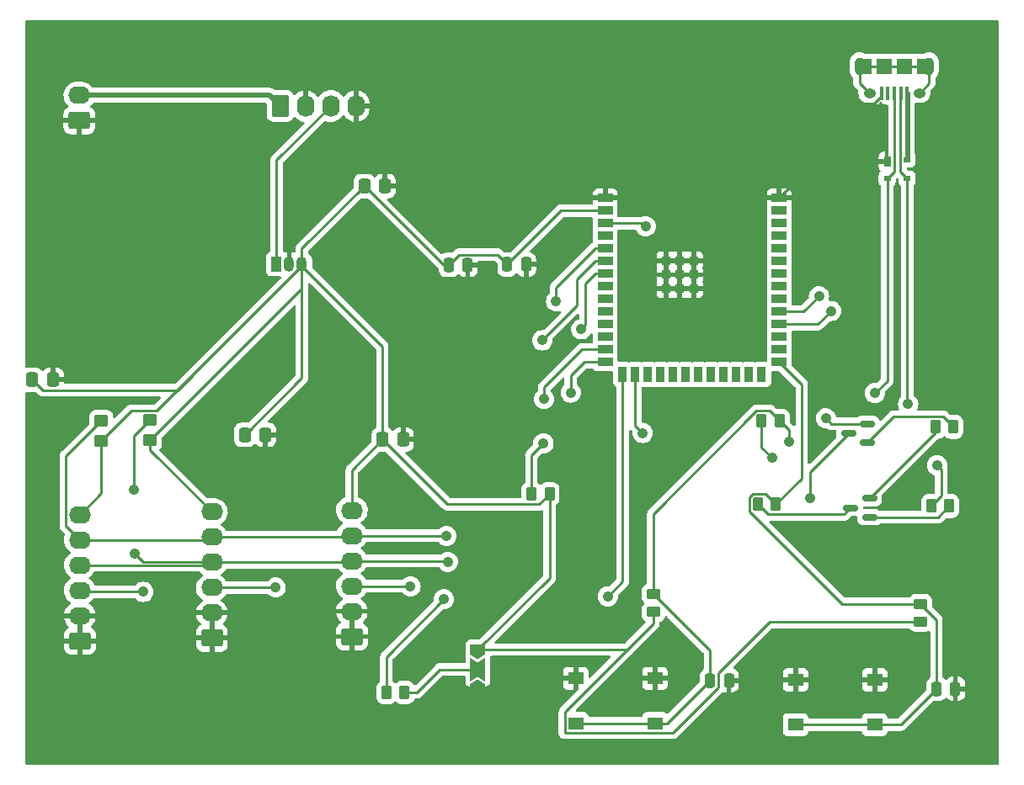
<source format=gtl>
%TF.GenerationSoftware,KiCad,Pcbnew,7.0.10*%
%TF.CreationDate,2024-03-26T17:38:47-05:00*%
%TF.ProjectId,smart_helmet,736d6172-745f-4686-956c-6d65742e6b69,rev?*%
%TF.SameCoordinates,Original*%
%TF.FileFunction,Copper,L1,Top*%
%TF.FilePolarity,Positive*%
%FSLAX46Y46*%
G04 Gerber Fmt 4.6, Leading zero omitted, Abs format (unit mm)*
G04 Created by KiCad (PCBNEW 7.0.10) date 2024-03-26 17:38:47*
%MOMM*%
%LPD*%
G01*
G04 APERTURE LIST*
G04 Aperture macros list*
%AMRoundRect*
0 Rectangle with rounded corners*
0 $1 Rounding radius*
0 $2 $3 $4 $5 $6 $7 $8 $9 X,Y pos of 4 corners*
0 Add a 4 corners polygon primitive as box body*
4,1,4,$2,$3,$4,$5,$6,$7,$8,$9,$2,$3,0*
0 Add four circle primitives for the rounded corners*
1,1,$1+$1,$2,$3*
1,1,$1+$1,$4,$5*
1,1,$1+$1,$6,$7*
1,1,$1+$1,$8,$9*
0 Add four rect primitives between the rounded corners*
20,1,$1+$1,$2,$3,$4,$5,0*
20,1,$1+$1,$4,$5,$6,$7,0*
20,1,$1+$1,$6,$7,$8,$9,0*
20,1,$1+$1,$8,$9,$2,$3,0*%
%AMFreePoly0*
4,1,6,1.000000,0.000000,0.500000,-0.750000,-0.500000,-0.750000,-0.500000,0.750000,0.500000,0.750000,1.000000,0.000000,1.000000,0.000000,$1*%
%AMFreePoly1*
4,1,7,0.700000,0.000000,1.200000,-0.750000,-1.200000,-0.750000,-0.700000,0.000000,-1.200000,0.750000,1.200000,0.750000,0.700000,0.000000,0.700000,0.000000,$1*%
G04 Aperture macros list end*
%TA.AperFunction,SMDPad,CuDef*%
%ADD10RoundRect,0.250000X-0.337500X-0.475000X0.337500X-0.475000X0.337500X0.475000X-0.337500X0.475000X0*%
%TD*%
%TA.AperFunction,SMDPad,CuDef*%
%ADD11RoundRect,0.250000X-0.262500X-0.450000X0.262500X-0.450000X0.262500X0.450000X-0.262500X0.450000X0*%
%TD*%
%TA.AperFunction,ComponentPad*%
%ADD12RoundRect,0.250000X0.845000X-0.620000X0.845000X0.620000X-0.845000X0.620000X-0.845000X-0.620000X0*%
%TD*%
%TA.AperFunction,ComponentPad*%
%ADD13O,2.190000X1.740000*%
%TD*%
%TA.AperFunction,SMDPad,CuDef*%
%ADD14FreePoly0,90.000000*%
%TD*%
%TA.AperFunction,SMDPad,CuDef*%
%ADD15FreePoly1,90.000000*%
%TD*%
%TA.AperFunction,SMDPad,CuDef*%
%ADD16FreePoly0,270.000000*%
%TD*%
%TA.AperFunction,SMDPad,CuDef*%
%ADD17R,1.498600X0.889000*%
%TD*%
%TA.AperFunction,SMDPad,CuDef*%
%ADD18R,0.889000X1.498600*%
%TD*%
%TA.AperFunction,SMDPad,CuDef*%
%ADD19R,0.889000X0.889000*%
%TD*%
%TA.AperFunction,SMDPad,CuDef*%
%ADD20RoundRect,0.250000X-0.250000X-0.475000X0.250000X-0.475000X0.250000X0.475000X-0.250000X0.475000X0*%
%TD*%
%TA.AperFunction,SMDPad,CuDef*%
%ADD21RoundRect,0.250000X0.450000X-0.262500X0.450000X0.262500X-0.450000X0.262500X-0.450000X-0.262500X0*%
%TD*%
%TA.AperFunction,SMDPad,CuDef*%
%ADD22RoundRect,0.250000X0.450000X-0.350000X0.450000X0.350000X-0.450000X0.350000X-0.450000X-0.350000X0*%
%TD*%
%TA.AperFunction,SMDPad,CuDef*%
%ADD23R,1.550000X1.300000*%
%TD*%
%TA.AperFunction,ComponentPad*%
%ADD24RoundRect,0.250000X-0.620000X-0.845000X0.620000X-0.845000X0.620000X0.845000X-0.620000X0.845000X0*%
%TD*%
%TA.AperFunction,ComponentPad*%
%ADD25O,1.740000X2.190000*%
%TD*%
%TA.AperFunction,SMDPad,CuDef*%
%ADD26R,0.700000X1.000000*%
%TD*%
%TA.AperFunction,SMDPad,CuDef*%
%ADD27R,0.700000X0.600000*%
%TD*%
%TA.AperFunction,ComponentPad*%
%ADD28R,1.070000X1.500000*%
%TD*%
%TA.AperFunction,ComponentPad*%
%ADD29O,1.070000X1.500000*%
%TD*%
%TA.AperFunction,SMDPad,CuDef*%
%ADD30R,0.400000X1.350000*%
%TD*%
%TA.AperFunction,ComponentPad*%
%ADD31O,1.016000X1.778000*%
%TD*%
%TA.AperFunction,SMDPad,CuDef*%
%ADD32R,1.200000X1.550000*%
%TD*%
%TA.AperFunction,ComponentPad*%
%ADD33O,1.250000X0.950000*%
%TD*%
%TA.AperFunction,SMDPad,CuDef*%
%ADD34R,1.500000X1.550000*%
%TD*%
%TA.AperFunction,SMDPad,CuDef*%
%ADD35RoundRect,0.150000X0.587500X0.150000X-0.587500X0.150000X-0.587500X-0.150000X0.587500X-0.150000X0*%
%TD*%
%TA.AperFunction,ViaPad*%
%ADD36C,1.041400*%
%TD*%
%TA.AperFunction,Conductor*%
%ADD37C,0.508000*%
%TD*%
%TA.AperFunction,Conductor*%
%ADD38C,0.254000*%
%TD*%
G04 APERTURE END LIST*
D10*
%TO.P,C1,1*%
%TO.N,+3V3*%
X130510772Y-87283591D03*
%TO.P,C1,2*%
%TO.N,GND*%
X132585772Y-87283591D03*
%TD*%
D11*
%TO.P,R3,1*%
%TO.N,/GPIO46_STRAPPING*%
X180681730Y-98791144D03*
%TO.P,R3,2*%
%TO.N,+3V3*%
X182506730Y-98791144D03*
%TD*%
D10*
%TO.P,C8,1*%
%TO.N,+3V3*%
X165704218Y-93299958D03*
%TO.P,C8,2*%
%TO.N,GND*%
X167779218Y-93299958D03*
%TD*%
D12*
%TO.P,SensorConn3,1,Pin_1*%
%TO.N,GND*%
X162635669Y-113132694D03*
D13*
%TO.P,SensorConn3,2,Pin_2*%
X162635669Y-110592694D03*
%TO.P,SensorConn3,3,Pin_3*%
%TO.N,/GPIO7*%
X162635669Y-108052694D03*
%TO.P,SensorConn3,4,Pin_4*%
%TO.N,/CAMERA_SCL*%
X162635669Y-105512694D03*
%TO.P,SensorConn3,5,Pin_5*%
%TO.N,/CAMERA_SDA*%
X162635669Y-102972694D03*
%TO.P,SensorConn3,6,Pin_6*%
%TO.N,+3V3*%
X162635669Y-100432694D03*
%TD*%
D14*
%TO.P,JP1,1,A*%
%TO.N,GND*%
X175307661Y-118446908D03*
D15*
%TO.P,JP1,2,C*%
%TO.N,Net-(JP1-C)*%
X175307661Y-116446908D03*
D16*
%TO.P,JP1,3,B*%
%TO.N,+3V3*%
X175307661Y-114446908D03*
%TD*%
D11*
%TO.P,R8,1*%
%TO.N,Net-(Q2-C)*%
X203450483Y-99824586D03*
%TO.P,R8,2*%
%TO.N,/GPIO0_STRAPPING*%
X205275483Y-99824586D03*
%TD*%
D17*
%TO.P,U1,1,GND*%
%TO.N,GND*%
X188103565Y-69000685D03*
%TO.P,U1,2,3V3*%
%TO.N,+3V3*%
X188103565Y-70270685D03*
%TO.P,U1,3,EN*%
%TO.N,/CHIP_PU*%
X188103565Y-71540685D03*
%TO.P,U1,4,IO4*%
%TO.N,/VBAT_SENSE*%
X188103565Y-72810685D03*
%TO.P,U1,5,IO5*%
%TO.N,/GPIO5*%
X188103565Y-74080685D03*
%TO.P,U1,6,IO6*%
%TO.N,/GPIO6*%
X188103565Y-75350685D03*
%TO.P,U1,7,IO7*%
%TO.N,/GPIO7*%
X188103565Y-76620685D03*
%TO.P,U1,8,IO15*%
%TO.N,/GPIO15*%
X188103565Y-77890685D03*
%TO.P,U1,9,IO16*%
%TO.N,/GPIO16*%
X188103565Y-79160685D03*
%TO.P,U1,10,IO17*%
%TO.N,/GPIO17*%
X188103565Y-80430685D03*
%TO.P,U1,11,IO18*%
%TO.N,/GPIO18*%
X188103565Y-81700685D03*
%TO.P,U1,12,IO8*%
%TO.N,/M1_FAULT*%
X188103565Y-82970685D03*
%TO.P,U1,13,IO19*%
%TO.N,/D-*%
X188103565Y-84240685D03*
%TO.P,U1,14,IO20*%
%TO.N,/D+*%
X188103565Y-85510685D03*
D18*
%TO.P,U1,15,IO3*%
%TO.N,/GPIO3_STRAPPING*%
X189868565Y-86760685D03*
%TO.P,U1,16,IO46*%
%TO.N,/GPIO46_STRAPPING*%
X191138565Y-86760685D03*
%TO.P,U1,17,IO9*%
%TO.N,/M1_EN*%
X192408565Y-86760685D03*
%TO.P,U1,18,IO10*%
%TO.N,/M1_PWM*%
X193678565Y-86760685D03*
%TO.P,U1,19,IO11*%
%TO.N,/M1_DIR*%
X194948565Y-86760685D03*
%TO.P,U1,20,IO12*%
%TO.N,/M2_FAULT*%
X196218565Y-86760685D03*
%TO.P,U1,21,IO13*%
%TO.N,/M2_EN*%
X197488565Y-86760685D03*
%TO.P,U1,22,IO14*%
%TO.N,/M2_PWM*%
X198758565Y-86760685D03*
%TO.P,U1,23,IO21*%
%TO.N,/M2_DIR*%
X200028565Y-86760685D03*
%TO.P,U1,24,IO47*%
%TO.N,/CAMERA_CS*%
X201298565Y-86760685D03*
%TO.P,U1,25,IO48*%
%TO.N,/CAMERA_MOSI*%
X202568565Y-86760685D03*
%TO.P,U1,26,IO45*%
%TO.N,/GPIO45_STRAPPING*%
X203838565Y-86760685D03*
D17*
%TO.P,U1,27,IO0*%
%TO.N,/GPIO0_STRAPPING*%
X205603565Y-85510685D03*
%TO.P,U1,28,IO35*%
%TO.N,/CAMERA_MISO*%
X205603565Y-84240685D03*
%TO.P,U1,29,IO36*%
%TO.N,/CAMERA_SCK*%
X205603565Y-82970685D03*
%TO.P,U1,30,IO37*%
%TO.N,/CAMERA_SDA*%
X205603565Y-81700685D03*
%TO.P,U1,31,IO38*%
%TO.N,/CAMERA_SCL*%
X205603565Y-80430685D03*
%TO.P,U1,32,IO39*%
%TO.N,/MTCK*%
X205603565Y-79160685D03*
%TO.P,U1,33,IO40*%
%TO.N,/MTDO*%
X205603565Y-77890685D03*
%TO.P,U1,34,IO41*%
%TO.N,/MTDI*%
X205603565Y-76620685D03*
%TO.P,U1,35,IO42*%
%TO.N,/MTMS*%
X205603565Y-75350685D03*
%TO.P,U1,36,RXD0*%
%TO.N,/RX*%
X205603565Y-74080685D03*
%TO.P,U1,37,TXD0*%
%TO.N,/TX*%
X205603565Y-72810685D03*
%TO.P,U1,38,IO2*%
%TO.N,/I_M_1*%
X205603565Y-71540685D03*
%TO.P,U1,39,IO1*%
%TO.N,/I_M_2*%
X205603565Y-70270685D03*
%TO.P,U1,40,GND*%
%TO.N,GND*%
X205603565Y-69000685D03*
D19*
%TO.P,U1,41,GND*%
X195603565Y-76720685D03*
%TO.P,U1,42,GND*%
X195603565Y-75320685D03*
%TO.P,U1,43,GND*%
X194203565Y-75320685D03*
%TO.P,U1,44,GND*%
X194203565Y-76720685D03*
%TO.P,U1,45,GND*%
X194203565Y-78120685D03*
%TO.P,U1,46,GND*%
X195603565Y-78120685D03*
%TO.P,U1,47,GND*%
X197003565Y-78120685D03*
%TO.P,U1,48,GND*%
X197003565Y-76720685D03*
%TO.P,U1,49,GND*%
X197003565Y-75320685D03*
%TD*%
D11*
%TO.P,R6,1*%
%TO.N,/GPIO3_STRAPPING*%
X166106048Y-118756792D03*
%TO.P,R6,2*%
%TO.N,Net-(JP1-C)*%
X167931048Y-118756792D03*
%TD*%
D20*
%TO.P,C4,1*%
%TO.N,/GPIO0_STRAPPING*%
X221413378Y-118396298D03*
%TO.P,C4,2*%
%TO.N,GND*%
X223313378Y-118396298D03*
%TD*%
D10*
%TO.P,C7,1*%
%TO.N,+3V3*%
X151889487Y-92840046D03*
%TO.P,C7,2*%
%TO.N,GND*%
X153964487Y-92840046D03*
%TD*%
D12*
%TO.P,Injector1,1,Pin_1*%
%TO.N,GND*%
X135243207Y-61213213D03*
D13*
%TO.P,Injector1,2,Pin_2*%
%TO.N,Net-(BuckConv1-Pin_1)*%
X135243207Y-58673213D03*
%TD*%
D21*
%TO.P,R10,1*%
%TO.N,+3V3*%
X219792338Y-111666687D03*
%TO.P,R10,2*%
%TO.N,/GPIO0_STRAPPING*%
X219792338Y-109841687D03*
%TD*%
D22*
%TO.P,R2,1*%
%TO.N,+3V3*%
X137444333Y-93407402D03*
%TO.P,R2,2*%
%TO.N,/CAMERA_SDA*%
X137444333Y-91407402D03*
%TD*%
D20*
%TO.P,C6,1*%
%TO.N,+3V3*%
X178261713Y-75693899D03*
%TO.P,C6,2*%
%TO.N,GND*%
X180161713Y-75693899D03*
%TD*%
D11*
%TO.P,R7,1*%
%TO.N,Net-(Q1-C)*%
X203838848Y-91427388D03*
%TO.P,R7,2*%
%TO.N,/CHIP_PU*%
X205663848Y-91427388D03*
%TD*%
D20*
%TO.P,C3,1*%
%TO.N,/CHIP_PU*%
X198642564Y-117548376D03*
%TO.P,C3,2*%
%TO.N,GND*%
X200542564Y-117548376D03*
%TD*%
D23*
%TO.P,SW1,1,1*%
%TO.N,GND*%
X185157122Y-117350226D03*
X193107122Y-117350226D03*
%TO.P,SW1,2,2*%
%TO.N,/CHIP_PU*%
X185157122Y-121850226D03*
X193107122Y-121850226D03*
%TD*%
D10*
%TO.P,C2,1*%
%TO.N,+3V3*%
X163900929Y-67798738D03*
%TO.P,C2,2*%
%TO.N,GND*%
X165975929Y-67798738D03*
%TD*%
D12*
%TO.P,SensorConn1,1,Pin_1*%
%TO.N,GND*%
X135293817Y-113581960D03*
D13*
%TO.P,SensorConn1,2,Pin_2*%
X135293817Y-111041960D03*
%TO.P,SensorConn1,3,Pin_3*%
%TO.N,/GPIO5*%
X135293817Y-108501960D03*
%TO.P,SensorConn1,4,Pin_4*%
%TO.N,/CAMERA_SCL*%
X135293817Y-105961960D03*
%TO.P,SensorConn1,5,Pin_5*%
%TO.N,/CAMERA_SDA*%
X135293817Y-103421960D03*
%TO.P,SensorConn1,6,Pin_6*%
%TO.N,+3V3*%
X135293817Y-100881960D03*
%TD*%
D23*
%TO.P,SW2,1,1*%
%TO.N,GND*%
X207242576Y-117489609D03*
X215192576Y-117489609D03*
%TO.P,SW2,2,2*%
%TO.N,/GPIO0_STRAPPING*%
X207242576Y-121989609D03*
X215192576Y-121989609D03*
%TD*%
D12*
%TO.P,SensorConn2,1,Pin_1*%
%TO.N,GND*%
X148566087Y-113294023D03*
D13*
%TO.P,SensorConn2,2,Pin_2*%
X148566087Y-110754023D03*
%TO.P,SensorConn2,3,Pin_3*%
%TO.N,/GPIO6*%
X148566087Y-108214023D03*
%TO.P,SensorConn2,4,Pin_4*%
%TO.N,/CAMERA_SCL*%
X148566087Y-105674023D03*
%TO.P,SensorConn2,5,Pin_5*%
%TO.N,/CAMERA_SDA*%
X148566087Y-103134023D03*
%TO.P,SensorConn2,6,Pin_6*%
%TO.N,+3V3*%
X148566087Y-100594023D03*
%TD*%
D22*
%TO.P,R1,1*%
%TO.N,+3V3*%
X142345478Y-93344945D03*
%TO.P,R1,2*%
%TO.N,/CAMERA_SCL*%
X142345478Y-91344945D03*
%TD*%
D24*
%TO.P,BuckConv1,1,Pin_1*%
%TO.N,Net-(BuckConv1-Pin_1)*%
X155436600Y-59745523D03*
D25*
%TO.P,BuckConv1,2,Pin_2*%
%TO.N,GND*%
X157976600Y-59745523D03*
%TO.P,BuckConv1,3,Pin_3*%
%TO.N,Net-(BuckConv1-Pin_3)*%
X160516600Y-59745523D03*
%TO.P,BuckConv1,4,Pin_4*%
%TO.N,GND*%
X163056600Y-59745523D03*
%TD*%
D26*
%TO.P,D1,1,A*%
%TO.N,GND*%
X216458507Y-65339588D03*
D27*
%TO.P,D1,2,K*%
%TO.N,/D+*%
X216458507Y-67039588D03*
%TO.P,D1,3,K*%
%TO.N,/D-*%
X218458507Y-67039588D03*
%TO.P,D1,4,K*%
%TO.N,+5V*%
X218458507Y-65139588D03*
%TD*%
D28*
%TO.P,U4,1,VI*%
%TO.N,Net-(BuckConv1-Pin_3)*%
X155072830Y-75637066D03*
D29*
%TO.P,U4,2,GND*%
%TO.N,GND*%
X156342830Y-75637066D03*
%TO.P,U4,3,VO*%
%TO.N,+3V3*%
X157612830Y-75637066D03*
%TD*%
D30*
%TO.P,J1,1,VBUS*%
%TO.N,+5V*%
X218485347Y-58434667D03*
%TO.P,J1,2,D-*%
%TO.N,/D-*%
X217835347Y-58434667D03*
%TO.P,J1,3,D+*%
%TO.N,/D+*%
X217185347Y-58434667D03*
%TO.P,J1,4,ID*%
%TO.N,unconnected-(J1-ID-Pad4)*%
X216535347Y-58434667D03*
%TO.P,J1,5,GND*%
%TO.N,GND*%
X215885347Y-58434667D03*
D31*
%TO.P,J1,6,Shield*%
%TO.N,unconnected-(J1-Shield-Pad6)*%
X220685347Y-55734667D03*
D32*
X220085347Y-55734667D03*
D33*
X219685347Y-58434667D03*
D34*
X218185347Y-55734667D03*
X216185347Y-55734667D03*
D33*
X214685347Y-58434667D03*
D32*
X214285347Y-55734667D03*
D31*
X213685347Y-55734667D03*
%TD*%
D11*
%TO.P,R5,1*%
%TO.N,/RTS*%
X220879121Y-99999626D03*
%TO.P,R5,2*%
%TO.N,Net-(Q2-B)*%
X222704121Y-99999626D03*
%TD*%
D20*
%TO.P,C5,1*%
%TO.N,+3V3*%
X172390953Y-75744509D03*
%TO.P,C5,2*%
%TO.N,GND*%
X174290953Y-75744509D03*
%TD*%
D11*
%TO.P,R4,1*%
%TO.N,/DTR*%
X221299301Y-92034708D03*
%TO.P,R4,2*%
%TO.N,Net-(Q1-B)*%
X223124301Y-92034708D03*
%TD*%
D21*
%TO.P,R9,1*%
%TO.N,+3V3*%
X192949543Y-110666935D03*
%TO.P,R9,2*%
%TO.N,/CHIP_PU*%
X192949543Y-108841935D03*
%TD*%
D35*
%TO.P,Q1,1,B*%
%TO.N,Net-(Q1-B)*%
X214479807Y-93636414D03*
%TO.P,Q1,2,E*%
%TO.N,/RTS*%
X214479807Y-91736414D03*
%TO.P,Q1,3,C*%
%TO.N,Net-(Q1-C)*%
X212604807Y-92686414D03*
%TD*%
%TO.P,Q2,1,B*%
%TO.N,Net-(Q2-B)*%
X214682247Y-101126695D03*
%TO.P,Q2,2,E*%
%TO.N,/DTR*%
X214682247Y-99226695D03*
%TO.P,Q2,3,C*%
%TO.N,Net-(Q2-C)*%
X212807247Y-100176695D03*
%TD*%
D36*
%TO.N,GND*%
X169164000Y-77724000D03*
X194818000Y-114046000D03*
X155956000Y-98044000D03*
%TO.N,/CHIP_PU*%
X206603408Y-93486600D03*
X192175044Y-71856558D03*
%TO.N,/D+*%
X215221881Y-88627896D03*
X184639752Y-88577885D03*
%TO.N,/D-*%
X218572662Y-89753159D03*
X181964129Y-89228036D03*
%TO.N,/RTS*%
X210295733Y-91170156D03*
X221481674Y-95904593D03*
%TO.N,Net-(Q1-C)*%
X204861133Y-95171088D03*
X208728701Y-99188692D03*
%TO.N,/CAMERA_SCL*%
X140785020Y-104777894D03*
X209607414Y-78888785D03*
X172273711Y-105620016D03*
X140735008Y-98343061D03*
%TO.N,/CAMERA_SDA*%
X172148682Y-103019410D03*
X210807694Y-80364129D03*
%TO.N,/GPIO46_STRAPPING*%
X181900955Y-93698158D03*
X191878281Y-92647913D03*
%TO.N,/GPIO3_STRAPPING*%
X188377465Y-109076742D03*
X171898624Y-109376812D03*
%TO.N,/GPIO5*%
X141664478Y-108639122D03*
X183174154Y-79407308D03*
%TO.N,/GPIO6*%
X154975600Y-108201538D03*
X181781848Y-83320739D03*
%TO.N,/GPIO7*%
X185696779Y-82212085D03*
X168526110Y-108084782D03*
%TD*%
D37*
%TO.N,Net-(BuckConv1-Pin_1)*%
X154364290Y-58673213D02*
X155436600Y-59745523D01*
X135243207Y-58673213D02*
X154364290Y-58673213D01*
D38*
%TO.N,GND*%
X215885347Y-58434667D02*
X215885347Y-58718903D01*
X215885347Y-58718903D02*
X205603565Y-69000685D01*
%TO.N,Net-(BuckConv1-Pin_3)*%
X160516600Y-59745523D02*
X155072830Y-65189293D01*
X155072830Y-65189293D02*
X155072830Y-75637066D01*
%TO.N,/CHIP_PU*%
X205663848Y-91427388D02*
X204636848Y-90400388D01*
X203330420Y-90400388D02*
X192949543Y-100781265D01*
X192949543Y-100781265D02*
X192949543Y-108841935D01*
X188103565Y-71540685D02*
X191859171Y-71540685D01*
X204636848Y-90400388D02*
X203330420Y-90400388D01*
X185157122Y-121850226D02*
X193107122Y-121850226D01*
X198642564Y-117548376D02*
X198642564Y-114534956D01*
X193107122Y-121850226D02*
X194340714Y-121850226D01*
X198642564Y-114534956D02*
X192949543Y-108841935D01*
X206603408Y-93486600D02*
X206603408Y-92366948D01*
X191859171Y-71540685D02*
X192175044Y-71856558D01*
X194340714Y-121850226D02*
X198642564Y-117548376D01*
X206603408Y-92366948D02*
X205663848Y-91427388D01*
%TO.N,/GPIO0_STRAPPING*%
X207861832Y-97238237D02*
X207861832Y-87768952D01*
X202610983Y-100520514D02*
X202610983Y-99128658D01*
X202610983Y-99128658D02*
X202942055Y-98797586D01*
X205275483Y-99824586D02*
X207861832Y-97238237D01*
X215192576Y-121989609D02*
X217820067Y-121989609D01*
X204248483Y-98797586D02*
X205275483Y-99824586D01*
X202942055Y-98797586D02*
X204248483Y-98797586D01*
X211932156Y-109841687D02*
X202610983Y-100520514D01*
X219792338Y-109841687D02*
X211932156Y-109841687D01*
X221413378Y-118396298D02*
X221413378Y-111462727D01*
X221413378Y-111462727D02*
X219792338Y-109841687D01*
X207861832Y-87768952D02*
X205603565Y-85510685D01*
X217820067Y-121989609D02*
X221413378Y-118396298D01*
X207242576Y-121989609D02*
X215192576Y-121989609D01*
%TO.N,/D+*%
X184639752Y-86877489D02*
X186006556Y-85510685D01*
X184639752Y-88577885D02*
X184639752Y-86877489D01*
X217185347Y-58434667D02*
X217185347Y-66312748D01*
X217185347Y-66312748D02*
X216458507Y-67039588D01*
X186006556Y-85510685D02*
X188103565Y-85510685D01*
X216458507Y-87391270D02*
X215221881Y-88627896D01*
X216458507Y-67039588D02*
X216458507Y-87391270D01*
%TO.N,/D-*%
X217835347Y-58434667D02*
X217781507Y-58488507D01*
X181964129Y-88052762D02*
X185776206Y-84240685D01*
X217781507Y-58488507D02*
X217781507Y-66362588D01*
X218458507Y-67039588D02*
X218458507Y-89639004D01*
X217781507Y-66362588D02*
X218458507Y-67039588D01*
X218458507Y-89639004D02*
X218572662Y-89753159D01*
X185776206Y-84240685D02*
X188103565Y-84240685D01*
X181964129Y-89228036D02*
X181964129Y-88052762D01*
D37*
%TO.N,+5V*%
X218489347Y-65108748D02*
X218489347Y-58434667D01*
X218458507Y-65139588D02*
X218489347Y-65108748D01*
D38*
%TO.N,unconnected-(J1-Shield-Pad6)*%
X216185347Y-55734667D02*
X214285347Y-55734667D01*
X218185347Y-55734667D02*
X216185347Y-55734667D01*
X213685347Y-57434667D02*
X214685347Y-58434667D01*
X220685347Y-55734667D02*
X220685347Y-57434667D01*
X213685347Y-55734667D02*
X213685347Y-57434667D01*
X220085347Y-55734667D02*
X218185347Y-55734667D01*
X220685347Y-57434667D02*
X219685347Y-58434667D01*
%TO.N,Net-(JP1-C)*%
X169156479Y-118756792D02*
X171466363Y-116446908D01*
X167931048Y-118756792D02*
X169156479Y-118756792D01*
X171466363Y-116446908D02*
X175307661Y-116446908D01*
%TO.N,+3V3*%
X183684927Y-70270685D02*
X188103565Y-70270685D01*
X182506730Y-98791144D02*
X181479730Y-99818144D01*
X181479730Y-99818144D02*
X172222404Y-99818144D01*
X173442953Y-74692509D02*
X177260323Y-74692509D01*
X182506730Y-98791144D02*
X182506730Y-107247839D01*
X192949543Y-111850457D02*
X190353092Y-114446908D01*
X157612830Y-87116703D02*
X151889487Y-92840046D01*
X157612830Y-74086837D02*
X163900929Y-67798738D01*
X157612830Y-75637066D02*
X157612830Y-75852066D01*
X157612830Y-75852066D02*
X145129305Y-88335591D01*
X157612830Y-75852066D02*
X165704218Y-83943454D01*
X143046951Y-90417945D02*
X140433790Y-90417945D01*
X182506730Y-107247839D02*
X175307661Y-114446908D01*
X165704218Y-83943454D02*
X165704218Y-93299958D01*
X157612830Y-75637066D02*
X157612830Y-74086837D01*
X192949543Y-111849883D02*
X192949543Y-110666935D01*
X140433790Y-90417945D02*
X137444333Y-93407402D01*
X163900929Y-67798738D02*
X171846700Y-75744509D01*
X137444333Y-98731444D02*
X135293817Y-100881960D01*
X171846700Y-75744509D02*
X172390953Y-75744509D01*
X172390953Y-75744509D02*
X173442953Y-74692509D01*
X137444333Y-93407402D02*
X137444333Y-98731444D01*
X131562772Y-88335591D02*
X130510772Y-87283591D01*
X157612830Y-78077593D02*
X142345478Y-93344945D01*
X192949543Y-110666935D02*
X192949543Y-111850457D01*
X142345478Y-94373414D02*
X148566087Y-100594023D01*
X190353092Y-114446908D02*
X175307661Y-114446908D01*
X177260323Y-74692509D02*
X178261713Y-75693899D01*
X194911642Y-122827226D02*
X184055122Y-122827226D01*
X157612830Y-75637066D02*
X157612830Y-87116703D01*
X199469564Y-118269304D02*
X194911642Y-122827226D01*
X142345478Y-93344945D02*
X142345478Y-94373414D01*
X157612830Y-75852066D02*
X143046951Y-90417945D01*
X204630325Y-111666687D02*
X199469564Y-116827448D01*
X145129305Y-88335591D02*
X131562772Y-88335591D01*
X184055122Y-122827226D02*
X184055122Y-120744304D01*
X157612830Y-75637066D02*
X157612830Y-78077593D01*
X162635669Y-96368507D02*
X165704218Y-93299958D01*
X199469564Y-116827448D02*
X199469564Y-118269304D01*
X162635669Y-100432694D02*
X162635669Y-96368507D01*
X219792338Y-111666687D02*
X204630325Y-111666687D01*
X172222404Y-99818144D02*
X165704218Y-93299958D01*
X184055122Y-120744304D02*
X192949543Y-111849883D01*
X178261713Y-75693899D02*
X183684927Y-70270685D01*
%TO.N,Net-(Q1-B)*%
X217108513Y-91007708D02*
X214479807Y-93636414D01*
X223124301Y-92034708D02*
X222097301Y-91007708D01*
X222097301Y-91007708D02*
X217108513Y-91007708D01*
%TO.N,/RTS*%
X210861991Y-91736414D02*
X214479807Y-91736414D01*
X210295733Y-91170156D02*
X210861991Y-91736414D01*
X221906121Y-96329040D02*
X221481674Y-95904593D01*
X220879121Y-99999626D02*
X221906121Y-98972626D01*
X221906121Y-98972626D02*
X221906121Y-96329040D01*
%TO.N,Net-(Q1-C)*%
X208728701Y-96562520D02*
X208728701Y-99188692D01*
X204861133Y-95171088D02*
X203838848Y-94148803D01*
X212604807Y-92686414D02*
X208728701Y-96562520D01*
X203838848Y-94148803D02*
X203838848Y-91427388D01*
%TO.N,Net-(Q2-B)*%
X222704121Y-99999626D02*
X221577052Y-101126695D01*
X221577052Y-101126695D02*
X214682247Y-101126695D01*
%TO.N,/DTR*%
X221299301Y-92034708D02*
X221299301Y-92609641D01*
X221299301Y-92609641D02*
X214682247Y-99226695D01*
%TO.N,Net-(Q2-C)*%
X212807247Y-100176695D02*
X212132356Y-100851586D01*
X204477483Y-100851586D02*
X203450483Y-99824586D01*
X212132356Y-100851586D02*
X204477483Y-100851586D01*
%TO.N,/CAMERA_SCL*%
X162635669Y-105512694D02*
X172166389Y-105512694D01*
X148278150Y-105961960D02*
X148566087Y-105674023D01*
X172166389Y-105512694D02*
X172273711Y-105620016D01*
X135293817Y-105961960D02*
X148278150Y-105961960D01*
X209607414Y-78888785D02*
X208065514Y-80430685D01*
X141681149Y-105674023D02*
X148566087Y-105674023D01*
X148566087Y-105674023D02*
X162474340Y-105674023D01*
X140735008Y-92955415D02*
X140735008Y-98343061D01*
X142345478Y-91344945D02*
X140735008Y-92955415D01*
X140785020Y-104777894D02*
X141681149Y-105674023D01*
X162474340Y-105674023D02*
X162635669Y-105512694D01*
X208065514Y-80430685D02*
X205603565Y-80430685D01*
%TO.N,/CAMERA_SDA*%
X133871817Y-101999960D02*
X135293817Y-103421960D01*
X133871817Y-94979918D02*
X133871817Y-101999960D01*
X162474340Y-103134023D02*
X162635669Y-102972694D01*
X162635669Y-102972694D02*
X172101966Y-102972694D01*
X137444333Y-91407402D02*
X133871817Y-94979918D01*
X148278150Y-103421960D02*
X148566087Y-103134023D01*
X148566087Y-103134023D02*
X162474340Y-103134023D01*
X172148682Y-103019410D02*
X172101966Y-102972694D01*
X210807694Y-80364129D02*
X209471138Y-81700685D01*
X135293817Y-103421960D02*
X148278150Y-103421960D01*
X209471138Y-81700685D02*
X205603565Y-81700685D01*
%TO.N,/GPIO46_STRAPPING*%
X180681730Y-98791144D02*
X180681730Y-94917383D01*
X180681730Y-94917383D02*
X181900955Y-93698158D01*
X191138565Y-91908197D02*
X191138565Y-86760685D01*
X191878281Y-92647913D02*
X191138565Y-91908197D01*
%TO.N,/GPIO3_STRAPPING*%
X166106048Y-118756792D02*
X166106048Y-115169388D01*
X189868565Y-107585642D02*
X189868565Y-86760685D01*
X166106048Y-115169388D02*
X171898624Y-109376812D01*
X188377465Y-109076742D02*
X189868565Y-107585642D01*
%TO.N,/GPIO5*%
X187100265Y-74080685D02*
X188103565Y-74080685D01*
X183174154Y-78006796D02*
X187100265Y-74080685D01*
X135293817Y-108501960D02*
X135430979Y-108639122D01*
X135430979Y-108639122D02*
X141664478Y-108639122D01*
X183174154Y-79407308D02*
X183174154Y-78006796D01*
%TO.N,/GPIO6*%
X187100265Y-75350685D02*
X188103565Y-75350685D01*
X185257659Y-77193291D02*
X187100265Y-75350685D01*
X185257659Y-79844928D02*
X185257659Y-77193291D01*
X181781848Y-83320739D02*
X185257659Y-79844928D01*
X154963115Y-108214023D02*
X154975600Y-108201538D01*
X148566087Y-108214023D02*
X154963115Y-108214023D01*
%TO.N,/GPIO7*%
X162635669Y-108052694D02*
X168494022Y-108052694D01*
X186130213Y-77590737D02*
X187100265Y-76620685D01*
X186130213Y-81778651D02*
X186130213Y-77590737D01*
X185696779Y-82212085D02*
X186130213Y-81778651D01*
X187100265Y-76620685D02*
X188103565Y-76620685D01*
X168494022Y-108052694D02*
X168526110Y-108084782D01*
%TD*%
%TA.AperFunction,Conductor*%
%TO.N,GND*%
G36*
X227607540Y-51120184D02*
G01*
X227653295Y-51172988D01*
X227664501Y-51224499D01*
X227664501Y-125940501D01*
X227644816Y-126007540D01*
X227592012Y-126053295D01*
X227540501Y-126064501D01*
X129964499Y-126064501D01*
X129897460Y-126044816D01*
X129851705Y-125992012D01*
X129840499Y-125940501D01*
X129840499Y-88610671D01*
X129860184Y-88543632D01*
X129912988Y-88497877D01*
X129982146Y-88487933D01*
X130003495Y-88492963D01*
X130020475Y-88498590D01*
X130123263Y-88509091D01*
X130797490Y-88509090D01*
X130864529Y-88528774D01*
X130885171Y-88545409D01*
X131060396Y-88720634D01*
X131070243Y-88732924D01*
X131070461Y-88732745D01*
X131075429Y-88738750D01*
X131075431Y-88738752D01*
X131075432Y-88738753D01*
X131101130Y-88762885D01*
X131124618Y-88784942D01*
X131127415Y-88787653D01*
X131146979Y-88807217D01*
X131150157Y-88809681D01*
X131159053Y-88817278D01*
X131191007Y-88847286D01*
X131191009Y-88847287D01*
X131208639Y-88856978D01*
X131224907Y-88867663D01*
X131240810Y-88879999D01*
X131281034Y-88897405D01*
X131291526Y-88902545D01*
X131329930Y-88923659D01*
X131329932Y-88923660D01*
X131329938Y-88923663D01*
X131349012Y-88928560D01*
X131349432Y-88928668D01*
X131367836Y-88934968D01*
X131386314Y-88942965D01*
X131429623Y-88949824D01*
X131441030Y-88952186D01*
X131483500Y-88963091D01*
X131503630Y-88963091D01*
X131523029Y-88964618D01*
X131542905Y-88967766D01*
X131582700Y-88964004D01*
X131586542Y-88963641D01*
X131598211Y-88963091D01*
X143315024Y-88963091D01*
X143382063Y-88982776D01*
X143427818Y-89035580D01*
X143437762Y-89104738D01*
X143408737Y-89168294D01*
X143402705Y-89174772D01*
X142823351Y-89754126D01*
X142762028Y-89787611D01*
X142735670Y-89790445D01*
X140516757Y-89790445D01*
X140501108Y-89788717D01*
X140501082Y-89788999D01*
X140493314Y-89788264D01*
X140425872Y-89790384D01*
X140421978Y-89790445D01*
X140394313Y-89790445D01*
X140390304Y-89790951D01*
X140378674Y-89791866D01*
X140334850Y-89793243D01*
X140334844Y-89793244D01*
X140315509Y-89798861D01*
X140296470Y-89802804D01*
X140276505Y-89805327D01*
X140276491Y-89805330D01*
X140235740Y-89821464D01*
X140224695Y-89825246D01*
X140182597Y-89837477D01*
X140165274Y-89847722D01*
X140147805Y-89856280D01*
X140129090Y-89863690D01*
X140093628Y-89889454D01*
X140083867Y-89895865D01*
X140046137Y-89918178D01*
X140031896Y-89932419D01*
X140017110Y-89945047D01*
X140000823Y-89956881D01*
X139972880Y-89990657D01*
X139965019Y-89999295D01*
X138856513Y-91107802D01*
X138795190Y-91141287D01*
X138725498Y-91136303D01*
X138669565Y-91094431D01*
X138645148Y-91028967D01*
X138644832Y-91020121D01*
X138644832Y-91007400D01*
X138644831Y-91007383D01*
X138634332Y-90904605D01*
X138634331Y-90904602D01*
X138613636Y-90842148D01*
X138579147Y-90738068D01*
X138487045Y-90588746D01*
X138362989Y-90464690D01*
X138258651Y-90400334D01*
X138213669Y-90372589D01*
X138213664Y-90372587D01*
X138177257Y-90360523D01*
X138047130Y-90317403D01*
X138047128Y-90317402D01*
X137944343Y-90306902D01*
X136944331Y-90306902D01*
X136944313Y-90306903D01*
X136841536Y-90317402D01*
X136841533Y-90317403D01*
X136675001Y-90372587D01*
X136674996Y-90372589D01*
X136525675Y-90464691D01*
X136401622Y-90588744D01*
X136309520Y-90738065D01*
X136309519Y-90738068D01*
X136254334Y-90904605D01*
X136254334Y-90904606D01*
X136254333Y-90904606D01*
X136243833Y-91007385D01*
X136243833Y-91669120D01*
X136224148Y-91736159D01*
X136207514Y-91756801D01*
X133486770Y-94477544D01*
X133474486Y-94487387D01*
X133474666Y-94487605D01*
X133468654Y-94492578D01*
X133422463Y-94541765D01*
X133419758Y-94544556D01*
X133400196Y-94564118D01*
X133400192Y-94564123D01*
X133397712Y-94567321D01*
X133390134Y-94576192D01*
X133360125Y-94608148D01*
X133360122Y-94608152D01*
X133350423Y-94625795D01*
X133339745Y-94642051D01*
X133327411Y-94657952D01*
X133327406Y-94657960D01*
X133310002Y-94698180D01*
X133304863Y-94708670D01*
X133283744Y-94747085D01*
X133278737Y-94766586D01*
X133272438Y-94784982D01*
X133270224Y-94790101D01*
X133264442Y-94803462D01*
X133264441Y-94803464D01*
X133257586Y-94846749D01*
X133255218Y-94858185D01*
X133244317Y-94900641D01*
X133244317Y-94920776D01*
X133242790Y-94940175D01*
X133240195Y-94956562D01*
X133239642Y-94960051D01*
X133240668Y-94970899D01*
X133243767Y-95003685D01*
X133244317Y-95015355D01*
X133244317Y-101916992D01*
X133242589Y-101932641D01*
X133242871Y-101932668D01*
X133242136Y-101940435D01*
X133244256Y-102007877D01*
X133244317Y-102011771D01*
X133244317Y-102039436D01*
X133244823Y-102043445D01*
X133245738Y-102055076D01*
X133247115Y-102098902D01*
X133252733Y-102118235D01*
X133256679Y-102137289D01*
X133259200Y-102157247D01*
X133259203Y-102157259D01*
X133275336Y-102198008D01*
X133279119Y-102209058D01*
X133291347Y-102251147D01*
X133291347Y-102251148D01*
X133301594Y-102268475D01*
X133310152Y-102285945D01*
X133317562Y-102304661D01*
X133343328Y-102340124D01*
X133349742Y-102349889D01*
X133372051Y-102387612D01*
X133372057Y-102387620D01*
X133386286Y-102401848D01*
X133398923Y-102416644D01*
X133410754Y-102432927D01*
X133444534Y-102460872D01*
X133453163Y-102468725D01*
X133763583Y-102779145D01*
X133797068Y-102840468D01*
X133792552Y-102903606D01*
X133794090Y-102904077D01*
X133792548Y-102909109D01*
X133792547Y-102909113D01*
X133731032Y-103109980D01*
X133724233Y-103132183D01*
X133694601Y-103363584D01*
X133704502Y-103596660D01*
X133704503Y-103596669D01*
X133753653Y-103824726D01*
X133753654Y-103824729D01*
X133810306Y-103965712D01*
X133840638Y-104041195D01*
X133962955Y-104239851D01*
X134090882Y-104385204D01*
X134117087Y-104414979D01*
X134117090Y-104414982D01*
X134298590Y-104561533D01*
X134298592Y-104561534D01*
X134298597Y-104561538D01*
X134338919Y-104584063D01*
X134387845Y-104633943D01*
X134402037Y-104702356D01*
X134376989Y-104767582D01*
X134347882Y-104795052D01*
X134204724Y-104891810D01*
X134036300Y-105053232D01*
X134036299Y-105053233D01*
X133897579Y-105240794D01*
X133792550Y-105449107D01*
X133792547Y-105449113D01*
X133724233Y-105672183D01*
X133694601Y-105903584D01*
X133704502Y-106136660D01*
X133704503Y-106136669D01*
X133753653Y-106364726D01*
X133753654Y-106364729D01*
X133840636Y-106581191D01*
X133840638Y-106581195D01*
X133962955Y-106779851D01*
X134107140Y-106943677D01*
X134117087Y-106954979D01*
X134117090Y-106954982D01*
X134298590Y-107101533D01*
X134298592Y-107101534D01*
X134298597Y-107101538D01*
X134338919Y-107124063D01*
X134387845Y-107173943D01*
X134402037Y-107242356D01*
X134376989Y-107307582D01*
X134347882Y-107335052D01*
X134204724Y-107431810D01*
X134036300Y-107593232D01*
X134036299Y-107593233D01*
X133897579Y-107780794D01*
X133792550Y-107989107D01*
X133792547Y-107989113D01*
X133724233Y-108212183D01*
X133694601Y-108443584D01*
X133704502Y-108676660D01*
X133704503Y-108676669D01*
X133753653Y-108904726D01*
X133753654Y-108904729D01*
X133836353Y-109110532D01*
X133840638Y-109121195D01*
X133962955Y-109319851D01*
X134114750Y-109492324D01*
X134117087Y-109494979D01*
X134117090Y-109494982D01*
X134298590Y-109641533D01*
X134298596Y-109641538D01*
X134339407Y-109664336D01*
X134388334Y-109714216D01*
X134402526Y-109782629D01*
X134377478Y-109847855D01*
X134348370Y-109875325D01*
X134205045Y-109972195D01*
X134036677Y-110133563D01*
X134036676Y-110133564D01*
X133898006Y-110321057D01*
X133793013Y-110529298D01*
X133724723Y-110752289D01*
X133719643Y-110791959D01*
X133719644Y-110791960D01*
X134803104Y-110791960D01*
X134754113Y-110929808D01*
X134743868Y-111079578D01*
X134774411Y-111226557D01*
X134808300Y-111291960D01*
X133721241Y-111291960D01*
X133754133Y-111444579D01*
X133754133Y-111444580D01*
X133841084Y-111660965D01*
X133963358Y-111859552D01*
X134117433Y-112034615D01*
X134158048Y-112067409D01*
X134197841Y-112124840D01*
X134200268Y-112194668D01*
X134164557Y-112254722D01*
X134132562Y-112276264D01*
X134129703Y-112277596D01*
X133980471Y-112369644D01*
X133856501Y-112493614D01*
X133764460Y-112642835D01*
X133764458Y-112642840D01*
X133709311Y-112809262D01*
X133709310Y-112809269D01*
X133698817Y-112911973D01*
X133698817Y-113331960D01*
X134803104Y-113331960D01*
X134754113Y-113469808D01*
X134743868Y-113619578D01*
X134774411Y-113766557D01*
X134808300Y-113831960D01*
X133698818Y-113831960D01*
X133698818Y-114251946D01*
X133709311Y-114354657D01*
X133764458Y-114521079D01*
X133764460Y-114521084D01*
X133856501Y-114670305D01*
X133980471Y-114794275D01*
X134129692Y-114886316D01*
X134129697Y-114886318D01*
X134296119Y-114941465D01*
X134296126Y-114941466D01*
X134398836Y-114951959D01*
X135043816Y-114951959D01*
X135043817Y-114951958D01*
X135043817Y-114069078D01*
X135074205Y-114087558D01*
X135218757Y-114128060D01*
X135331170Y-114128060D01*
X135442538Y-114112753D01*
X135543817Y-114068761D01*
X135543817Y-114951959D01*
X136188789Y-114951959D01*
X136188803Y-114951958D01*
X136291514Y-114941465D01*
X136457936Y-114886318D01*
X136457941Y-114886316D01*
X136607162Y-114794275D01*
X136731132Y-114670305D01*
X136823173Y-114521084D01*
X136823175Y-114521079D01*
X136878322Y-114354657D01*
X136878323Y-114354650D01*
X136888816Y-114251946D01*
X136888817Y-114251933D01*
X136888817Y-113831960D01*
X135784530Y-113831960D01*
X135833521Y-113694112D01*
X135843766Y-113544342D01*
X135813223Y-113397363D01*
X135779334Y-113331960D01*
X136888816Y-113331960D01*
X136888816Y-112911988D01*
X136888815Y-112911973D01*
X136878322Y-112809262D01*
X136823175Y-112642840D01*
X136823173Y-112642835D01*
X136731132Y-112493614D01*
X136607162Y-112369644D01*
X136457935Y-112277600D01*
X136455001Y-112276232D01*
X136453326Y-112274757D01*
X136451792Y-112273811D01*
X136451953Y-112273548D01*
X136402562Y-112230060D01*
X136383410Y-112162866D01*
X136403626Y-112095985D01*
X136421606Y-112074327D01*
X136550956Y-111950355D01*
X136550957Y-111950355D01*
X136689627Y-111762862D01*
X136794620Y-111554621D01*
X136862910Y-111331630D01*
X136867990Y-111291960D01*
X135784530Y-111291960D01*
X135833521Y-111154112D01*
X135843766Y-111004342D01*
X135813223Y-110857363D01*
X135779334Y-110791960D01*
X136866393Y-110791960D01*
X136866392Y-110791959D01*
X136833500Y-110639340D01*
X136833500Y-110639339D01*
X136746549Y-110422954D01*
X136624275Y-110224367D01*
X136470199Y-110049303D01*
X136470195Y-110049299D01*
X136288762Y-109902802D01*
X136288752Y-109902795D01*
X136248250Y-109880169D01*
X136199324Y-109830289D01*
X136185132Y-109761876D01*
X136210180Y-109696651D01*
X136239286Y-109669182D01*
X136382905Y-109572113D01*
X136551333Y-109410688D01*
X136585336Y-109364713D01*
X136620709Y-109316887D01*
X136676399Y-109274693D01*
X136720404Y-109266622D01*
X140799738Y-109266622D01*
X140866777Y-109286307D01*
X140895592Y-109311958D01*
X140938887Y-109364713D01*
X141066483Y-109469429D01*
X141094385Y-109492327D01*
X141271791Y-109587153D01*
X141464288Y-109645546D01*
X141664478Y-109665263D01*
X141864668Y-109645546D01*
X142057165Y-109587153D01*
X142234571Y-109492327D01*
X142390069Y-109364713D01*
X142517683Y-109209215D01*
X142612509Y-109031809D01*
X142670902Y-108839312D01*
X142690619Y-108639122D01*
X142670902Y-108438932D01*
X142612509Y-108246435D01*
X142517683Y-108069029D01*
X142517680Y-108069025D01*
X142390069Y-107913530D01*
X142234574Y-107785919D01*
X142234572Y-107785918D01*
X142234571Y-107785917D01*
X142057165Y-107691091D01*
X141956188Y-107660460D01*
X141864666Y-107632697D01*
X141664478Y-107612981D01*
X141464289Y-107632697D01*
X141271788Y-107691092D01*
X141094381Y-107785919D01*
X140938887Y-107913530D01*
X140895592Y-107966286D01*
X140837846Y-108005621D01*
X140799738Y-108011622D01*
X136882600Y-108011622D01*
X136815561Y-107991937D01*
X136769806Y-107939133D01*
X136767542Y-107933856D01*
X136751775Y-107894618D01*
X136746996Y-107882725D01*
X136624679Y-107684069D01*
X136470548Y-107508942D01*
X136470546Y-107508940D01*
X136470543Y-107508937D01*
X136289043Y-107362386D01*
X136289032Y-107362379D01*
X136248714Y-107339855D01*
X136199788Y-107289975D01*
X136185596Y-107221562D01*
X136210644Y-107156336D01*
X136239748Y-107128870D01*
X136382905Y-107032113D01*
X136551333Y-106870688D01*
X136690057Y-106683121D01*
X136702908Y-106657633D01*
X136750667Y-106606635D01*
X136813630Y-106589460D01*
X147265025Y-106589460D01*
X147332064Y-106609145D01*
X147358106Y-106631535D01*
X147376354Y-106652268D01*
X147389357Y-106667042D01*
X147389360Y-106667045D01*
X147570860Y-106813596D01*
X147570862Y-106813597D01*
X147570867Y-106813601D01*
X147611189Y-106836126D01*
X147660115Y-106886006D01*
X147674307Y-106954419D01*
X147649259Y-107019645D01*
X147620152Y-107047115D01*
X147476994Y-107143873D01*
X147308570Y-107305295D01*
X147308569Y-107305296D01*
X147169849Y-107492857D01*
X147064820Y-107701170D01*
X147064817Y-107701176D01*
X146996503Y-107924246D01*
X146966871Y-108155647D01*
X146976772Y-108388723D01*
X146976773Y-108388732D01*
X147025923Y-108616789D01*
X147025924Y-108616792D01*
X147112906Y-108833254D01*
X147112908Y-108833258D01*
X147235225Y-109031914D01*
X147343058Y-109154436D01*
X147389357Y-109207042D01*
X147389360Y-109207045D01*
X147570860Y-109353596D01*
X147570866Y-109353601D01*
X147611677Y-109376399D01*
X147660604Y-109426279D01*
X147674796Y-109494692D01*
X147649748Y-109559918D01*
X147620640Y-109587388D01*
X147477315Y-109684258D01*
X147308947Y-109845626D01*
X147308946Y-109845627D01*
X147170276Y-110033120D01*
X147065283Y-110241361D01*
X146996993Y-110464352D01*
X146991913Y-110504022D01*
X146991914Y-110504023D01*
X148075374Y-110504023D01*
X148026383Y-110641871D01*
X148016138Y-110791641D01*
X148046681Y-110938620D01*
X148080570Y-111004023D01*
X146993511Y-111004023D01*
X147026403Y-111156642D01*
X147026403Y-111156643D01*
X147113354Y-111373028D01*
X147235628Y-111571615D01*
X147389703Y-111746678D01*
X147430318Y-111779472D01*
X147470111Y-111836903D01*
X147472538Y-111906731D01*
X147436827Y-111966785D01*
X147404832Y-111988327D01*
X147401973Y-111989659D01*
X147252741Y-112081707D01*
X147128771Y-112205677D01*
X147036730Y-112354898D01*
X147036728Y-112354903D01*
X146981581Y-112521325D01*
X146981580Y-112521332D01*
X146971087Y-112624036D01*
X146971087Y-113044023D01*
X148075374Y-113044023D01*
X148026383Y-113181871D01*
X148016138Y-113331641D01*
X148046681Y-113478620D01*
X148080570Y-113544023D01*
X146971088Y-113544023D01*
X146971088Y-113964009D01*
X146981581Y-114066720D01*
X147036728Y-114233142D01*
X147036730Y-114233147D01*
X147128771Y-114382368D01*
X147252741Y-114506338D01*
X147401962Y-114598379D01*
X147401967Y-114598381D01*
X147568389Y-114653528D01*
X147568396Y-114653529D01*
X147671106Y-114664022D01*
X148316086Y-114664022D01*
X148316087Y-114664021D01*
X148316087Y-113781141D01*
X148346475Y-113799621D01*
X148491027Y-113840123D01*
X148603440Y-113840123D01*
X148714808Y-113824816D01*
X148816087Y-113780824D01*
X148816087Y-114664022D01*
X149461059Y-114664022D01*
X149461073Y-114664021D01*
X149563784Y-114653528D01*
X149730206Y-114598381D01*
X149730211Y-114598379D01*
X149879432Y-114506338D01*
X150003402Y-114382368D01*
X150095443Y-114233147D01*
X150095445Y-114233142D01*
X150150592Y-114066720D01*
X150150593Y-114066713D01*
X150161086Y-113964009D01*
X150161087Y-113963996D01*
X150161087Y-113544023D01*
X149056800Y-113544023D01*
X149105791Y-113406175D01*
X149116036Y-113256405D01*
X149085493Y-113109426D01*
X149051604Y-113044023D01*
X150161086Y-113044023D01*
X150161086Y-112624051D01*
X150161085Y-112624036D01*
X150150592Y-112521325D01*
X150095445Y-112354903D01*
X150095443Y-112354898D01*
X150003402Y-112205677D01*
X149879432Y-112081707D01*
X149730205Y-111989663D01*
X149727271Y-111988295D01*
X149725596Y-111986820D01*
X149724062Y-111985874D01*
X149724223Y-111985611D01*
X149674832Y-111942123D01*
X149655680Y-111874929D01*
X149675896Y-111808048D01*
X149693876Y-111786390D01*
X149823226Y-111662418D01*
X149823227Y-111662418D01*
X149961897Y-111474925D01*
X150066890Y-111266684D01*
X150135180Y-111043693D01*
X150140260Y-111004023D01*
X149056800Y-111004023D01*
X149105791Y-110866175D01*
X149116036Y-110716405D01*
X149085493Y-110569426D01*
X149051604Y-110504023D01*
X150138663Y-110504023D01*
X150138662Y-110504022D01*
X150105770Y-110351403D01*
X150105770Y-110351402D01*
X150018819Y-110135017D01*
X149896545Y-109936430D01*
X149742469Y-109761366D01*
X149742465Y-109761362D01*
X149561032Y-109614865D01*
X149561022Y-109614858D01*
X149520520Y-109592232D01*
X149471594Y-109542352D01*
X149457402Y-109473939D01*
X149482450Y-109408714D01*
X149511556Y-109381245D01*
X149655175Y-109284176D01*
X149823603Y-109122751D01*
X149962327Y-108935184D01*
X149975178Y-108909696D01*
X150022937Y-108858698D01*
X150085900Y-108841523D01*
X154121106Y-108841523D01*
X154188145Y-108861208D01*
X154216959Y-108886858D01*
X154250008Y-108927129D01*
X154405503Y-109054740D01*
X154405507Y-109054743D01*
X154582913Y-109149569D01*
X154775410Y-109207962D01*
X154975600Y-109227679D01*
X155175790Y-109207962D01*
X155368287Y-109149569D01*
X155545693Y-109054743D01*
X155701191Y-108927129D01*
X155828805Y-108771631D01*
X155923631Y-108594225D01*
X155982024Y-108401728D01*
X156001741Y-108201538D01*
X155982024Y-108001348D01*
X155923631Y-107808851D01*
X155828805Y-107631445D01*
X155807520Y-107605509D01*
X155701191Y-107475946D01*
X155545696Y-107348335D01*
X155545694Y-107348334D01*
X155545693Y-107348333D01*
X155368287Y-107253507D01*
X155232775Y-107212400D01*
X155175788Y-107195113D01*
X154975600Y-107175397D01*
X154775411Y-107195113D01*
X154582910Y-107253508D01*
X154405503Y-107348335D01*
X154250009Y-107475946D01*
X154196468Y-107541187D01*
X154138722Y-107580522D01*
X154100614Y-107586523D01*
X150083448Y-107586523D01*
X150016409Y-107566838D01*
X149977858Y-107527537D01*
X149966407Y-107508940D01*
X149896949Y-107396132D01*
X149742818Y-107221005D01*
X149742816Y-107221003D01*
X149742813Y-107221000D01*
X149561313Y-107074449D01*
X149561302Y-107074442D01*
X149520984Y-107051918D01*
X149472058Y-107002038D01*
X149457866Y-106933625D01*
X149482914Y-106868399D01*
X149512018Y-106840933D01*
X149655175Y-106744176D01*
X149823603Y-106582751D01*
X149962327Y-106395184D01*
X149975178Y-106369696D01*
X150022937Y-106318698D01*
X150085900Y-106301523D01*
X161223178Y-106301523D01*
X161290217Y-106321208D01*
X161316259Y-106343598D01*
X161339229Y-106369696D01*
X161458938Y-106505712D01*
X161458942Y-106505716D01*
X161640442Y-106652267D01*
X161640444Y-106652268D01*
X161640449Y-106652272D01*
X161680771Y-106674797D01*
X161729697Y-106724677D01*
X161743889Y-106793090D01*
X161718841Y-106858316D01*
X161689734Y-106885786D01*
X161546576Y-106982544D01*
X161378152Y-107143966D01*
X161378151Y-107143967D01*
X161239431Y-107331528D01*
X161134402Y-107539841D01*
X161134399Y-107539847D01*
X161066085Y-107762917D01*
X161036453Y-107994318D01*
X161046354Y-108227394D01*
X161046355Y-108227403D01*
X161095505Y-108455460D01*
X161095506Y-108455463D01*
X161175637Y-108654875D01*
X161182490Y-108671929D01*
X161304807Y-108870585D01*
X161458938Y-109045712D01*
X161458939Y-109045713D01*
X161458942Y-109045716D01*
X161640442Y-109192267D01*
X161640448Y-109192272D01*
X161681259Y-109215070D01*
X161730186Y-109264950D01*
X161744378Y-109333363D01*
X161719330Y-109398589D01*
X161690222Y-109426059D01*
X161546897Y-109522929D01*
X161378529Y-109684297D01*
X161378528Y-109684298D01*
X161239858Y-109871791D01*
X161134865Y-110080032D01*
X161066575Y-110303023D01*
X161061495Y-110342693D01*
X161061496Y-110342694D01*
X162144956Y-110342694D01*
X162095965Y-110480542D01*
X162085720Y-110630312D01*
X162116263Y-110777291D01*
X162150152Y-110842694D01*
X161063093Y-110842694D01*
X161095985Y-110995313D01*
X161095985Y-110995314D01*
X161182936Y-111211699D01*
X161305210Y-111410286D01*
X161459285Y-111585349D01*
X161499900Y-111618143D01*
X161539693Y-111675574D01*
X161542120Y-111745402D01*
X161506409Y-111805456D01*
X161474414Y-111826998D01*
X161471555Y-111828330D01*
X161322323Y-111920378D01*
X161198353Y-112044348D01*
X161106312Y-112193569D01*
X161106310Y-112193574D01*
X161051163Y-112359996D01*
X161051162Y-112360003D01*
X161040669Y-112462707D01*
X161040669Y-112882694D01*
X162144956Y-112882694D01*
X162095965Y-113020542D01*
X162085720Y-113170312D01*
X162116263Y-113317291D01*
X162150152Y-113382694D01*
X161040670Y-113382694D01*
X161040670Y-113802680D01*
X161051163Y-113905391D01*
X161106310Y-114071813D01*
X161106312Y-114071818D01*
X161198353Y-114221039D01*
X161322323Y-114345009D01*
X161471544Y-114437050D01*
X161471549Y-114437052D01*
X161637971Y-114492199D01*
X161637978Y-114492200D01*
X161740688Y-114502693D01*
X162385668Y-114502693D01*
X162385669Y-114502692D01*
X162385669Y-113619812D01*
X162416057Y-113638292D01*
X162560609Y-113678794D01*
X162673022Y-113678794D01*
X162784390Y-113663487D01*
X162885669Y-113619495D01*
X162885669Y-114502693D01*
X163530641Y-114502693D01*
X163530655Y-114502692D01*
X163633366Y-114492199D01*
X163799788Y-114437052D01*
X163799793Y-114437050D01*
X163949014Y-114345009D01*
X164072984Y-114221039D01*
X164165025Y-114071818D01*
X164165027Y-114071813D01*
X164220174Y-113905391D01*
X164220175Y-113905384D01*
X164230668Y-113802680D01*
X164230669Y-113802667D01*
X164230669Y-113382694D01*
X163126382Y-113382694D01*
X163175373Y-113244846D01*
X163185618Y-113095076D01*
X163155075Y-112948097D01*
X163121186Y-112882694D01*
X164230668Y-112882694D01*
X164230668Y-112462722D01*
X164230667Y-112462707D01*
X164220174Y-112359996D01*
X164165027Y-112193574D01*
X164165025Y-112193569D01*
X164072984Y-112044348D01*
X163949014Y-111920378D01*
X163799787Y-111828334D01*
X163796853Y-111826966D01*
X163795178Y-111825491D01*
X163793644Y-111824545D01*
X163793805Y-111824282D01*
X163744414Y-111780794D01*
X163725262Y-111713600D01*
X163745478Y-111646719D01*
X163763458Y-111625061D01*
X163892808Y-111501089D01*
X163892809Y-111501089D01*
X164031479Y-111313596D01*
X164136472Y-111105355D01*
X164204762Y-110882364D01*
X164209842Y-110842694D01*
X163126382Y-110842694D01*
X163175373Y-110704846D01*
X163185618Y-110555076D01*
X163155075Y-110408097D01*
X163121186Y-110342694D01*
X164208245Y-110342694D01*
X164208244Y-110342693D01*
X164175352Y-110190074D01*
X164175352Y-110190073D01*
X164088401Y-109973688D01*
X163966127Y-109775101D01*
X163812051Y-109600037D01*
X163812047Y-109600033D01*
X163630614Y-109453536D01*
X163630604Y-109453529D01*
X163590102Y-109430903D01*
X163541176Y-109381023D01*
X163526984Y-109312610D01*
X163552032Y-109247385D01*
X163581138Y-109219916D01*
X163724757Y-109122847D01*
X163893185Y-108961422D01*
X164031909Y-108773855D01*
X164044760Y-108748367D01*
X164092519Y-108697369D01*
X164155482Y-108680194D01*
X167635036Y-108680194D01*
X167702075Y-108699879D01*
X167730889Y-108725529D01*
X167800518Y-108810373D01*
X167952606Y-108935188D01*
X167956017Y-108937987D01*
X168133423Y-109032813D01*
X168325920Y-109091206D01*
X168526110Y-109110923D01*
X168726300Y-109091206D01*
X168918797Y-109032813D01*
X169096203Y-108937987D01*
X169251701Y-108810373D01*
X169379315Y-108654875D01*
X169474141Y-108477469D01*
X169532534Y-108284972D01*
X169552251Y-108084782D01*
X169532534Y-107884592D01*
X169474141Y-107692095D01*
X169379315Y-107514689D01*
X169374597Y-107508940D01*
X169251701Y-107359190D01*
X169096206Y-107231579D01*
X169096204Y-107231578D01*
X169096203Y-107231577D01*
X168918797Y-107136751D01*
X168802715Y-107101538D01*
X168726298Y-107078357D01*
X168526110Y-107058641D01*
X168325921Y-107078357D01*
X168133420Y-107136752D01*
X167956013Y-107231579D01*
X167800519Y-107359190D01*
X167783558Y-107379858D01*
X167725813Y-107419193D01*
X167687704Y-107425194D01*
X164153030Y-107425194D01*
X164085991Y-107405509D01*
X164047440Y-107366208D01*
X164036434Y-107348333D01*
X163966531Y-107234803D01*
X163812400Y-107059676D01*
X163812398Y-107059674D01*
X163812395Y-107059671D01*
X163630895Y-106913120D01*
X163630884Y-106913113D01*
X163590566Y-106890589D01*
X163541640Y-106840709D01*
X163527448Y-106772296D01*
X163552496Y-106707070D01*
X163581600Y-106679604D01*
X163724757Y-106582847D01*
X163893185Y-106421422D01*
X164031909Y-106233855D01*
X164044760Y-106208367D01*
X164092519Y-106157369D01*
X164155482Y-106140194D01*
X171320894Y-106140194D01*
X171387933Y-106159879D01*
X171416747Y-106185529D01*
X171548119Y-106345607D01*
X171703614Y-106473218D01*
X171703618Y-106473221D01*
X171881024Y-106568047D01*
X172073521Y-106626440D01*
X172273711Y-106646157D01*
X172473901Y-106626440D01*
X172666398Y-106568047D01*
X172843804Y-106473221D01*
X172999302Y-106345607D01*
X173126916Y-106190109D01*
X173221742Y-106012703D01*
X173280135Y-105820206D01*
X173299852Y-105620016D01*
X173280135Y-105419826D01*
X173221742Y-105227329D01*
X173126916Y-105049923D01*
X173107971Y-105026838D01*
X172999302Y-104894424D01*
X172843807Y-104766813D01*
X172843805Y-104766812D01*
X172843804Y-104766811D01*
X172666398Y-104671985D01*
X172540990Y-104633943D01*
X172473899Y-104613591D01*
X172273711Y-104593875D01*
X172073522Y-104613591D01*
X171881021Y-104671986D01*
X171703614Y-104766813D01*
X171593665Y-104857047D01*
X171529355Y-104884360D01*
X171515000Y-104885194D01*
X164153030Y-104885194D01*
X164085991Y-104865509D01*
X164047440Y-104826208D01*
X164031214Y-104799855D01*
X163966531Y-104694803D01*
X163812400Y-104519676D01*
X163812398Y-104519674D01*
X163812395Y-104519671D01*
X163630895Y-104373120D01*
X163630884Y-104373113D01*
X163590566Y-104350589D01*
X163541640Y-104300709D01*
X163527448Y-104232296D01*
X163552496Y-104167070D01*
X163581600Y-104139604D01*
X163724757Y-104042847D01*
X163893185Y-103881422D01*
X164031909Y-103693855D01*
X164044760Y-103668367D01*
X164092519Y-103617369D01*
X164155482Y-103600194D01*
X171245603Y-103600194D01*
X171312642Y-103619879D01*
X171341456Y-103645529D01*
X171423090Y-103745001D01*
X171526292Y-103829696D01*
X171578589Y-103872615D01*
X171755995Y-103967441D01*
X171948492Y-104025834D01*
X172148682Y-104045551D01*
X172348872Y-104025834D01*
X172541369Y-103967441D01*
X172718775Y-103872615D01*
X172874273Y-103745001D01*
X173001887Y-103589503D01*
X173096713Y-103412097D01*
X173155106Y-103219600D01*
X173174823Y-103019410D01*
X173155106Y-102819220D01*
X173096713Y-102626723D01*
X173001887Y-102449317D01*
X172985162Y-102428937D01*
X172874273Y-102293818D01*
X172718778Y-102166207D01*
X172718776Y-102166206D01*
X172718775Y-102166205D01*
X172541369Y-102071379D01*
X172445120Y-102042182D01*
X172348870Y-102012985D01*
X172148682Y-101993269D01*
X171948493Y-102012985D01*
X171755992Y-102071380D01*
X171578585Y-102166207D01*
X171423094Y-102293815D01*
X171418133Y-102299861D01*
X171360386Y-102339194D01*
X171322281Y-102345194D01*
X164153030Y-102345194D01*
X164085991Y-102325509D01*
X164047440Y-102286208D01*
X164026087Y-102251528D01*
X163966531Y-102154803D01*
X163812400Y-101979676D01*
X163812398Y-101979674D01*
X163812395Y-101979671D01*
X163630895Y-101833120D01*
X163630884Y-101833113D01*
X163590566Y-101810589D01*
X163541640Y-101760709D01*
X163527448Y-101692296D01*
X163552496Y-101627070D01*
X163581600Y-101599604D01*
X163724757Y-101502847D01*
X163893185Y-101341422D01*
X164031909Y-101153855D01*
X164136939Y-100945541D01*
X164205252Y-100722474D01*
X164234885Y-100491070D01*
X164234380Y-100479193D01*
X164228447Y-100339532D01*
X164224983Y-100257987D01*
X164175833Y-100029929D01*
X164088848Y-99813459D01*
X163966531Y-99614803D01*
X163812400Y-99439676D01*
X163812398Y-99439674D01*
X163812395Y-99439671D01*
X163630895Y-99293120D01*
X163630889Y-99293115D01*
X163427224Y-99179341D01*
X163345859Y-99150593D01*
X163289207Y-99109699D01*
X163263657Y-99044668D01*
X163263169Y-99033676D01*
X163263169Y-96679787D01*
X163282854Y-96612748D01*
X163299483Y-96592111D01*
X165329818Y-94561775D01*
X165391141Y-94528291D01*
X165417499Y-94525457D01*
X165990936Y-94525457D01*
X166057975Y-94545142D01*
X166078617Y-94561776D01*
X171720028Y-100203187D01*
X171729875Y-100215477D01*
X171730093Y-100215298D01*
X171735061Y-100221303D01*
X171735063Y-100221305D01*
X171735064Y-100221306D01*
X171758117Y-100242954D01*
X171784250Y-100267495D01*
X171787047Y-100270206D01*
X171806611Y-100289770D01*
X171809789Y-100292234D01*
X171818685Y-100299831D01*
X171850639Y-100329839D01*
X171850641Y-100329840D01*
X171868272Y-100339532D01*
X171884541Y-100350218D01*
X171900441Y-100362551D01*
X171900442Y-100362552D01*
X171940666Y-100379959D01*
X171951158Y-100385099D01*
X171989565Y-100406214D01*
X171989568Y-100406215D01*
X171989570Y-100406216D01*
X172009063Y-100411220D01*
X172027471Y-100417523D01*
X172045945Y-100425518D01*
X172089248Y-100432375D01*
X172100675Y-100434742D01*
X172143132Y-100445644D01*
X172163262Y-100445644D01*
X172182659Y-100447170D01*
X172202537Y-100450319D01*
X172242332Y-100446557D01*
X172246174Y-100446194D01*
X172257843Y-100445644D01*
X181396763Y-100445644D01*
X181412411Y-100447371D01*
X181412438Y-100447090D01*
X181420205Y-100447824D01*
X181420206Y-100447823D01*
X181420207Y-100447824D01*
X181487649Y-100445705D01*
X181491543Y-100445644D01*
X181519202Y-100445644D01*
X181519206Y-100445644D01*
X181523204Y-100445138D01*
X181534844Y-100444221D01*
X181578673Y-100442845D01*
X181598002Y-100437228D01*
X181617058Y-100433281D01*
X181637023Y-100430760D01*
X181677785Y-100414620D01*
X181688809Y-100410845D01*
X181720639Y-100401599D01*
X181790506Y-100401800D01*
X181849175Y-100439742D01*
X181878018Y-100503381D01*
X181879230Y-100520676D01*
X181879230Y-106936558D01*
X181859545Y-107003597D01*
X181842911Y-107024239D01*
X175462208Y-113404942D01*
X175400885Y-113438427D01*
X175374527Y-113441261D01*
X174557658Y-113441261D01*
X174485700Y-113446407D01*
X174485695Y-113446408D01*
X174347610Y-113486953D01*
X174226534Y-113564764D01*
X174132284Y-113673534D01*
X174132283Y-113673536D01*
X174072495Y-113804451D01*
X174052014Y-113946909D01*
X174052014Y-114946892D01*
X174052015Y-114946925D01*
X174056021Y-115010444D01*
X174056022Y-115010449D01*
X174068852Y-115057025D01*
X174072042Y-115107601D01*
X174052014Y-115246906D01*
X174052014Y-115695408D01*
X174032329Y-115762447D01*
X173979525Y-115808202D01*
X173928014Y-115819408D01*
X171549330Y-115819408D01*
X171533682Y-115817680D01*
X171533656Y-115817962D01*
X171525888Y-115817227D01*
X171458458Y-115819347D01*
X171454563Y-115819408D01*
X171426882Y-115819408D01*
X171422864Y-115819915D01*
X171411237Y-115820830D01*
X171367421Y-115822207D01*
X171367417Y-115822208D01*
X171348085Y-115827824D01*
X171329045Y-115831767D01*
X171309075Y-115834290D01*
X171309071Y-115834291D01*
X171268316Y-115850427D01*
X171257268Y-115854209D01*
X171215175Y-115866438D01*
X171215168Y-115866441D01*
X171197843Y-115876687D01*
X171180373Y-115885245D01*
X171161661Y-115892653D01*
X171126189Y-115918424D01*
X171116429Y-115924835D01*
X171078709Y-115947142D01*
X171064469Y-115961382D01*
X171049683Y-115974010D01*
X171033396Y-115985844D01*
X171005453Y-116019620D01*
X170997592Y-116028258D01*
X169050304Y-117975546D01*
X168988981Y-118009031D01*
X168919289Y-118004047D01*
X168863356Y-117962175D01*
X168857084Y-117952961D01*
X168786260Y-117838136D01*
X168662205Y-117714081D01*
X168662204Y-117714080D01*
X168553295Y-117646905D01*
X168512884Y-117621979D01*
X168512879Y-117621977D01*
X168511410Y-117621490D01*
X168346345Y-117566793D01*
X168346343Y-117566792D01*
X168243558Y-117556292D01*
X167618546Y-117556292D01*
X167618528Y-117556293D01*
X167515751Y-117566792D01*
X167515748Y-117566793D01*
X167349216Y-117621977D01*
X167349211Y-117621979D01*
X167199890Y-117714081D01*
X167106229Y-117807743D01*
X167044906Y-117841228D01*
X166975214Y-117836244D01*
X166930867Y-117807743D01*
X166837203Y-117714079D01*
X166792450Y-117686475D01*
X166745726Y-117634527D01*
X166733548Y-117580937D01*
X166733548Y-115480668D01*
X166753233Y-115413629D01*
X166769862Y-115392992D01*
X171730870Y-110431983D01*
X171792191Y-110398500D01*
X171830701Y-110396263D01*
X171898624Y-110402953D01*
X172098814Y-110383236D01*
X172291311Y-110324843D01*
X172468717Y-110230017D01*
X172624215Y-110102403D01*
X172751829Y-109946905D01*
X172846655Y-109769499D01*
X172905048Y-109577002D01*
X172924765Y-109376812D01*
X172905048Y-109176622D01*
X172846655Y-108984125D01*
X172751829Y-108806719D01*
X172751826Y-108806715D01*
X172624215Y-108651220D01*
X172468720Y-108523609D01*
X172468718Y-108523608D01*
X172468717Y-108523607D01*
X172291311Y-108428781D01*
X172195062Y-108399584D01*
X172098812Y-108370387D01*
X171898624Y-108350671D01*
X171698435Y-108370387D01*
X171527950Y-108422103D01*
X171513012Y-108426635D01*
X171505934Y-108428782D01*
X171328527Y-108523609D01*
X171173032Y-108651220D01*
X171045421Y-108806715D01*
X170950594Y-108984122D01*
X170892199Y-109176623D01*
X170872483Y-109376812D01*
X170879172Y-109444731D01*
X170866153Y-109513377D01*
X170843450Y-109544565D01*
X165721001Y-114667014D01*
X165708717Y-114676857D01*
X165708897Y-114677075D01*
X165702885Y-114682048D01*
X165656694Y-114731235D01*
X165653989Y-114734026D01*
X165634427Y-114753588D01*
X165634423Y-114753593D01*
X165631943Y-114756791D01*
X165624365Y-114765662D01*
X165594356Y-114797618D01*
X165594353Y-114797622D01*
X165584654Y-114815265D01*
X165573976Y-114831521D01*
X165561642Y-114847422D01*
X165561637Y-114847430D01*
X165544233Y-114887650D01*
X165539094Y-114898140D01*
X165517975Y-114936555D01*
X165512968Y-114956056D01*
X165506669Y-114974452D01*
X165499941Y-114990000D01*
X165498673Y-114992932D01*
X165498672Y-114992934D01*
X165491817Y-115036219D01*
X165489449Y-115047655D01*
X165478548Y-115090111D01*
X165478548Y-115110246D01*
X165477021Y-115129645D01*
X165473873Y-115149519D01*
X165477998Y-115193155D01*
X165478548Y-115204825D01*
X165478548Y-117580937D01*
X165458863Y-117647976D01*
X165419646Y-117686475D01*
X165374892Y-117714079D01*
X165250837Y-117838134D01*
X165158735Y-117987455D01*
X165158734Y-117987458D01*
X165103549Y-118153995D01*
X165103549Y-118153996D01*
X165103548Y-118153996D01*
X165093048Y-118256775D01*
X165093048Y-119256793D01*
X165093049Y-119256811D01*
X165103548Y-119359588D01*
X165103549Y-119359591D01*
X165158733Y-119526123D01*
X165158734Y-119526126D01*
X165250836Y-119675448D01*
X165374892Y-119799504D01*
X165524214Y-119891606D01*
X165690751Y-119946791D01*
X165793539Y-119957292D01*
X166418556Y-119957291D01*
X166418564Y-119957290D01*
X166418567Y-119957290D01*
X166474850Y-119951540D01*
X166521345Y-119946791D01*
X166687882Y-119891606D01*
X166837204Y-119799504D01*
X166930867Y-119705841D01*
X166992190Y-119672356D01*
X167061882Y-119677340D01*
X167106229Y-119705841D01*
X167199892Y-119799504D01*
X167349214Y-119891606D01*
X167515751Y-119946791D01*
X167618539Y-119957292D01*
X168243556Y-119957291D01*
X168243564Y-119957290D01*
X168243567Y-119957290D01*
X168299850Y-119951540D01*
X168346345Y-119946791D01*
X168512882Y-119891606D01*
X168662204Y-119799504D01*
X168786260Y-119675448D01*
X168878362Y-119526126D01*
X168897196Y-119469287D01*
X168936969Y-119411843D01*
X169001485Y-119385020D01*
X169014902Y-119384292D01*
X169073512Y-119384292D01*
X169089160Y-119386019D01*
X169089187Y-119385738D01*
X169096954Y-119386472D01*
X169096955Y-119386471D01*
X169096956Y-119386472D01*
X169164398Y-119384353D01*
X169168292Y-119384292D01*
X169195951Y-119384292D01*
X169195955Y-119384292D01*
X169199953Y-119383786D01*
X169211593Y-119382869D01*
X169255422Y-119381493D01*
X169274751Y-119375876D01*
X169293807Y-119371929D01*
X169313772Y-119369408D01*
X169354534Y-119353268D01*
X169365571Y-119349490D01*
X169407670Y-119337260D01*
X169424994Y-119327013D01*
X169442462Y-119318455D01*
X169461182Y-119311045D01*
X169496656Y-119285270D01*
X169506394Y-119278873D01*
X169544135Y-119256555D01*
X169558376Y-119242312D01*
X169573157Y-119229689D01*
X169589446Y-119217855D01*
X169617383Y-119184082D01*
X169625235Y-119175453D01*
X171689963Y-117110727D01*
X171751286Y-117077242D01*
X171777644Y-117074408D01*
X173928014Y-117074408D01*
X173995053Y-117094093D01*
X174040808Y-117146897D01*
X174052014Y-117198408D01*
X174052014Y-117646927D01*
X174058440Y-117727265D01*
X174058441Y-117727271D01*
X174093028Y-117838136D01*
X174101303Y-117864660D01*
X174105723Y-117871290D01*
X174181137Y-117984413D01*
X174291472Y-118076818D01*
X174291471Y-118076818D01*
X174346202Y-118100709D01*
X174423376Y-118134398D01*
X174459071Y-118138919D01*
X174566154Y-118152484D01*
X174566155Y-118152483D01*
X174566157Y-118152484D01*
X174678512Y-118134398D01*
X174708245Y-118129612D01*
X174708247Y-118129611D01*
X174708250Y-118129611D01*
X174838143Y-118067632D01*
X175238879Y-117800474D01*
X175305576Y-117779667D01*
X175372937Y-117798222D01*
X175376443Y-117800475D01*
X175747836Y-118048070D01*
X175777179Y-118067632D01*
X175847608Y-118106861D01*
X175847615Y-118106863D01*
X175985699Y-118147408D01*
X175985700Y-118147408D01*
X176129623Y-118147408D01*
X176129623Y-118147407D01*
X176236782Y-118115943D01*
X176267711Y-118106862D01*
X176267711Y-118106861D01*
X176267714Y-118106861D01*
X176388789Y-118029051D01*
X176483038Y-117920281D01*
X176542826Y-117789365D01*
X176563308Y-117646908D01*
X176563308Y-117600226D01*
X183882122Y-117600226D01*
X183882122Y-118048070D01*
X183888523Y-118107598D01*
X183888525Y-118107605D01*
X183938767Y-118242312D01*
X183938771Y-118242319D01*
X184024931Y-118357413D01*
X184024934Y-118357416D01*
X184140028Y-118443576D01*
X184140035Y-118443580D01*
X184274742Y-118493822D01*
X184274749Y-118493824D01*
X184334277Y-118500225D01*
X184334294Y-118500226D01*
X184907122Y-118500226D01*
X184907122Y-117600226D01*
X183882122Y-117600226D01*
X176563308Y-117600226D01*
X176563308Y-117100226D01*
X183882122Y-117100226D01*
X184907122Y-117100226D01*
X184907122Y-116200226D01*
X184334277Y-116200226D01*
X184274749Y-116206627D01*
X184274742Y-116206629D01*
X184140035Y-116256871D01*
X184140028Y-116256875D01*
X184024934Y-116343035D01*
X184024931Y-116343038D01*
X183938771Y-116458132D01*
X183938767Y-116458139D01*
X183888525Y-116592846D01*
X183888523Y-116592853D01*
X183882122Y-116652381D01*
X183882122Y-117100226D01*
X176563308Y-117100226D01*
X176563308Y-115246908D01*
X176560840Y-115216055D01*
X176560220Y-115208295D01*
X176574496Y-115139899D01*
X176623484Y-115090080D01*
X176683825Y-115074408D01*
X188538237Y-115074408D01*
X188605276Y-115094093D01*
X188651031Y-115146897D01*
X188660975Y-115216055D01*
X188631950Y-115279611D01*
X188625918Y-115286089D01*
X186643803Y-117268203D01*
X186582480Y-117301688D01*
X186512788Y-117296704D01*
X186456855Y-117254832D01*
X186432438Y-117189368D01*
X186432122Y-117180522D01*
X186432122Y-116652398D01*
X186432121Y-116652381D01*
X186425720Y-116592853D01*
X186425718Y-116592846D01*
X186375476Y-116458139D01*
X186375472Y-116458132D01*
X186289312Y-116343038D01*
X186289309Y-116343035D01*
X186174215Y-116256875D01*
X186174208Y-116256871D01*
X186039501Y-116206629D01*
X186039494Y-116206627D01*
X185979966Y-116200226D01*
X185407122Y-116200226D01*
X185407122Y-118453522D01*
X185387437Y-118520561D01*
X185370803Y-118541203D01*
X183670075Y-120241930D01*
X183657791Y-120251773D01*
X183657971Y-120251991D01*
X183651959Y-120256964D01*
X183605768Y-120306151D01*
X183603063Y-120308942D01*
X183583501Y-120328504D01*
X183583497Y-120328509D01*
X183581017Y-120331707D01*
X183573439Y-120340578D01*
X183543430Y-120372534D01*
X183543427Y-120372538D01*
X183533728Y-120390181D01*
X183523050Y-120406437D01*
X183510716Y-120422338D01*
X183510711Y-120422346D01*
X183493307Y-120462566D01*
X183488168Y-120473056D01*
X183467049Y-120511471D01*
X183462042Y-120530972D01*
X183455743Y-120549368D01*
X183449015Y-120564916D01*
X183447747Y-120567848D01*
X183447746Y-120567850D01*
X183440891Y-120611135D01*
X183438523Y-120622571D01*
X183427622Y-120665027D01*
X183427622Y-120685162D01*
X183426095Y-120704559D01*
X183422947Y-120724437D01*
X183425972Y-120756432D01*
X183427072Y-120768071D01*
X183427622Y-120779741D01*
X183427622Y-122756187D01*
X183425426Y-122779422D01*
X183423883Y-122787509D01*
X183423883Y-122787512D01*
X183427377Y-122843047D01*
X183427622Y-122850833D01*
X183427622Y-122866711D01*
X183429611Y-122882455D01*
X183430343Y-122890202D01*
X183433838Y-122945743D01*
X183436383Y-122953576D01*
X183441473Y-122976345D01*
X183442506Y-122984519D01*
X183442507Y-122984523D01*
X183442508Y-122984525D01*
X183462997Y-123036277D01*
X183465635Y-123043603D01*
X183478567Y-123083405D01*
X183482831Y-123096526D01*
X183487243Y-123103478D01*
X183497835Y-123124267D01*
X183500869Y-123131930D01*
X183533585Y-123176960D01*
X183537963Y-123183402D01*
X183567780Y-123230386D01*
X183567781Y-123230387D01*
X183573783Y-123236023D01*
X183589220Y-123253533D01*
X183594059Y-123260194D01*
X183636938Y-123295667D01*
X183642780Y-123300817D01*
X183683355Y-123338919D01*
X183690573Y-123342887D01*
X183709880Y-123356008D01*
X183716216Y-123361250D01*
X183716217Y-123361250D01*
X183716219Y-123361252D01*
X183766572Y-123384946D01*
X183773495Y-123388473D01*
X183822288Y-123415298D01*
X183830259Y-123417344D01*
X183852227Y-123425253D01*
X183859673Y-123428757D01*
X183914352Y-123439187D01*
X183921915Y-123440877D01*
X183975850Y-123454726D01*
X183984084Y-123454726D01*
X184007320Y-123456923D01*
X184015399Y-123458464D01*
X184015406Y-123458464D01*
X184015408Y-123458465D01*
X184015409Y-123458464D01*
X184015410Y-123458465D01*
X184070944Y-123454971D01*
X184078730Y-123454726D01*
X194828675Y-123454726D01*
X194844323Y-123456453D01*
X194844350Y-123456172D01*
X194852117Y-123456906D01*
X194852118Y-123456905D01*
X194852119Y-123456906D01*
X194907152Y-123455176D01*
X194919561Y-123454787D01*
X194923455Y-123454726D01*
X194951114Y-123454726D01*
X194951118Y-123454726D01*
X194955116Y-123454220D01*
X194966756Y-123453303D01*
X195010585Y-123451927D01*
X195029914Y-123446310D01*
X195048970Y-123442363D01*
X195068935Y-123439842D01*
X195109697Y-123423702D01*
X195120734Y-123419924D01*
X195162833Y-123407694D01*
X195180157Y-123397447D01*
X195197625Y-123388889D01*
X195216345Y-123381479D01*
X195251819Y-123355704D01*
X195261557Y-123349307D01*
X195299298Y-123326989D01*
X195313539Y-123312746D01*
X195328320Y-123300123D01*
X195344609Y-123288289D01*
X195372546Y-123254516D01*
X195380398Y-123245887D01*
X199854607Y-118771678D01*
X199866889Y-118761841D01*
X199866708Y-118761622D01*
X199872721Y-118756647D01*
X199872720Y-118756647D01*
X199872726Y-118756644D01*
X199877439Y-118751624D01*
X199937674Y-118716228D01*
X200006837Y-118718799D01*
X200139866Y-118762881D01*
X200139873Y-118762882D01*
X200242583Y-118773375D01*
X200292563Y-118773374D01*
X200292564Y-118773374D01*
X200292564Y-117798376D01*
X200792564Y-117798376D01*
X200792564Y-118773375D01*
X200842536Y-118773375D01*
X200842550Y-118773374D01*
X200945261Y-118762881D01*
X201111683Y-118707734D01*
X201111688Y-118707732D01*
X201260909Y-118615691D01*
X201384879Y-118491721D01*
X201476920Y-118342500D01*
X201476922Y-118342495D01*
X201532069Y-118176073D01*
X201532070Y-118176066D01*
X201542563Y-118073362D01*
X201542564Y-118073349D01*
X201542564Y-117798376D01*
X200792564Y-117798376D01*
X200292564Y-117798376D01*
X200292564Y-117739609D01*
X205967576Y-117739609D01*
X205967576Y-118187453D01*
X205973977Y-118246981D01*
X205973979Y-118246988D01*
X206024221Y-118381695D01*
X206024225Y-118381702D01*
X206110385Y-118496796D01*
X206110388Y-118496799D01*
X206225482Y-118582959D01*
X206225489Y-118582963D01*
X206360196Y-118633205D01*
X206360203Y-118633207D01*
X206419731Y-118639608D01*
X206419748Y-118639609D01*
X206992576Y-118639609D01*
X206992576Y-117739609D01*
X207492576Y-117739609D01*
X207492576Y-118639609D01*
X208065404Y-118639609D01*
X208065420Y-118639608D01*
X208124948Y-118633207D01*
X208124955Y-118633205D01*
X208259662Y-118582963D01*
X208259669Y-118582959D01*
X208374763Y-118496799D01*
X208374766Y-118496796D01*
X208460926Y-118381702D01*
X208460930Y-118381695D01*
X208511172Y-118246988D01*
X208511174Y-118246981D01*
X208517575Y-118187453D01*
X208517576Y-118187436D01*
X208517576Y-117739609D01*
X213917576Y-117739609D01*
X213917576Y-118187453D01*
X213923977Y-118246981D01*
X213923979Y-118246988D01*
X213974221Y-118381695D01*
X213974225Y-118381702D01*
X214060385Y-118496796D01*
X214060388Y-118496799D01*
X214175482Y-118582959D01*
X214175489Y-118582963D01*
X214310196Y-118633205D01*
X214310203Y-118633207D01*
X214369731Y-118639608D01*
X214369748Y-118639609D01*
X214942576Y-118639609D01*
X214942576Y-117739609D01*
X215442576Y-117739609D01*
X215442576Y-118639609D01*
X216015404Y-118639609D01*
X216015420Y-118639608D01*
X216074948Y-118633207D01*
X216074955Y-118633205D01*
X216209662Y-118582963D01*
X216209669Y-118582959D01*
X216324763Y-118496799D01*
X216324766Y-118496796D01*
X216410926Y-118381702D01*
X216410930Y-118381695D01*
X216461172Y-118246988D01*
X216461174Y-118246981D01*
X216467575Y-118187453D01*
X216467576Y-118187436D01*
X216467576Y-117739609D01*
X215442576Y-117739609D01*
X214942576Y-117739609D01*
X213917576Y-117739609D01*
X208517576Y-117739609D01*
X207492576Y-117739609D01*
X206992576Y-117739609D01*
X205967576Y-117739609D01*
X200292564Y-117739609D01*
X200292564Y-117422376D01*
X200312249Y-117355337D01*
X200365053Y-117309582D01*
X200416564Y-117298376D01*
X201542563Y-117298376D01*
X201542563Y-117239609D01*
X205967576Y-117239609D01*
X206992576Y-117239609D01*
X206992576Y-116339609D01*
X207492576Y-116339609D01*
X207492576Y-117239609D01*
X208517576Y-117239609D01*
X213917576Y-117239609D01*
X214942576Y-117239609D01*
X214942576Y-116339609D01*
X215442576Y-116339609D01*
X215442576Y-117239609D01*
X216467576Y-117239609D01*
X216467576Y-116791781D01*
X216467575Y-116791764D01*
X216461174Y-116732236D01*
X216461172Y-116732229D01*
X216410930Y-116597522D01*
X216410926Y-116597515D01*
X216324766Y-116482421D01*
X216324763Y-116482418D01*
X216209669Y-116396258D01*
X216209662Y-116396254D01*
X216074955Y-116346012D01*
X216074948Y-116346010D01*
X216015420Y-116339609D01*
X215442576Y-116339609D01*
X214942576Y-116339609D01*
X214369731Y-116339609D01*
X214310203Y-116346010D01*
X214310196Y-116346012D01*
X214175489Y-116396254D01*
X214175482Y-116396258D01*
X214060388Y-116482418D01*
X214060385Y-116482421D01*
X213974225Y-116597515D01*
X213974221Y-116597522D01*
X213923979Y-116732229D01*
X213923977Y-116732236D01*
X213917576Y-116791764D01*
X213917576Y-117239609D01*
X208517576Y-117239609D01*
X208517576Y-116791781D01*
X208517575Y-116791764D01*
X208511174Y-116732236D01*
X208511172Y-116732229D01*
X208460930Y-116597522D01*
X208460926Y-116597515D01*
X208374766Y-116482421D01*
X208374763Y-116482418D01*
X208259669Y-116396258D01*
X208259662Y-116396254D01*
X208124955Y-116346012D01*
X208124948Y-116346010D01*
X208065420Y-116339609D01*
X207492576Y-116339609D01*
X206992576Y-116339609D01*
X206419731Y-116339609D01*
X206360203Y-116346010D01*
X206360196Y-116346012D01*
X206225489Y-116396254D01*
X206225482Y-116396258D01*
X206110388Y-116482418D01*
X206110385Y-116482421D01*
X206024225Y-116597515D01*
X206024221Y-116597522D01*
X205973979Y-116732229D01*
X205973977Y-116732236D01*
X205967576Y-116791764D01*
X205967576Y-117239609D01*
X201542563Y-117239609D01*
X201542563Y-117023404D01*
X201542562Y-117023389D01*
X201532069Y-116920678D01*
X201476922Y-116754256D01*
X201476920Y-116754251D01*
X201384879Y-116605030D01*
X201260909Y-116481060D01*
X201111688Y-116389019D01*
X201111685Y-116389018D01*
X201064958Y-116373534D01*
X201007513Y-116333760D01*
X200980691Y-116269244D01*
X200993007Y-116200469D01*
X201016276Y-116168154D01*
X204853925Y-112330506D01*
X204915248Y-112297021D01*
X204941606Y-112294187D01*
X218616484Y-112294187D01*
X218683523Y-112313872D01*
X218722022Y-112353090D01*
X218726282Y-112359996D01*
X218749626Y-112397843D01*
X218873682Y-112521899D01*
X219023004Y-112614001D01*
X219189541Y-112669186D01*
X219292329Y-112679687D01*
X220292346Y-112679686D01*
X220292354Y-112679685D01*
X220292357Y-112679685D01*
X220348640Y-112673935D01*
X220395135Y-112669186D01*
X220561672Y-112614001D01*
X220596783Y-112592344D01*
X220664173Y-112573905D01*
X220730837Y-112594827D01*
X220775607Y-112648469D01*
X220785878Y-112697884D01*
X220785878Y-117203153D01*
X220766193Y-117270192D01*
X220726976Y-117308691D01*
X220694722Y-117328585D01*
X220570667Y-117452640D01*
X220478565Y-117601961D01*
X220478563Y-117601966D01*
X220463672Y-117646905D01*
X220423379Y-117768501D01*
X220423379Y-117768502D01*
X220423378Y-117768502D01*
X220412878Y-117871281D01*
X220412878Y-118458016D01*
X220393193Y-118525055D01*
X220376559Y-118545697D01*
X217596467Y-121325790D01*
X217535144Y-121359275D01*
X217508786Y-121362109D01*
X216587025Y-121362109D01*
X216519986Y-121342424D01*
X216474231Y-121289620D01*
X216463735Y-121251363D01*
X216463562Y-121249755D01*
X216461667Y-121232126D01*
X216416857Y-121111983D01*
X216411373Y-121097280D01*
X216411369Y-121097273D01*
X216325123Y-120982064D01*
X216325120Y-120982061D01*
X216209911Y-120895815D01*
X216209904Y-120895811D01*
X216075058Y-120845517D01*
X216075059Y-120845517D01*
X216015459Y-120839110D01*
X216015457Y-120839109D01*
X216015449Y-120839109D01*
X216015440Y-120839109D01*
X214369705Y-120839109D01*
X214369699Y-120839110D01*
X214310092Y-120845517D01*
X214175247Y-120895811D01*
X214175240Y-120895815D01*
X214060031Y-120982061D01*
X214060028Y-120982064D01*
X213973782Y-121097273D01*
X213973778Y-121097280D01*
X213923484Y-121232125D01*
X213921416Y-121251366D01*
X213894677Y-121315917D01*
X213837284Y-121355764D01*
X213798127Y-121362109D01*
X208637025Y-121362109D01*
X208569986Y-121342424D01*
X208524231Y-121289620D01*
X208513735Y-121251363D01*
X208513562Y-121249755D01*
X208511667Y-121232126D01*
X208466857Y-121111983D01*
X208461373Y-121097280D01*
X208461369Y-121097273D01*
X208375123Y-120982064D01*
X208375120Y-120982061D01*
X208259911Y-120895815D01*
X208259904Y-120895811D01*
X208125058Y-120845517D01*
X208125059Y-120845517D01*
X208065459Y-120839110D01*
X208065457Y-120839109D01*
X208065449Y-120839109D01*
X208065440Y-120839109D01*
X206419705Y-120839109D01*
X206419699Y-120839110D01*
X206360092Y-120845517D01*
X206225247Y-120895811D01*
X206225240Y-120895815D01*
X206110031Y-120982061D01*
X206110028Y-120982064D01*
X206023782Y-121097273D01*
X206023778Y-121097280D01*
X205973484Y-121232126D01*
X205967077Y-121291725D01*
X205967076Y-121291744D01*
X205967076Y-122687479D01*
X205967077Y-122687485D01*
X205973484Y-122747092D01*
X206023778Y-122881937D01*
X206023782Y-122881944D01*
X206110028Y-122997153D01*
X206110031Y-122997156D01*
X206225240Y-123083402D01*
X206225247Y-123083406D01*
X206360093Y-123133700D01*
X206360092Y-123133700D01*
X206367020Y-123134444D01*
X206419703Y-123140109D01*
X208065448Y-123140108D01*
X208125059Y-123133700D01*
X208259907Y-123083405D01*
X208375122Y-122997155D01*
X208461372Y-122881940D01*
X208511667Y-122747092D01*
X208513736Y-122727852D01*
X208540475Y-122663301D01*
X208597868Y-122623454D01*
X208637025Y-122617109D01*
X213798127Y-122617109D01*
X213865166Y-122636794D01*
X213910921Y-122689598D01*
X213921417Y-122727855D01*
X213923485Y-122747092D01*
X213973778Y-122881937D01*
X213973782Y-122881944D01*
X214060028Y-122997153D01*
X214060031Y-122997156D01*
X214175240Y-123083402D01*
X214175247Y-123083406D01*
X214310093Y-123133700D01*
X214310092Y-123133700D01*
X214317020Y-123134444D01*
X214369703Y-123140109D01*
X216015448Y-123140108D01*
X216075059Y-123133700D01*
X216209907Y-123083405D01*
X216325122Y-122997155D01*
X216411372Y-122881940D01*
X216461667Y-122747092D01*
X216463736Y-122727852D01*
X216490475Y-122663301D01*
X216547868Y-122623454D01*
X216587025Y-122617109D01*
X217737100Y-122617109D01*
X217752748Y-122618836D01*
X217752775Y-122618555D01*
X217760542Y-122619289D01*
X217760543Y-122619288D01*
X217760544Y-122619289D01*
X217827986Y-122617170D01*
X217831880Y-122617109D01*
X217859539Y-122617109D01*
X217859543Y-122617109D01*
X217863541Y-122616603D01*
X217875181Y-122615686D01*
X217919010Y-122614310D01*
X217938339Y-122608693D01*
X217957395Y-122604746D01*
X217977360Y-122602225D01*
X218018122Y-122586085D01*
X218029159Y-122582307D01*
X218071258Y-122570077D01*
X218088582Y-122559830D01*
X218106050Y-122551272D01*
X218124770Y-122543862D01*
X218160244Y-122518087D01*
X218169982Y-122511690D01*
X218207723Y-122489372D01*
X218221964Y-122475129D01*
X218236745Y-122462506D01*
X218253034Y-122450672D01*
X218280971Y-122416899D01*
X218288823Y-122408270D01*
X221038979Y-119658114D01*
X221100300Y-119624631D01*
X221126648Y-119621797D01*
X221713386Y-119621797D01*
X221713394Y-119621796D01*
X221713397Y-119621796D01*
X221769680Y-119616046D01*
X221816175Y-119611297D01*
X221982712Y-119556112D01*
X222132034Y-119464010D01*
X222256090Y-119339954D01*
X222258130Y-119336645D01*
X222260123Y-119334853D01*
X222260571Y-119334287D01*
X222260667Y-119334363D01*
X222310072Y-119289921D01*
X222379034Y-119278693D01*
X222443118Y-119306532D01*
X222469207Y-119336637D01*
X222471059Y-119339639D01*
X222471061Y-119339642D01*
X222595032Y-119463613D01*
X222744253Y-119555654D01*
X222744258Y-119555656D01*
X222910680Y-119610803D01*
X222910687Y-119610804D01*
X223013397Y-119621297D01*
X223063377Y-119621296D01*
X223063378Y-119621296D01*
X223063378Y-118646298D01*
X223563378Y-118646298D01*
X223563378Y-119621297D01*
X223613350Y-119621297D01*
X223613364Y-119621296D01*
X223716075Y-119610803D01*
X223882497Y-119555656D01*
X223882502Y-119555654D01*
X224031723Y-119463613D01*
X224155693Y-119339643D01*
X224247734Y-119190422D01*
X224247736Y-119190417D01*
X224302883Y-119023995D01*
X224302884Y-119023988D01*
X224313377Y-118921284D01*
X224313378Y-118921271D01*
X224313378Y-118646298D01*
X223563378Y-118646298D01*
X223063378Y-118646298D01*
X223063378Y-117171298D01*
X223563378Y-117171298D01*
X223563378Y-118146298D01*
X224313377Y-118146298D01*
X224313377Y-117871326D01*
X224313376Y-117871311D01*
X224302883Y-117768600D01*
X224247736Y-117602178D01*
X224247734Y-117602173D01*
X224155693Y-117452952D01*
X224031723Y-117328982D01*
X223882502Y-117236941D01*
X223882497Y-117236939D01*
X223716075Y-117181792D01*
X223716068Y-117181791D01*
X223613364Y-117171298D01*
X223563378Y-117171298D01*
X223063378Y-117171298D01*
X223063377Y-117171297D01*
X223013407Y-117171298D01*
X223013389Y-117171299D01*
X222910680Y-117181792D01*
X222744258Y-117236939D01*
X222744253Y-117236941D01*
X222595032Y-117328982D01*
X222471061Y-117452953D01*
X222471057Y-117452958D01*
X222469204Y-117455963D01*
X222467396Y-117457588D01*
X222466580Y-117458621D01*
X222466403Y-117458481D01*
X222417252Y-117502683D01*
X222348289Y-117513899D01*
X222284209Y-117486050D01*
X222258131Y-117455951D01*
X222258115Y-117455926D01*
X222256090Y-117452642D01*
X222132034Y-117328586D01*
X222132033Y-117328585D01*
X222099780Y-117308691D01*
X222053056Y-117256742D01*
X222040878Y-117203153D01*
X222040878Y-111545691D01*
X222042606Y-111530040D01*
X222042324Y-111530014D01*
X222043058Y-111522251D01*
X222040939Y-111454808D01*
X222040878Y-111450914D01*
X222040878Y-111423257D01*
X222040878Y-111423251D01*
X222040371Y-111419246D01*
X222039455Y-111407598D01*
X222038079Y-111363785D01*
X222032460Y-111344445D01*
X222028517Y-111325412D01*
X222025994Y-111305434D01*
X222009859Y-111264682D01*
X222006076Y-111253634D01*
X221993846Y-111211536D01*
X221993845Y-111211534D01*
X221983603Y-111194216D01*
X221975040Y-111176738D01*
X221967631Y-111158024D01*
X221941867Y-111122564D01*
X221935451Y-111112796D01*
X221929092Y-111102044D01*
X221923907Y-111093276D01*
X221913143Y-111075074D01*
X221913137Y-111075066D01*
X221898909Y-111060839D01*
X221886274Y-111046047D01*
X221874441Y-111029760D01*
X221874438Y-111029758D01*
X221874438Y-111029757D01*
X221874436Y-111029755D01*
X221840665Y-111001817D01*
X221832025Y-110993955D01*
X221029156Y-110191086D01*
X220995671Y-110129763D01*
X220992837Y-110103413D01*
X220992837Y-109529179D01*
X220989343Y-109494979D01*
X220982337Y-109426390D01*
X220982336Y-109426387D01*
X220977134Y-109410688D01*
X220927152Y-109259853D01*
X220835050Y-109110531D01*
X220710994Y-108986475D01*
X220578457Y-108904726D01*
X220561674Y-108894374D01*
X220561669Y-108894372D01*
X220538993Y-108886858D01*
X220395135Y-108839188D01*
X220395133Y-108839187D01*
X220292348Y-108828687D01*
X219292336Y-108828687D01*
X219292318Y-108828688D01*
X219189541Y-108839187D01*
X219189538Y-108839188D01*
X219023006Y-108894372D01*
X219023001Y-108894374D01*
X218873680Y-108986476D01*
X218749627Y-109110529D01*
X218749625Y-109110532D01*
X218722022Y-109155284D01*
X218670074Y-109202009D01*
X218616484Y-109214187D01*
X212243437Y-109214187D01*
X212176398Y-109194502D01*
X212155756Y-109177868D01*
X204668655Y-101690767D01*
X204635170Y-101629444D01*
X204640154Y-101559752D01*
X204682026Y-101503819D01*
X204747490Y-101479402D01*
X204756336Y-101479086D01*
X212049389Y-101479086D01*
X212065037Y-101480813D01*
X212065064Y-101480532D01*
X212072831Y-101481266D01*
X212072832Y-101481265D01*
X212072833Y-101481266D01*
X212140275Y-101479147D01*
X212144169Y-101479086D01*
X212171828Y-101479086D01*
X212171832Y-101479086D01*
X212175830Y-101478580D01*
X212187470Y-101477663D01*
X212231299Y-101476287D01*
X212250628Y-101470670D01*
X212269684Y-101466723D01*
X212289649Y-101464202D01*
X212330411Y-101448062D01*
X212341448Y-101444284D01*
X212383547Y-101432054D01*
X212400871Y-101421807D01*
X212418339Y-101413249D01*
X212437059Y-101405839D01*
X212472533Y-101380064D01*
X212482271Y-101373667D01*
X212520012Y-101351349D01*
X212534253Y-101337106D01*
X212549034Y-101324483D01*
X212565323Y-101312649D01*
X212593260Y-101278876D01*
X212601102Y-101270257D01*
X212857848Y-101013511D01*
X212919170Y-100980029D01*
X212945528Y-100977195D01*
X213320247Y-100977195D01*
X213387286Y-100996880D01*
X213433041Y-101049684D01*
X213444247Y-101101195D01*
X213444247Y-101342396D01*
X213447148Y-101379262D01*
X213447149Y-101379268D01*
X213493001Y-101537088D01*
X213493002Y-101537091D01*
X213493003Y-101537093D01*
X213513805Y-101572267D01*
X213576664Y-101678557D01*
X213576670Y-101678565D01*
X213692876Y-101794771D01*
X213692880Y-101794774D01*
X213692882Y-101794776D01*
X213834349Y-101878439D01*
X213842025Y-101880669D01*
X213992173Y-101924292D01*
X213992176Y-101924292D01*
X213992178Y-101924293D01*
X214029053Y-101927195D01*
X214029061Y-101927195D01*
X215335433Y-101927195D01*
X215335441Y-101927195D01*
X215372316Y-101924293D01*
X215372318Y-101924292D01*
X215372320Y-101924292D01*
X215413938Y-101912200D01*
X215530145Y-101878439D01*
X215671612Y-101794776D01*
X215671617Y-101794771D01*
X215675875Y-101790514D01*
X215737198Y-101757029D01*
X215763556Y-101754195D01*
X221494085Y-101754195D01*
X221509733Y-101755922D01*
X221509760Y-101755641D01*
X221517527Y-101756375D01*
X221517528Y-101756374D01*
X221517529Y-101756375D01*
X221584971Y-101754256D01*
X221588865Y-101754195D01*
X221616524Y-101754195D01*
X221616528Y-101754195D01*
X221620526Y-101753689D01*
X221632166Y-101752772D01*
X221675995Y-101751396D01*
X221695324Y-101745779D01*
X221714380Y-101741832D01*
X221734345Y-101739311D01*
X221775107Y-101723171D01*
X221786144Y-101719393D01*
X221828243Y-101707163D01*
X221845567Y-101696916D01*
X221863035Y-101688358D01*
X221881755Y-101680948D01*
X221917229Y-101655173D01*
X221926967Y-101648776D01*
X221964708Y-101626458D01*
X221978949Y-101612215D01*
X221993730Y-101599592D01*
X222010019Y-101587758D01*
X222037956Y-101553985D01*
X222045808Y-101545356D01*
X222354722Y-101236442D01*
X222416043Y-101202959D01*
X222442392Y-101200125D01*
X223016629Y-101200125D01*
X223016637Y-101200124D01*
X223016640Y-101200124D01*
X223072923Y-101194374D01*
X223119418Y-101189625D01*
X223285955Y-101134440D01*
X223435277Y-101042338D01*
X223559333Y-100918282D01*
X223651435Y-100768960D01*
X223706620Y-100602423D01*
X223717121Y-100499635D01*
X223717120Y-99499618D01*
X223715808Y-99486779D01*
X223706620Y-99396829D01*
X223706619Y-99396826D01*
X223700744Y-99379096D01*
X223651435Y-99230292D01*
X223559333Y-99080970D01*
X223435277Y-98956914D01*
X223285955Y-98864812D01*
X223119418Y-98809627D01*
X223119416Y-98809626D01*
X223016637Y-98799126D01*
X223016630Y-98799126D01*
X222657621Y-98799126D01*
X222590582Y-98779441D01*
X222544827Y-98726637D01*
X222533621Y-98675126D01*
X222533621Y-96412004D01*
X222535349Y-96396353D01*
X222535067Y-96396327D01*
X222535801Y-96388564D01*
X222533682Y-96321121D01*
X222533621Y-96317227D01*
X222533621Y-96289570D01*
X222533621Y-96289564D01*
X222533114Y-96285559D01*
X222532198Y-96273911D01*
X222530822Y-96230098D01*
X222525203Y-96210758D01*
X222521260Y-96191725D01*
X222518737Y-96171747D01*
X222502602Y-96130995D01*
X222498819Y-96119945D01*
X222496366Y-96111501D01*
X222492040Y-96064755D01*
X222493833Y-96046549D01*
X222507815Y-95904593D01*
X222488098Y-95704403D01*
X222429705Y-95511906D01*
X222334879Y-95334500D01*
X222299342Y-95291198D01*
X222207265Y-95179001D01*
X222051770Y-95051390D01*
X222051768Y-95051389D01*
X222051767Y-95051388D01*
X221900671Y-94970625D01*
X221874363Y-94956563D01*
X221874362Y-94956562D01*
X221874361Y-94956562D01*
X221756390Y-94920776D01*
X221681862Y-94898168D01*
X221481674Y-94878452D01*
X221281485Y-94898168D01*
X221088984Y-94956563D01*
X220911577Y-95051390D01*
X220756082Y-95179001D01*
X220628471Y-95334496D01*
X220533644Y-95511903D01*
X220475249Y-95704404D01*
X220455533Y-95904593D01*
X220475249Y-96104781D01*
X220490536Y-96155175D01*
X220533643Y-96297280D01*
X220590656Y-96403944D01*
X220628471Y-96474689D01*
X220756082Y-96630184D01*
X220816524Y-96679787D01*
X220911581Y-96757798D01*
X221088987Y-96852624D01*
X221190618Y-96883452D01*
X221249054Y-96921748D01*
X221277511Y-96985560D01*
X221278621Y-97002112D01*
X221278621Y-98661343D01*
X221258936Y-98728382D01*
X221242302Y-98749024D01*
X221228519Y-98762807D01*
X221167196Y-98796292D01*
X221140838Y-98799126D01*
X220566619Y-98799126D01*
X220566601Y-98799127D01*
X220463824Y-98809626D01*
X220463821Y-98809627D01*
X220297289Y-98864811D01*
X220297284Y-98864813D01*
X220147963Y-98956915D01*
X220023910Y-99080968D01*
X219931808Y-99230289D01*
X219931806Y-99230294D01*
X219911660Y-99291092D01*
X219876622Y-99396829D01*
X219876622Y-99396830D01*
X219876621Y-99396830D01*
X219866121Y-99499609D01*
X219866121Y-99499617D01*
X219866121Y-99978440D01*
X219866122Y-100375195D01*
X219846438Y-100442234D01*
X219793634Y-100487989D01*
X219742122Y-100499195D01*
X215763556Y-100499195D01*
X215696517Y-100479510D01*
X215675875Y-100462876D01*
X215671617Y-100458618D01*
X215671609Y-100458612D01*
X215533388Y-100376869D01*
X215530145Y-100374951D01*
X215530144Y-100374950D01*
X215530143Y-100374950D01*
X215530140Y-100374949D01*
X215372320Y-100329097D01*
X215372314Y-100329096D01*
X215335448Y-100326195D01*
X215335441Y-100326195D01*
X214169247Y-100326195D01*
X214102208Y-100306510D01*
X214056453Y-100253706D01*
X214045247Y-100202195D01*
X214045247Y-100151195D01*
X214064932Y-100084156D01*
X214117736Y-100038401D01*
X214169247Y-100027195D01*
X215335433Y-100027195D01*
X215335441Y-100027195D01*
X215372316Y-100024293D01*
X215372318Y-100024292D01*
X215372320Y-100024292D01*
X215441362Y-100004233D01*
X215530145Y-99978439D01*
X215671612Y-99894776D01*
X215787828Y-99778560D01*
X215871491Y-99637093D01*
X215917345Y-99479264D01*
X215920247Y-99442389D01*
X215920247Y-99011001D01*
X215917345Y-98974126D01*
X215916392Y-98970845D01*
X215916397Y-98968938D01*
X215916207Y-98967896D01*
X215916400Y-98967860D01*
X215916593Y-98900975D01*
X215947786Y-98848573D01*
X221524834Y-93271526D01*
X221586157Y-93238041D01*
X221608672Y-93235620D01*
X221608660Y-93235367D01*
X221611799Y-93235207D01*
X221611809Y-93235207D01*
X221714598Y-93224707D01*
X221881135Y-93169522D01*
X222030457Y-93077420D01*
X222124120Y-92983757D01*
X222185443Y-92950272D01*
X222255135Y-92955256D01*
X222299482Y-92983757D01*
X222393145Y-93077420D01*
X222542467Y-93169522D01*
X222709004Y-93224707D01*
X222811792Y-93235208D01*
X223436809Y-93235207D01*
X223436817Y-93235206D01*
X223436820Y-93235206D01*
X223493103Y-93229456D01*
X223539598Y-93224707D01*
X223706135Y-93169522D01*
X223855457Y-93077420D01*
X223979513Y-92953364D01*
X224071615Y-92804042D01*
X224126800Y-92637505D01*
X224137301Y-92534717D01*
X224137300Y-91534700D01*
X224133919Y-91501606D01*
X224126800Y-91431911D01*
X224126799Y-91431908D01*
X224106399Y-91370346D01*
X224071615Y-91265374D01*
X223979513Y-91116052D01*
X223855457Y-90991996D01*
X223750679Y-90927369D01*
X223706137Y-90899895D01*
X223706132Y-90899893D01*
X223704663Y-90899406D01*
X223539598Y-90844709D01*
X223539596Y-90844708D01*
X223436817Y-90834208D01*
X222862582Y-90834208D01*
X222795543Y-90814523D01*
X222774901Y-90797889D01*
X222599677Y-90622665D01*
X222589832Y-90610376D01*
X222589614Y-90610557D01*
X222584641Y-90604546D01*
X222535454Y-90558356D01*
X222532655Y-90555643D01*
X222513098Y-90536085D01*
X222509908Y-90533611D01*
X222501017Y-90526018D01*
X222481771Y-90507944D01*
X222469068Y-90496015D01*
X222469067Y-90496014D01*
X222469064Y-90496012D01*
X222451423Y-90486314D01*
X222435158Y-90475630D01*
X222419264Y-90463301D01*
X222419263Y-90463300D01*
X222389963Y-90450620D01*
X222379036Y-90445892D01*
X222368548Y-90440753D01*
X222330139Y-90419637D01*
X222330129Y-90419634D01*
X222310635Y-90414628D01*
X222292234Y-90408328D01*
X222273760Y-90400334D01*
X222273753Y-90400332D01*
X222230474Y-90393478D01*
X222219034Y-90391109D01*
X222176580Y-90380208D01*
X222176573Y-90380208D01*
X222156443Y-90380208D01*
X222137044Y-90378681D01*
X222117169Y-90375533D01*
X222117168Y-90375533D01*
X222073531Y-90379658D01*
X222061862Y-90380208D01*
X219602305Y-90380208D01*
X219535266Y-90360523D01*
X219489511Y-90307719D01*
X219479567Y-90238561D01*
X219492947Y-90197754D01*
X219520693Y-90145846D01*
X219579086Y-89953349D01*
X219598803Y-89753159D01*
X219579086Y-89552969D01*
X219520693Y-89360472D01*
X219425867Y-89183066D01*
X219425864Y-89183062D01*
X219298253Y-89027567D01*
X219142748Y-88899948D01*
X219141111Y-88898854D01*
X219140447Y-88898059D01*
X219138046Y-88896089D01*
X219138419Y-88895633D01*
X219096308Y-88845240D01*
X219086007Y-88795756D01*
X219086007Y-67819125D01*
X219105692Y-67752086D01*
X219135697Y-67719858D01*
X219166053Y-67697134D01*
X219252303Y-67581919D01*
X219302598Y-67447071D01*
X219309007Y-67387461D01*
X219309006Y-66691716D01*
X219302598Y-66632105D01*
X219284742Y-66584231D01*
X219252304Y-66497259D01*
X219252300Y-66497252D01*
X219166054Y-66382043D01*
X219166051Y-66382040D01*
X219050842Y-66295794D01*
X219050835Y-66295790D01*
X218915989Y-66245496D01*
X218915990Y-66245496D01*
X218856390Y-66239089D01*
X218856388Y-66239088D01*
X218856380Y-66239088D01*
X218856372Y-66239088D01*
X218596788Y-66239088D01*
X218529749Y-66219403D01*
X218509107Y-66202769D01*
X218458106Y-66151768D01*
X218424621Y-66090445D01*
X218429605Y-66020753D01*
X218471477Y-65964820D01*
X218536941Y-65940403D01*
X218545787Y-65940087D01*
X218856378Y-65940087D01*
X218856379Y-65940087D01*
X218915990Y-65933679D01*
X219050838Y-65883384D01*
X219166053Y-65797134D01*
X219252303Y-65681919D01*
X219302598Y-65547071D01*
X219309007Y-65487461D01*
X219309006Y-64791716D01*
X219302598Y-64732105D01*
X219291352Y-64701953D01*
X219251665Y-64595545D01*
X219243847Y-64552212D01*
X219243847Y-59522722D01*
X219263532Y-59455683D01*
X219316336Y-59409928D01*
X219385494Y-59399984D01*
X219392809Y-59401261D01*
X219436144Y-59410167D01*
X219436148Y-59410167D01*
X219884821Y-59410167D01*
X220032727Y-59395126D01*
X220110744Y-59370648D01*
X220222025Y-59335734D01*
X220395493Y-59239451D01*
X220546029Y-59110220D01*
X220667469Y-58953333D01*
X220754842Y-58775211D01*
X220804571Y-58583147D01*
X220814619Y-58385004D01*
X220798595Y-58280404D01*
X220807901Y-58211158D01*
X220833481Y-58173950D01*
X221070390Y-57937041D01*
X221082672Y-57927204D01*
X221082491Y-57926985D01*
X221088504Y-57922009D01*
X221088509Y-57922007D01*
X221134730Y-57872784D01*
X221137379Y-57870052D01*
X221156971Y-57850462D01*
X221159448Y-57847267D01*
X221167026Y-57838394D01*
X221197040Y-57806434D01*
X221206735Y-57788797D01*
X221217419Y-57772530D01*
X221229755Y-57756629D01*
X221247158Y-57716409D01*
X221252298Y-57705918D01*
X221260675Y-57690681D01*
X221273419Y-57667501D01*
X221278425Y-57648001D01*
X221284723Y-57629603D01*
X221292721Y-57611125D01*
X221299579Y-57567818D01*
X221301943Y-57556403D01*
X221312847Y-57513939D01*
X221312847Y-57493808D01*
X221314374Y-57474408D01*
X221314416Y-57474143D01*
X221317522Y-57454534D01*
X221313397Y-57410897D01*
X221312847Y-57399228D01*
X221312847Y-56963978D01*
X221332532Y-56896939D01*
X221358180Y-56868126D01*
X221401915Y-56832235D01*
X221527942Y-56678671D01*
X221621588Y-56503471D01*
X221679255Y-56313368D01*
X221693847Y-56165214D01*
X221693847Y-55304120D01*
X221679255Y-55155966D01*
X221621588Y-54965863D01*
X221621586Y-54965860D01*
X221621586Y-54965858D01*
X221527945Y-54790668D01*
X221527941Y-54790661D01*
X221401915Y-54637098D01*
X221248352Y-54511072D01*
X221248345Y-54511068D01*
X221073155Y-54417427D01*
X220978099Y-54388592D01*
X220883048Y-54359759D01*
X220883046Y-54359758D01*
X220883048Y-54359758D01*
X220685347Y-54340287D01*
X220487647Y-54359758D01*
X220297540Y-54417427D01*
X220297539Y-54417427D01*
X220246840Y-54444526D01*
X220188389Y-54459167D01*
X219437476Y-54459167D01*
X219437470Y-54459168D01*
X219377863Y-54465575D01*
X219253680Y-54511893D01*
X219183988Y-54516877D01*
X219167014Y-54511893D01*
X219042829Y-54465575D01*
X219042830Y-54465575D01*
X218983230Y-54459168D01*
X218983228Y-54459167D01*
X218983220Y-54459167D01*
X218983211Y-54459167D01*
X217387476Y-54459167D01*
X217387470Y-54459168D01*
X217327862Y-54465576D01*
X217228679Y-54502568D01*
X217158987Y-54507552D01*
X217142015Y-54502568D01*
X217042832Y-54465576D01*
X217042830Y-54465575D01*
X216983230Y-54459168D01*
X216983228Y-54459167D01*
X216983220Y-54459167D01*
X216983211Y-54459167D01*
X215387476Y-54459167D01*
X215387470Y-54459168D01*
X215327863Y-54465575D01*
X215203680Y-54511893D01*
X215133988Y-54516877D01*
X215117014Y-54511893D01*
X214992829Y-54465575D01*
X214992830Y-54465575D01*
X214933230Y-54459168D01*
X214933228Y-54459167D01*
X214933220Y-54459167D01*
X214933212Y-54459167D01*
X214182305Y-54459167D01*
X214123854Y-54444526D01*
X214073154Y-54417427D01*
X214073151Y-54417426D01*
X213883048Y-54359759D01*
X213883046Y-54359758D01*
X213883048Y-54359758D01*
X213685347Y-54340287D01*
X213487647Y-54359758D01*
X213297538Y-54417427D01*
X213122348Y-54511068D01*
X213122341Y-54511072D01*
X212968778Y-54637098D01*
X212842752Y-54790661D01*
X212842748Y-54790668D01*
X212749107Y-54965858D01*
X212691438Y-55155967D01*
X212676847Y-55304123D01*
X212676847Y-56165210D01*
X212691438Y-56313366D01*
X212749107Y-56503475D01*
X212842748Y-56678665D01*
X212842752Y-56678672D01*
X212968777Y-56832233D01*
X212968779Y-56832235D01*
X213012511Y-56868125D01*
X213051846Y-56925869D01*
X213057847Y-56963978D01*
X213057847Y-57351699D01*
X213056119Y-57367348D01*
X213056401Y-57367375D01*
X213055666Y-57375142D01*
X213057786Y-57442584D01*
X213057847Y-57446478D01*
X213057847Y-57474143D01*
X213058353Y-57478152D01*
X213059268Y-57489783D01*
X213060645Y-57533609D01*
X213066263Y-57552942D01*
X213070209Y-57571996D01*
X213072730Y-57591954D01*
X213072733Y-57591966D01*
X213088866Y-57632715D01*
X213092649Y-57643765D01*
X213104877Y-57685854D01*
X213104877Y-57685855D01*
X213115124Y-57703182D01*
X213123682Y-57720652D01*
X213131092Y-57739368D01*
X213156858Y-57774831D01*
X213163272Y-57784596D01*
X213185581Y-57822319D01*
X213185587Y-57822327D01*
X213199816Y-57836555D01*
X213212453Y-57851351D01*
X213224284Y-57867634D01*
X213258064Y-57895579D01*
X213266693Y-57903432D01*
X213533129Y-58169868D01*
X213566614Y-58231191D01*
X213565668Y-58279750D01*
X213567076Y-58279966D01*
X213566123Y-58286184D01*
X213556075Y-58484329D01*
X213556075Y-58484330D01*
X213586115Y-58680431D01*
X213586118Y-58680444D01*
X213655020Y-58866482D01*
X213655024Y-58866491D01*
X213759963Y-59034851D01*
X213759968Y-59034858D01*
X213892175Y-59173939D01*
X213896656Y-59178653D01*
X214059493Y-59291991D01*
X214241812Y-59370230D01*
X214436148Y-59410167D01*
X214884821Y-59410167D01*
X215032727Y-59395126D01*
X215144711Y-59359991D01*
X215214569Y-59358703D01*
X215274033Y-59395388D01*
X215281098Y-59403993D01*
X215328156Y-59466854D01*
X215328159Y-59466857D01*
X215443253Y-59553017D01*
X215443260Y-59553021D01*
X215577967Y-59603263D01*
X215577974Y-59603265D01*
X215637502Y-59609666D01*
X215637519Y-59609667D01*
X215685347Y-59609667D01*
X215685347Y-59449102D01*
X215705032Y-59382063D01*
X215757836Y-59336308D01*
X215826994Y-59326364D01*
X215890550Y-59355389D01*
X215908613Y-59374790D01*
X215977801Y-59467213D01*
X216035658Y-59510525D01*
X216077529Y-59566456D01*
X216085319Y-59609639D01*
X216085347Y-59609667D01*
X216133175Y-59609667D01*
X216133186Y-59609666D01*
X216194742Y-59603047D01*
X216221256Y-59603047D01*
X216227861Y-59603757D01*
X216227864Y-59603758D01*
X216287474Y-59610167D01*
X216433847Y-59610166D01*
X216500886Y-59629850D01*
X216546641Y-59682654D01*
X216557847Y-59734166D01*
X216557847Y-65465588D01*
X216538162Y-65532627D01*
X216485358Y-65578382D01*
X216433847Y-65589588D01*
X215608507Y-65589588D01*
X215608507Y-65887432D01*
X215614908Y-65946960D01*
X215614910Y-65946967D01*
X215665152Y-66081674D01*
X215665156Y-66081681D01*
X215751316Y-66196775D01*
X215756091Y-66201550D01*
X215789576Y-66262873D01*
X215784592Y-66332565D01*
X215756091Y-66376912D01*
X215750959Y-66382043D01*
X215664713Y-66497252D01*
X215664709Y-66497259D01*
X215632271Y-66584232D01*
X215614416Y-66632105D01*
X215608007Y-66691715D01*
X215608007Y-66691722D01*
X215608007Y-66691723D01*
X215608007Y-67387458D01*
X215608008Y-67387464D01*
X215614415Y-67447071D01*
X215664709Y-67581916D01*
X215664710Y-67581917D01*
X215664711Y-67581919D01*
X215750959Y-67697131D01*
X215750962Y-67697135D01*
X215781317Y-67719858D01*
X215823189Y-67775791D01*
X215831007Y-67819125D01*
X215831007Y-87079988D01*
X215811322Y-87147027D01*
X215794688Y-87167669D01*
X215389635Y-87572722D01*
X215328312Y-87606207D01*
X215289801Y-87608444D01*
X215221881Y-87601755D01*
X215021692Y-87621471D01*
X214829191Y-87679866D01*
X214651784Y-87774693D01*
X214496289Y-87902304D01*
X214368678Y-88057799D01*
X214273851Y-88235206D01*
X214215456Y-88427707D01*
X214195740Y-88627896D01*
X214215456Y-88828084D01*
X214231205Y-88880000D01*
X214273850Y-89020583D01*
X214360699Y-89183066D01*
X214368678Y-89197992D01*
X214496289Y-89353487D01*
X214590849Y-89431090D01*
X214651788Y-89481101D01*
X214829194Y-89575927D01*
X215021691Y-89634320D01*
X215221881Y-89654037D01*
X215422071Y-89634320D01*
X215614568Y-89575927D01*
X215791974Y-89481101D01*
X215947472Y-89353487D01*
X216075086Y-89197989D01*
X216169912Y-89020583D01*
X216228305Y-88828086D01*
X216248022Y-88627896D01*
X216241332Y-88559973D01*
X216254351Y-88491329D01*
X216277051Y-88460143D01*
X216843550Y-87893644D01*
X216855832Y-87883807D01*
X216855651Y-87883588D01*
X216861664Y-87878612D01*
X216861669Y-87878610D01*
X216907891Y-87829386D01*
X216910540Y-87826654D01*
X216930130Y-87807066D01*
X216932603Y-87803876D01*
X216940189Y-87794992D01*
X216970200Y-87763037D01*
X216979896Y-87745398D01*
X216990580Y-87729131D01*
X217002915Y-87713232D01*
X217020324Y-87672998D01*
X217025462Y-87662513D01*
X217031969Y-87650679D01*
X217040258Y-87635602D01*
X217046576Y-87624110D01*
X217046576Y-87624108D01*
X217046579Y-87624104D01*
X217051585Y-87604604D01*
X217057889Y-87586194D01*
X217065877Y-87567735D01*
X217065880Y-87567729D01*
X217071458Y-87532508D01*
X217072737Y-87524436D01*
X217075103Y-87513007D01*
X217086007Y-87470542D01*
X217086007Y-87450405D01*
X217087534Y-87431005D01*
X217087885Y-87428789D01*
X217090681Y-87411137D01*
X217086557Y-87367508D01*
X217086007Y-87355839D01*
X217086007Y-67819125D01*
X217105692Y-67752086D01*
X217135697Y-67719858D01*
X217166053Y-67697134D01*
X217252303Y-67581919D01*
X217302598Y-67447071D01*
X217309007Y-67387461D01*
X217309006Y-67127869D01*
X217328690Y-67060831D01*
X217345325Y-67040189D01*
X217370826Y-67014688D01*
X217432149Y-66981203D01*
X217501841Y-66986187D01*
X217546188Y-67014688D01*
X217571688Y-67040188D01*
X217605173Y-67101511D01*
X217608007Y-67127869D01*
X217608007Y-67387457D01*
X217608008Y-67387464D01*
X217614415Y-67447071D01*
X217664709Y-67581916D01*
X217664710Y-67581917D01*
X217664711Y-67581919D01*
X217750959Y-67697131D01*
X217750962Y-67697135D01*
X217781317Y-67719858D01*
X217823189Y-67775791D01*
X217831007Y-67819125D01*
X217831007Y-89002774D01*
X217811322Y-89069813D01*
X217802860Y-89081439D01*
X217719457Y-89183064D01*
X217719452Y-89183071D01*
X217624632Y-89360467D01*
X217566237Y-89552970D01*
X217546521Y-89753159D01*
X217566237Y-89953347D01*
X217579548Y-89997226D01*
X217624631Y-90145846D01*
X217640783Y-90176065D01*
X217652377Y-90197754D01*
X217666619Y-90266156D01*
X217641620Y-90331401D01*
X217585315Y-90372772D01*
X217543019Y-90380208D01*
X217191480Y-90380208D01*
X217175831Y-90378480D01*
X217175805Y-90378762D01*
X217168037Y-90378027D01*
X217100595Y-90380147D01*
X217096701Y-90380208D01*
X217069036Y-90380208D01*
X217065027Y-90380714D01*
X217053397Y-90381629D01*
X217009573Y-90383006D01*
X217009567Y-90383007D01*
X216990232Y-90388624D01*
X216971193Y-90392567D01*
X216951228Y-90395090D01*
X216951214Y-90395093D01*
X216910463Y-90411227D01*
X216899418Y-90415009D01*
X216857320Y-90427240D01*
X216839997Y-90437485D01*
X216822528Y-90446043D01*
X216803812Y-90453453D01*
X216768350Y-90479217D01*
X216758589Y-90485628D01*
X216720859Y-90507941D01*
X216706614Y-90522186D01*
X216691829Y-90534814D01*
X216675543Y-90546647D01*
X216647608Y-90580414D01*
X216639747Y-90589052D01*
X215868665Y-91360134D01*
X215807342Y-91393619D01*
X215737650Y-91388635D01*
X215681717Y-91346763D01*
X215673437Y-91332485D01*
X215673022Y-91332731D01*
X215633187Y-91265374D01*
X215585388Y-91184549D01*
X215585386Y-91184547D01*
X215585383Y-91184543D01*
X215469177Y-91068337D01*
X215469169Y-91068331D01*
X215340094Y-90991997D01*
X215327705Y-90984670D01*
X215327704Y-90984669D01*
X215327703Y-90984669D01*
X215327700Y-90984668D01*
X215169880Y-90938816D01*
X215169874Y-90938815D01*
X215133008Y-90935914D01*
X215133001Y-90935914D01*
X213826613Y-90935914D01*
X213826605Y-90935914D01*
X213789739Y-90938815D01*
X213789733Y-90938816D01*
X213631913Y-90984668D01*
X213631910Y-90984669D01*
X213490444Y-91068331D01*
X213490436Y-91068337D01*
X213486179Y-91072595D01*
X213424856Y-91106080D01*
X213398498Y-91108914D01*
X211428229Y-91108914D01*
X211361190Y-91089229D01*
X211315435Y-91036425D01*
X211304826Y-90997067D01*
X211302157Y-90969967D01*
X211302157Y-90969966D01*
X211243764Y-90777469D01*
X211148938Y-90600063D01*
X211148935Y-90600059D01*
X211021324Y-90444564D01*
X210865829Y-90316953D01*
X210865827Y-90316952D01*
X210865826Y-90316951D01*
X210688420Y-90222125D01*
X210584393Y-90190569D01*
X210495921Y-90163731D01*
X210295733Y-90144015D01*
X210095544Y-90163731D01*
X209903043Y-90222126D01*
X209725636Y-90316953D01*
X209570141Y-90444564D01*
X209442530Y-90600059D01*
X209347703Y-90777466D01*
X209347702Y-90777468D01*
X209347702Y-90777469D01*
X209341508Y-90797889D01*
X209289308Y-90969967D01*
X209269592Y-91170156D01*
X209289308Y-91370344D01*
X209307984Y-91431911D01*
X209347702Y-91562843D01*
X209431962Y-91720482D01*
X209442530Y-91740252D01*
X209570141Y-91895747D01*
X209725636Y-92023358D01*
X209725640Y-92023361D01*
X209903046Y-92118187D01*
X210095543Y-92176580D01*
X210295733Y-92196297D01*
X210365818Y-92189393D01*
X210434461Y-92202411D01*
X210462853Y-92222403D01*
X210490224Y-92248107D01*
X210490226Y-92248108D01*
X210490227Y-92248109D01*
X210490228Y-92248110D01*
X210507858Y-92257801D01*
X210524126Y-92268486D01*
X210540029Y-92280822D01*
X210580253Y-92298228D01*
X210590745Y-92303368D01*
X210629149Y-92324482D01*
X210629151Y-92324483D01*
X210629157Y-92324486D01*
X210648231Y-92329383D01*
X210648651Y-92329491D01*
X210667055Y-92335791D01*
X210685533Y-92343788D01*
X210728842Y-92350647D01*
X210740249Y-92353009D01*
X210782719Y-92363914D01*
X210802849Y-92363914D01*
X210822248Y-92365441D01*
X210842124Y-92368589D01*
X210881919Y-92364827D01*
X210885761Y-92364464D01*
X210897430Y-92363914D01*
X211242807Y-92363914D01*
X211309846Y-92383599D01*
X211355601Y-92436403D01*
X211366807Y-92487914D01*
X211366807Y-92902115D01*
X211369708Y-92938981D01*
X211370661Y-92942259D01*
X211370655Y-92944164D01*
X211370847Y-92945213D01*
X211370652Y-92945248D01*
X211370461Y-93012128D01*
X211339265Y-93064534D01*
X208701013Y-95702787D01*
X208639690Y-95736272D01*
X208569998Y-95731288D01*
X208514065Y-95689416D01*
X208489648Y-95623952D01*
X208489332Y-95615106D01*
X208489332Y-87851916D01*
X208491060Y-87836265D01*
X208490778Y-87836239D01*
X208491512Y-87828476D01*
X208489393Y-87761033D01*
X208489332Y-87757139D01*
X208489332Y-87729482D01*
X208489332Y-87729476D01*
X208488825Y-87725471D01*
X208487909Y-87713823D01*
X208486533Y-87670010D01*
X208480914Y-87650670D01*
X208476971Y-87631637D01*
X208474448Y-87611659D01*
X208458313Y-87570907D01*
X208454530Y-87559859D01*
X208453949Y-87557858D01*
X208442300Y-87517761D01*
X208440020Y-87513906D01*
X208432057Y-87500441D01*
X208423494Y-87482963D01*
X208416085Y-87464249D01*
X208390317Y-87428784D01*
X208383905Y-87419021D01*
X208361597Y-87381299D01*
X208361591Y-87381291D01*
X208347363Y-87367064D01*
X208334728Y-87352272D01*
X208322895Y-87335985D01*
X208322892Y-87335983D01*
X208322892Y-87335982D01*
X208322890Y-87335980D01*
X208289119Y-87308042D01*
X208280479Y-87300180D01*
X206889683Y-85909384D01*
X206856198Y-85848061D01*
X206853364Y-85821703D01*
X206853364Y-85018314D01*
X206853363Y-85018308D01*
X206853362Y-85018301D01*
X206846956Y-84958702D01*
X206832155Y-84919019D01*
X206827170Y-84849327D01*
X206832154Y-84832354D01*
X206846956Y-84792668D01*
X206853365Y-84733058D01*
X206853364Y-83748313D01*
X206846956Y-83688702D01*
X206846109Y-83686432D01*
X206832155Y-83649019D01*
X206827170Y-83579327D01*
X206832154Y-83562354D01*
X206846956Y-83522668D01*
X206853365Y-83463058D01*
X206853364Y-82478313D01*
X206851980Y-82465438D01*
X206864386Y-82396680D01*
X206911997Y-82345543D01*
X206975270Y-82328185D01*
X209388171Y-82328185D01*
X209403819Y-82329912D01*
X209403846Y-82329631D01*
X209411613Y-82330365D01*
X209411614Y-82330364D01*
X209411615Y-82330365D01*
X209479057Y-82328246D01*
X209482951Y-82328185D01*
X209510610Y-82328185D01*
X209510614Y-82328185D01*
X209514612Y-82327679D01*
X209526252Y-82326762D01*
X209570081Y-82325386D01*
X209589410Y-82319769D01*
X209608466Y-82315822D01*
X209628431Y-82313301D01*
X209669193Y-82297161D01*
X209680230Y-82293383D01*
X209722329Y-82281153D01*
X209739653Y-82270906D01*
X209757121Y-82262348D01*
X209775841Y-82254938D01*
X209811315Y-82229163D01*
X209821053Y-82222766D01*
X209858794Y-82200448D01*
X209873035Y-82186205D01*
X209887816Y-82173582D01*
X209904105Y-82161748D01*
X209932042Y-82127975D01*
X209939894Y-82119346D01*
X210639940Y-81419300D01*
X210701261Y-81385817D01*
X210739771Y-81383580D01*
X210807694Y-81390270D01*
X211007884Y-81370553D01*
X211200381Y-81312160D01*
X211377787Y-81217334D01*
X211533285Y-81089720D01*
X211660899Y-80934222D01*
X211755725Y-80756816D01*
X211814118Y-80564319D01*
X211833835Y-80364129D01*
X211814118Y-80163939D01*
X211755725Y-79971442D01*
X211660899Y-79794036D01*
X211658967Y-79791682D01*
X211533285Y-79638537D01*
X211377790Y-79510926D01*
X211377788Y-79510925D01*
X211377787Y-79510924D01*
X211200381Y-79416098D01*
X211104132Y-79386901D01*
X211007882Y-79357704D01*
X210829564Y-79340142D01*
X210807694Y-79337988D01*
X210807693Y-79337988D01*
X210714689Y-79347148D01*
X210646043Y-79334129D01*
X210595333Y-79286064D01*
X210578658Y-79218213D01*
X210583875Y-79187749D01*
X210613838Y-79088975D01*
X210633555Y-78888785D01*
X210613838Y-78688595D01*
X210555445Y-78496098D01*
X210460619Y-78318692D01*
X210460616Y-78318688D01*
X210333005Y-78163193D01*
X210177510Y-78035582D01*
X210177508Y-78035581D01*
X210177507Y-78035580D01*
X210000101Y-77940754D01*
X209903852Y-77911557D01*
X209807602Y-77882360D01*
X209607414Y-77862644D01*
X209407225Y-77882360D01*
X209214724Y-77940755D01*
X209037317Y-78035582D01*
X208881822Y-78163193D01*
X208754211Y-78318688D01*
X208659384Y-78496095D01*
X208659383Y-78496097D01*
X208659383Y-78496098D01*
X208652705Y-78518111D01*
X208600989Y-78688596D01*
X208581273Y-78888785D01*
X208587962Y-78956704D01*
X208574943Y-79025350D01*
X208552240Y-79056538D01*
X207841914Y-79766866D01*
X207780591Y-79800351D01*
X207754233Y-79803185D01*
X206975270Y-79803185D01*
X206908231Y-79783500D01*
X206862476Y-79730696D01*
X206851981Y-79665928D01*
X206853365Y-79653058D01*
X206853364Y-78668313D01*
X206846956Y-78608702D01*
X206844163Y-78601215D01*
X206832155Y-78569019D01*
X206827170Y-78499327D01*
X206832154Y-78482354D01*
X206846956Y-78442668D01*
X206853365Y-78383058D01*
X206853364Y-77398313D01*
X206846956Y-77338702D01*
X206832155Y-77299019D01*
X206827170Y-77229327D01*
X206832154Y-77212354D01*
X206846956Y-77172668D01*
X206853365Y-77113058D01*
X206853364Y-76128313D01*
X206846956Y-76068702D01*
X206845209Y-76064019D01*
X206832155Y-76029019D01*
X206827170Y-75959327D01*
X206832154Y-75942354D01*
X206846956Y-75902668D01*
X206853365Y-75843058D01*
X206853364Y-74858313D01*
X206846956Y-74798702D01*
X206832155Y-74759019D01*
X206827170Y-74689327D01*
X206832154Y-74672354D01*
X206846956Y-74632668D01*
X206853365Y-74573058D01*
X206853364Y-73588313D01*
X206846956Y-73528702D01*
X206846109Y-73526432D01*
X206832155Y-73489019D01*
X206827170Y-73419327D01*
X206832154Y-73402354D01*
X206846956Y-73362668D01*
X206853365Y-73303058D01*
X206853364Y-72318313D01*
X206846956Y-72258702D01*
X206843429Y-72249247D01*
X206832155Y-72219019D01*
X206827170Y-72149327D01*
X206832154Y-72132354D01*
X206846956Y-72092668D01*
X206853365Y-72033058D01*
X206853364Y-71048313D01*
X206846956Y-70988702D01*
X206832155Y-70949019D01*
X206827170Y-70879327D01*
X206832154Y-70862354D01*
X206846956Y-70822668D01*
X206853365Y-70763058D01*
X206853364Y-69778313D01*
X206846956Y-69718702D01*
X206831887Y-69678302D01*
X206826904Y-69608612D01*
X206831889Y-69591634D01*
X206846463Y-69552561D01*
X206852864Y-69493029D01*
X206852865Y-69493012D01*
X206852865Y-69250685D01*
X204354265Y-69250685D01*
X204354265Y-69493029D01*
X204360666Y-69552557D01*
X204360668Y-69552565D01*
X204375241Y-69591637D01*
X204380225Y-69661329D01*
X204375242Y-69678301D01*
X204360173Y-69718703D01*
X204353766Y-69778301D01*
X204353766Y-69778308D01*
X204353765Y-69778320D01*
X204353765Y-70763055D01*
X204353766Y-70763061D01*
X204360173Y-70822667D01*
X204374975Y-70862354D01*
X204379958Y-70932046D01*
X204374975Y-70949016D01*
X204360173Y-70988702D01*
X204353766Y-71048301D01*
X204353766Y-71048308D01*
X204353765Y-71048320D01*
X204353765Y-72033055D01*
X204353766Y-72033061D01*
X204360173Y-72092667D01*
X204374975Y-72132354D01*
X204379958Y-72202046D01*
X204374975Y-72219016D01*
X204360173Y-72258702D01*
X204355149Y-72305439D01*
X204353766Y-72318310D01*
X204353765Y-72318320D01*
X204353765Y-73303055D01*
X204353766Y-73303061D01*
X204360173Y-73362667D01*
X204374975Y-73402354D01*
X204379958Y-73472046D01*
X204374975Y-73489016D01*
X204360173Y-73528702D01*
X204354179Y-73584463D01*
X204353766Y-73588308D01*
X204353765Y-73588320D01*
X204353765Y-74573055D01*
X204353766Y-74573061D01*
X204360173Y-74632667D01*
X204374975Y-74672354D01*
X204379958Y-74742046D01*
X204374975Y-74759016D01*
X204360173Y-74798702D01*
X204355304Y-74843995D01*
X204353766Y-74858308D01*
X204353765Y-74858320D01*
X204353765Y-75843055D01*
X204353766Y-75843061D01*
X204360173Y-75902667D01*
X204374975Y-75942354D01*
X204379958Y-76012046D01*
X204374975Y-76029016D01*
X204360173Y-76068702D01*
X204353766Y-76128301D01*
X204353766Y-76128308D01*
X204353765Y-76128320D01*
X204353765Y-77113055D01*
X204353766Y-77113061D01*
X204360173Y-77172667D01*
X204374975Y-77212354D01*
X204379958Y-77282046D01*
X204374975Y-77299016D01*
X204360173Y-77338702D01*
X204354193Y-77394327D01*
X204353766Y-77398308D01*
X204353765Y-77398320D01*
X204353765Y-78383055D01*
X204353766Y-78383061D01*
X204360173Y-78442667D01*
X204374975Y-78482354D01*
X204379958Y-78552046D01*
X204374975Y-78569016D01*
X204360173Y-78608702D01*
X204353766Y-78668301D01*
X204353766Y-78668308D01*
X204353765Y-78668320D01*
X204353765Y-79653055D01*
X204353766Y-79653061D01*
X204360173Y-79712667D01*
X204374975Y-79752354D01*
X204379958Y-79822046D01*
X204374975Y-79839016D01*
X204360173Y-79878702D01*
X204353766Y-79938301D01*
X204353766Y-79938308D01*
X204353765Y-79938320D01*
X204353765Y-80923055D01*
X204353766Y-80923061D01*
X204360173Y-80982667D01*
X204374975Y-81022354D01*
X204379958Y-81092046D01*
X204374975Y-81109016D01*
X204360173Y-81148702D01*
X204354115Y-81205057D01*
X204353766Y-81208308D01*
X204353765Y-81208320D01*
X204353765Y-82193055D01*
X204353766Y-82193061D01*
X204360173Y-82252667D01*
X204374975Y-82292354D01*
X204379958Y-82362046D01*
X204374975Y-82379016D01*
X204360173Y-82418702D01*
X204353766Y-82478301D01*
X204353766Y-82478310D01*
X204353765Y-82478320D01*
X204353765Y-83463055D01*
X204353766Y-83463061D01*
X204360173Y-83522667D01*
X204374975Y-83562354D01*
X204379958Y-83632046D01*
X204374975Y-83649016D01*
X204360173Y-83688702D01*
X204354076Y-83745415D01*
X204353766Y-83748308D01*
X204353765Y-83748320D01*
X204353765Y-84733055D01*
X204353766Y-84733061D01*
X204360173Y-84792667D01*
X204374975Y-84832354D01*
X204379958Y-84902046D01*
X204374975Y-84919016D01*
X204360173Y-84958702D01*
X204353766Y-85018301D01*
X204353766Y-85018308D01*
X204353765Y-85018320D01*
X204353765Y-85386885D01*
X204334080Y-85453924D01*
X204281276Y-85499679D01*
X204229765Y-85510885D01*
X203346194Y-85510885D01*
X203346188Y-85510886D01*
X203286582Y-85517293D01*
X203246896Y-85532095D01*
X203177204Y-85537078D01*
X203160234Y-85532095D01*
X203120546Y-85517293D01*
X203120548Y-85517293D01*
X203060948Y-85510886D01*
X203060946Y-85510885D01*
X203060938Y-85510885D01*
X203060929Y-85510885D01*
X202076194Y-85510885D01*
X202076188Y-85510886D01*
X202016582Y-85517293D01*
X201976896Y-85532095D01*
X201907204Y-85537078D01*
X201890234Y-85532095D01*
X201850546Y-85517293D01*
X201850548Y-85517293D01*
X201790948Y-85510886D01*
X201790946Y-85510885D01*
X201790938Y-85510885D01*
X201790929Y-85510885D01*
X200806194Y-85510885D01*
X200806188Y-85510886D01*
X200746582Y-85517293D01*
X200706896Y-85532095D01*
X200637204Y-85537078D01*
X200620234Y-85532095D01*
X200580546Y-85517293D01*
X200580548Y-85517293D01*
X200520948Y-85510886D01*
X200520946Y-85510885D01*
X200520938Y-85510885D01*
X200520929Y-85510885D01*
X199536194Y-85510885D01*
X199536188Y-85510886D01*
X199476582Y-85517293D01*
X199436896Y-85532095D01*
X199367204Y-85537078D01*
X199350234Y-85532095D01*
X199310546Y-85517293D01*
X199310548Y-85517293D01*
X199250948Y-85510886D01*
X199250946Y-85510885D01*
X199250938Y-85510885D01*
X199250929Y-85510885D01*
X198266194Y-85510885D01*
X198266188Y-85510886D01*
X198206582Y-85517293D01*
X198166896Y-85532095D01*
X198097204Y-85537078D01*
X198080234Y-85532095D01*
X198040546Y-85517293D01*
X198040548Y-85517293D01*
X197980948Y-85510886D01*
X197980946Y-85510885D01*
X197980938Y-85510885D01*
X197980929Y-85510885D01*
X196996194Y-85510885D01*
X196996188Y-85510886D01*
X196936582Y-85517293D01*
X196896896Y-85532095D01*
X196827204Y-85537078D01*
X196810234Y-85532095D01*
X196770546Y-85517293D01*
X196770548Y-85517293D01*
X196710948Y-85510886D01*
X196710946Y-85510885D01*
X196710938Y-85510885D01*
X196710929Y-85510885D01*
X195726194Y-85510885D01*
X195726188Y-85510886D01*
X195666582Y-85517293D01*
X195626896Y-85532095D01*
X195557204Y-85537078D01*
X195540234Y-85532095D01*
X195500546Y-85517293D01*
X195500548Y-85517293D01*
X195440948Y-85510886D01*
X195440946Y-85510885D01*
X195440938Y-85510885D01*
X195440929Y-85510885D01*
X194456194Y-85510885D01*
X194456188Y-85510886D01*
X194396582Y-85517293D01*
X194356896Y-85532095D01*
X194287204Y-85537078D01*
X194270234Y-85532095D01*
X194230546Y-85517293D01*
X194230548Y-85517293D01*
X194170948Y-85510886D01*
X194170946Y-85510885D01*
X194170938Y-85510885D01*
X194170929Y-85510885D01*
X193186194Y-85510885D01*
X193186188Y-85510886D01*
X193126582Y-85517293D01*
X193086896Y-85532095D01*
X193017204Y-85537078D01*
X193000234Y-85532095D01*
X192960546Y-85517293D01*
X192960548Y-85517293D01*
X192900948Y-85510886D01*
X192900946Y-85510885D01*
X192900938Y-85510885D01*
X192900929Y-85510885D01*
X191916194Y-85510885D01*
X191916188Y-85510886D01*
X191856582Y-85517293D01*
X191816896Y-85532095D01*
X191747204Y-85537078D01*
X191730234Y-85532095D01*
X191690546Y-85517293D01*
X191690548Y-85517293D01*
X191630948Y-85510886D01*
X191630946Y-85510885D01*
X191630938Y-85510885D01*
X191630929Y-85510885D01*
X190646194Y-85510885D01*
X190646188Y-85510886D01*
X190586582Y-85517293D01*
X190546896Y-85532095D01*
X190477204Y-85537078D01*
X190460234Y-85532095D01*
X190420546Y-85517293D01*
X190420548Y-85517293D01*
X190360948Y-85510886D01*
X190360946Y-85510885D01*
X190360938Y-85510885D01*
X190360930Y-85510885D01*
X189477364Y-85510885D01*
X189410325Y-85491200D01*
X189364570Y-85438396D01*
X189353364Y-85386885D01*
X189353364Y-85018314D01*
X189353363Y-85018308D01*
X189353362Y-85018301D01*
X189346956Y-84958702D01*
X189332155Y-84919019D01*
X189327170Y-84849327D01*
X189332154Y-84832354D01*
X189346956Y-84792668D01*
X189353365Y-84733058D01*
X189353364Y-83748313D01*
X189346956Y-83688702D01*
X189346109Y-83686432D01*
X189332155Y-83649019D01*
X189327170Y-83579327D01*
X189332154Y-83562354D01*
X189346956Y-83522668D01*
X189353365Y-83463058D01*
X189353364Y-82478313D01*
X189346956Y-82418702D01*
X189332155Y-82379019D01*
X189327170Y-82309327D01*
X189332154Y-82292354D01*
X189346956Y-82252668D01*
X189353365Y-82193058D01*
X189353364Y-81208313D01*
X189346956Y-81148702D01*
X189332155Y-81109019D01*
X189327170Y-81039327D01*
X189332154Y-81022354D01*
X189346956Y-80982668D01*
X189353365Y-80923058D01*
X189353364Y-79938313D01*
X189346956Y-79878702D01*
X189332155Y-79839019D01*
X189327170Y-79769327D01*
X189332154Y-79752354D01*
X189346956Y-79712668D01*
X189353365Y-79653058D01*
X189353364Y-78668313D01*
X189346956Y-78608702D01*
X189344163Y-78601215D01*
X189332155Y-78569019D01*
X189327170Y-78499327D01*
X189332154Y-78482354D01*
X189346956Y-78442668D01*
X189353365Y-78383058D01*
X189353365Y-78370685D01*
X193259065Y-78370685D01*
X193259065Y-78613029D01*
X193265466Y-78672557D01*
X193265468Y-78672564D01*
X193315710Y-78807271D01*
X193315714Y-78807278D01*
X193401874Y-78922372D01*
X193401877Y-78922375D01*
X193516971Y-79008535D01*
X193516978Y-79008539D01*
X193651685Y-79058781D01*
X193651692Y-79058783D01*
X193711220Y-79065184D01*
X193711237Y-79065185D01*
X193953565Y-79065185D01*
X193953565Y-78370685D01*
X194453565Y-78370685D01*
X194453565Y-79065185D01*
X194695893Y-79065185D01*
X194695909Y-79065184D01*
X194755437Y-79058783D01*
X194755441Y-79058782D01*
X194860231Y-79019698D01*
X194929923Y-79014714D01*
X194946899Y-79019698D01*
X195051688Y-79058782D01*
X195051692Y-79058783D01*
X195111220Y-79065184D01*
X195111237Y-79065185D01*
X195353565Y-79065185D01*
X195353565Y-78370685D01*
X195853565Y-78370685D01*
X195853565Y-79065185D01*
X196095893Y-79065185D01*
X196095909Y-79065184D01*
X196155437Y-79058783D01*
X196155441Y-79058782D01*
X196260231Y-79019698D01*
X196329923Y-79014714D01*
X196346899Y-79019698D01*
X196451688Y-79058782D01*
X196451692Y-79058783D01*
X196511220Y-79065184D01*
X196511237Y-79065185D01*
X196753565Y-79065185D01*
X196753565Y-78370685D01*
X197253565Y-78370685D01*
X197253565Y-79065185D01*
X197495893Y-79065185D01*
X197495909Y-79065184D01*
X197555437Y-79058783D01*
X197555444Y-79058781D01*
X197690151Y-79008539D01*
X197690158Y-79008535D01*
X197805252Y-78922375D01*
X197805255Y-78922372D01*
X197891415Y-78807278D01*
X197891419Y-78807271D01*
X197941661Y-78672564D01*
X197941663Y-78672557D01*
X197948064Y-78613029D01*
X197948065Y-78613012D01*
X197948065Y-78370685D01*
X197253565Y-78370685D01*
X196753565Y-78370685D01*
X195853565Y-78370685D01*
X195353565Y-78370685D01*
X194453565Y-78370685D01*
X193953565Y-78370685D01*
X193259065Y-78370685D01*
X189353365Y-78370685D01*
X189353364Y-77398313D01*
X189346956Y-77338702D01*
X189332155Y-77299019D01*
X189327170Y-77229327D01*
X189332154Y-77212354D01*
X189346956Y-77172668D01*
X189353365Y-77113058D01*
X189353365Y-76970685D01*
X193259065Y-76970685D01*
X193259065Y-77213029D01*
X193265466Y-77272557D01*
X193265468Y-77272565D01*
X193304551Y-77377352D01*
X193309535Y-77447044D01*
X193304551Y-77464018D01*
X193265468Y-77568804D01*
X193265466Y-77568812D01*
X193259065Y-77628340D01*
X193259065Y-77870685D01*
X193953565Y-77870685D01*
X193953565Y-76970685D01*
X194453565Y-76970685D01*
X194453565Y-77870685D01*
X195353565Y-77870685D01*
X195353565Y-76970685D01*
X195853565Y-76970685D01*
X195853565Y-77870685D01*
X196753565Y-77870685D01*
X196753565Y-76970685D01*
X197253565Y-76970685D01*
X197253565Y-77870685D01*
X197948065Y-77870685D01*
X197948065Y-77628357D01*
X197948064Y-77628340D01*
X197941663Y-77568812D01*
X197941662Y-77568808D01*
X197902578Y-77464019D01*
X197897594Y-77394327D01*
X197902578Y-77377351D01*
X197941662Y-77272561D01*
X197941663Y-77272557D01*
X197948064Y-77213029D01*
X197948065Y-77213012D01*
X197948065Y-76970685D01*
X197253565Y-76970685D01*
X196753565Y-76970685D01*
X195853565Y-76970685D01*
X195353565Y-76970685D01*
X194453565Y-76970685D01*
X193953565Y-76970685D01*
X193259065Y-76970685D01*
X189353365Y-76970685D01*
X189353364Y-76128313D01*
X189346956Y-76068702D01*
X189345209Y-76064019D01*
X189332155Y-76029019D01*
X189327170Y-75959327D01*
X189332154Y-75942354D01*
X189346956Y-75902668D01*
X189353365Y-75843058D01*
X189353365Y-75570685D01*
X193259065Y-75570685D01*
X193259065Y-75813029D01*
X193265466Y-75872557D01*
X193265468Y-75872565D01*
X193304551Y-75977352D01*
X193309535Y-76047044D01*
X193304551Y-76064018D01*
X193265468Y-76168804D01*
X193265466Y-76168812D01*
X193259065Y-76228340D01*
X193259065Y-76470685D01*
X193953565Y-76470685D01*
X193953565Y-75570685D01*
X194453565Y-75570685D01*
X194453565Y-76470685D01*
X195353565Y-76470685D01*
X195353565Y-75570685D01*
X195853565Y-75570685D01*
X195853565Y-76470685D01*
X196753565Y-76470685D01*
X196753565Y-75570685D01*
X197253565Y-75570685D01*
X197253565Y-76470685D01*
X197948065Y-76470685D01*
X197948065Y-76228357D01*
X197948064Y-76228340D01*
X197941663Y-76168812D01*
X197941662Y-76168808D01*
X197902578Y-76064019D01*
X197897594Y-75994327D01*
X197902578Y-75977351D01*
X197941662Y-75872561D01*
X197941663Y-75872557D01*
X197948064Y-75813029D01*
X197948065Y-75813012D01*
X197948065Y-75570685D01*
X197253565Y-75570685D01*
X196753565Y-75570685D01*
X195853565Y-75570685D01*
X195353565Y-75570685D01*
X194453565Y-75570685D01*
X193953565Y-75570685D01*
X193259065Y-75570685D01*
X189353365Y-75570685D01*
X189353364Y-75070685D01*
X193259065Y-75070685D01*
X193953565Y-75070685D01*
X193953565Y-74376185D01*
X194453565Y-74376185D01*
X194453565Y-75070685D01*
X195353565Y-75070685D01*
X195353565Y-74376185D01*
X195853565Y-74376185D01*
X195853565Y-75070685D01*
X196753565Y-75070685D01*
X196753565Y-74376185D01*
X197253565Y-74376185D01*
X197253565Y-75070685D01*
X197948065Y-75070685D01*
X197948065Y-74828357D01*
X197948064Y-74828340D01*
X197941663Y-74768812D01*
X197941661Y-74768805D01*
X197891419Y-74634098D01*
X197891415Y-74634091D01*
X197805255Y-74518997D01*
X197805252Y-74518994D01*
X197690158Y-74432834D01*
X197690151Y-74432830D01*
X197555444Y-74382588D01*
X197555437Y-74382586D01*
X197495909Y-74376185D01*
X197253565Y-74376185D01*
X196753565Y-74376185D01*
X196511220Y-74376185D01*
X196451692Y-74382586D01*
X196451684Y-74382588D01*
X196346898Y-74421671D01*
X196277206Y-74426655D01*
X196260232Y-74421671D01*
X196155445Y-74382588D01*
X196155437Y-74382586D01*
X196095909Y-74376185D01*
X195853565Y-74376185D01*
X195353565Y-74376185D01*
X195111220Y-74376185D01*
X195051692Y-74382586D01*
X195051684Y-74382588D01*
X194946898Y-74421671D01*
X194877206Y-74426655D01*
X194860232Y-74421671D01*
X194755445Y-74382588D01*
X194755437Y-74382586D01*
X194695909Y-74376185D01*
X194453565Y-74376185D01*
X193953565Y-74376185D01*
X193711220Y-74376185D01*
X193651692Y-74382586D01*
X193651685Y-74382588D01*
X193516978Y-74432830D01*
X193516971Y-74432834D01*
X193401877Y-74518994D01*
X193401874Y-74518997D01*
X193315714Y-74634091D01*
X193315710Y-74634098D01*
X193265468Y-74768805D01*
X193265466Y-74768812D01*
X193259065Y-74828340D01*
X193259065Y-75070685D01*
X189353364Y-75070685D01*
X189353364Y-74858313D01*
X189346956Y-74798702D01*
X189332155Y-74759019D01*
X189327170Y-74689327D01*
X189332154Y-74672354D01*
X189346956Y-74632668D01*
X189353365Y-74573058D01*
X189353364Y-73588313D01*
X189346956Y-73528702D01*
X189346109Y-73526432D01*
X189332155Y-73489019D01*
X189327170Y-73419327D01*
X189332154Y-73402354D01*
X189346956Y-73362668D01*
X189353365Y-73303058D01*
X189353364Y-72318313D01*
X189351980Y-72305438D01*
X189364386Y-72236680D01*
X189411997Y-72185543D01*
X189475270Y-72168185D01*
X191110583Y-72168185D01*
X191177622Y-72187870D01*
X191223377Y-72240674D01*
X191225146Y-72244737D01*
X191227013Y-72249245D01*
X191263931Y-72318314D01*
X191321841Y-72426654D01*
X191449452Y-72582149D01*
X191604947Y-72709760D01*
X191604951Y-72709763D01*
X191782357Y-72804589D01*
X191974854Y-72862982D01*
X192175044Y-72882699D01*
X192375234Y-72862982D01*
X192567731Y-72804589D01*
X192745137Y-72709763D01*
X192900635Y-72582149D01*
X193028249Y-72426651D01*
X193123075Y-72249245D01*
X193181468Y-72056748D01*
X193201185Y-71856558D01*
X193181468Y-71656368D01*
X193123075Y-71463871D01*
X193028249Y-71286465D01*
X193028246Y-71286461D01*
X192900635Y-71130966D01*
X192745140Y-71003355D01*
X192745138Y-71003354D01*
X192745137Y-71003353D01*
X192585210Y-70917870D01*
X192567733Y-70908528D01*
X192567732Y-70908527D01*
X192567731Y-70908527D01*
X192471471Y-70879327D01*
X192375232Y-70850133D01*
X192175044Y-70830417D01*
X191974855Y-70850133D01*
X191878617Y-70879327D01*
X191784600Y-70907846D01*
X191748609Y-70913185D01*
X189475270Y-70913185D01*
X189408231Y-70893500D01*
X189362476Y-70840696D01*
X189351981Y-70775928D01*
X189353365Y-70763058D01*
X189353364Y-69778313D01*
X189346956Y-69718702D01*
X189331887Y-69678302D01*
X189326904Y-69608612D01*
X189331889Y-69591634D01*
X189346463Y-69552561D01*
X189352864Y-69493029D01*
X189352865Y-69493012D01*
X189352865Y-69250685D01*
X186854265Y-69250685D01*
X186854265Y-69493026D01*
X186855653Y-69505928D01*
X186843249Y-69574688D01*
X186795639Y-69625826D01*
X186732364Y-69643185D01*
X183767894Y-69643185D01*
X183752245Y-69641457D01*
X183752219Y-69641739D01*
X183744451Y-69641004D01*
X183677009Y-69643124D01*
X183673115Y-69643185D01*
X183645450Y-69643185D01*
X183641441Y-69643691D01*
X183629811Y-69644606D01*
X183585987Y-69645983D01*
X183585981Y-69645984D01*
X183566646Y-69651601D01*
X183547607Y-69655544D01*
X183527642Y-69658067D01*
X183527628Y-69658070D01*
X183486877Y-69674204D01*
X183475833Y-69677985D01*
X183433736Y-69690216D01*
X183433733Y-69690218D01*
X183416407Y-69700464D01*
X183398937Y-69709022D01*
X183380225Y-69716430D01*
X183344753Y-69742201D01*
X183334993Y-69748612D01*
X183297273Y-69770919D01*
X183283033Y-69785159D01*
X183268247Y-69797787D01*
X183251960Y-69809621D01*
X183224017Y-69843397D01*
X183216156Y-69852035D01*
X178636111Y-74432080D01*
X178574788Y-74465565D01*
X178548430Y-74468399D01*
X177974994Y-74468399D01*
X177907955Y-74448714D01*
X177887313Y-74432080D01*
X177762699Y-74307466D01*
X177752854Y-74295177D01*
X177752636Y-74295358D01*
X177747663Y-74289347D01*
X177698476Y-74243157D01*
X177695677Y-74240444D01*
X177676120Y-74220886D01*
X177672930Y-74218412D01*
X177664039Y-74210819D01*
X177644793Y-74192745D01*
X177632090Y-74180816D01*
X177632089Y-74180815D01*
X177632086Y-74180813D01*
X177614445Y-74171115D01*
X177598180Y-74160431D01*
X177582286Y-74148102D01*
X177582285Y-74148101D01*
X177552985Y-74135421D01*
X177542058Y-74130693D01*
X177531570Y-74125554D01*
X177493161Y-74104438D01*
X177493151Y-74104435D01*
X177473657Y-74099429D01*
X177455256Y-74093129D01*
X177436782Y-74085135D01*
X177436775Y-74085133D01*
X177393496Y-74078279D01*
X177382056Y-74075910D01*
X177339602Y-74065009D01*
X177339595Y-74065009D01*
X177319465Y-74065009D01*
X177300066Y-74063482D01*
X177280191Y-74060334D01*
X177280190Y-74060334D01*
X177236553Y-74064459D01*
X177224884Y-74065009D01*
X173525920Y-74065009D01*
X173510271Y-74063281D01*
X173510245Y-74063563D01*
X173502477Y-74062828D01*
X173435035Y-74064948D01*
X173431141Y-74065009D01*
X173403476Y-74065009D01*
X173399467Y-74065515D01*
X173387837Y-74066430D01*
X173344013Y-74067807D01*
X173344007Y-74067808D01*
X173324672Y-74073425D01*
X173305633Y-74077368D01*
X173285668Y-74079891D01*
X173285654Y-74079894D01*
X173244903Y-74096028D01*
X173233858Y-74099810D01*
X173191760Y-74112041D01*
X173174437Y-74122286D01*
X173156968Y-74130844D01*
X173138252Y-74138254D01*
X173102790Y-74164018D01*
X173093029Y-74170429D01*
X173055299Y-74192742D01*
X173041054Y-74206987D01*
X173026269Y-74219615D01*
X173009983Y-74231448D01*
X172982048Y-74265215D01*
X172974187Y-74273853D01*
X172765350Y-74482690D01*
X172704027Y-74516175D01*
X172677669Y-74519009D01*
X172090951Y-74519009D01*
X172090933Y-74519010D01*
X171988156Y-74529509D01*
X171988153Y-74529510D01*
X171821621Y-74584694D01*
X171821612Y-74584698D01*
X171752102Y-74627573D01*
X171684710Y-74646013D01*
X171618047Y-74625090D01*
X171599325Y-74609715D01*
X166225028Y-69235418D01*
X166191543Y-69174095D01*
X166196527Y-69104403D01*
X166238399Y-69048470D01*
X166303863Y-69024053D01*
X166312709Y-69023737D01*
X166363401Y-69023737D01*
X166363415Y-69023736D01*
X166466126Y-69013243D01*
X166632548Y-68958096D01*
X166632553Y-68958094D01*
X166781774Y-68866053D01*
X166897142Y-68750685D01*
X186854265Y-68750685D01*
X187853565Y-68750685D01*
X187853565Y-68056185D01*
X188353565Y-68056185D01*
X188353565Y-68750685D01*
X189352865Y-68750685D01*
X204354265Y-68750685D01*
X205353565Y-68750685D01*
X205353565Y-68056185D01*
X205853565Y-68056185D01*
X205853565Y-68750685D01*
X206852865Y-68750685D01*
X206852865Y-68508357D01*
X206852864Y-68508340D01*
X206846463Y-68448812D01*
X206846461Y-68448805D01*
X206796219Y-68314098D01*
X206796215Y-68314091D01*
X206710055Y-68198997D01*
X206710052Y-68198994D01*
X206594958Y-68112834D01*
X206594951Y-68112830D01*
X206460244Y-68062588D01*
X206460237Y-68062586D01*
X206400709Y-68056185D01*
X205853565Y-68056185D01*
X205353565Y-68056185D01*
X204806420Y-68056185D01*
X204746892Y-68062586D01*
X204746885Y-68062588D01*
X204612178Y-68112830D01*
X204612171Y-68112834D01*
X204497077Y-68198994D01*
X204497074Y-68198997D01*
X204410914Y-68314091D01*
X204410910Y-68314098D01*
X204360668Y-68448805D01*
X204360666Y-68448812D01*
X204354265Y-68508340D01*
X204354265Y-68750685D01*
X189352865Y-68750685D01*
X189352865Y-68508357D01*
X189352864Y-68508340D01*
X189346463Y-68448812D01*
X189346461Y-68448805D01*
X189296219Y-68314098D01*
X189296215Y-68314091D01*
X189210055Y-68198997D01*
X189210052Y-68198994D01*
X189094958Y-68112834D01*
X189094951Y-68112830D01*
X188960244Y-68062588D01*
X188960237Y-68062586D01*
X188900709Y-68056185D01*
X188353565Y-68056185D01*
X187853565Y-68056185D01*
X187306420Y-68056185D01*
X187246892Y-68062586D01*
X187246885Y-68062588D01*
X187112178Y-68112830D01*
X187112171Y-68112834D01*
X186997077Y-68198994D01*
X186997074Y-68198997D01*
X186910914Y-68314091D01*
X186910910Y-68314098D01*
X186860668Y-68448805D01*
X186860666Y-68448812D01*
X186854265Y-68508340D01*
X186854265Y-68750685D01*
X166897142Y-68750685D01*
X166905744Y-68742083D01*
X166997785Y-68592862D01*
X166997787Y-68592857D01*
X167052934Y-68426435D01*
X167052935Y-68426428D01*
X167063428Y-68323724D01*
X167063429Y-68323711D01*
X167063429Y-68048738D01*
X165849929Y-68048738D01*
X165782890Y-68029053D01*
X165737135Y-67976249D01*
X165725929Y-67924738D01*
X165725929Y-66573738D01*
X166225929Y-66573738D01*
X166225929Y-67548738D01*
X167063428Y-67548738D01*
X167063428Y-67273766D01*
X167063427Y-67273751D01*
X167052934Y-67171040D01*
X166997787Y-67004618D01*
X166997785Y-67004613D01*
X166905744Y-66855392D01*
X166781774Y-66731422D01*
X166632553Y-66639381D01*
X166632548Y-66639379D01*
X166466126Y-66584232D01*
X166466119Y-66584231D01*
X166363415Y-66573738D01*
X166225929Y-66573738D01*
X165725929Y-66573738D01*
X165588456Y-66573738D01*
X165588441Y-66573739D01*
X165485731Y-66584232D01*
X165319309Y-66639379D01*
X165319304Y-66639381D01*
X165170083Y-66731422D01*
X165046112Y-66855393D01*
X165046108Y-66855398D01*
X165044255Y-66858403D01*
X165042447Y-66860028D01*
X165041631Y-66861061D01*
X165041454Y-66860921D01*
X164992303Y-66905123D01*
X164923340Y-66916339D01*
X164859260Y-66888490D01*
X164833182Y-66858391D01*
X164833166Y-66858366D01*
X164831141Y-66855082D01*
X164707085Y-66731026D01*
X164557763Y-66638924D01*
X164391226Y-66583739D01*
X164391224Y-66583738D01*
X164288439Y-66573238D01*
X163513427Y-66573238D01*
X163513409Y-66573239D01*
X163410632Y-66583738D01*
X163410629Y-66583739D01*
X163244097Y-66638923D01*
X163244092Y-66638925D01*
X163094771Y-66731027D01*
X162970718Y-66855080D01*
X162878616Y-67004401D01*
X162878614Y-67004406D01*
X162878544Y-67004618D01*
X162823430Y-67170941D01*
X162823430Y-67170942D01*
X162823429Y-67170942D01*
X162812929Y-67273721D01*
X162812929Y-67947956D01*
X162793244Y-68014995D01*
X162776610Y-68035637D01*
X157227783Y-73584463D01*
X157215499Y-73594306D01*
X157215679Y-73594524D01*
X157209667Y-73599497D01*
X157163476Y-73648684D01*
X157160771Y-73651475D01*
X157141209Y-73671037D01*
X157141205Y-73671042D01*
X157138725Y-73674240D01*
X157131147Y-73683111D01*
X157101138Y-73715067D01*
X157101135Y-73715071D01*
X157091436Y-73732714D01*
X157080758Y-73748970D01*
X157068424Y-73764871D01*
X157068419Y-73764879D01*
X157051015Y-73805099D01*
X157045876Y-73815589D01*
X157024757Y-73854004D01*
X157019750Y-73873505D01*
X157013451Y-73891901D01*
X157006723Y-73907449D01*
X157005455Y-73910381D01*
X157005454Y-73910383D01*
X156998599Y-73953668D01*
X156996231Y-73965104D01*
X156985330Y-74007560D01*
X156985330Y-74027695D01*
X156983803Y-74047094D01*
X156980741Y-74066430D01*
X156980655Y-74066970D01*
X156983760Y-74099810D01*
X156984780Y-74110604D01*
X156985330Y-74122274D01*
X156985330Y-74385033D01*
X156965645Y-74452072D01*
X156912841Y-74497827D01*
X156843683Y-74507771D01*
X156802877Y-74494392D01*
X156740821Y-74461223D01*
X156592831Y-74416330D01*
X156592830Y-74416330D01*
X156592830Y-75207733D01*
X156592233Y-75219887D01*
X156577330Y-75371201D01*
X156577330Y-75598468D01*
X156550848Y-75516967D01*
X156484015Y-75442741D01*
X156392770Y-75402116D01*
X156318135Y-75402116D01*
X156245132Y-75417633D01*
X156164327Y-75476341D01*
X156114387Y-75562840D01*
X156108329Y-75620472D01*
X156108329Y-74839195D01*
X156108328Y-74839189D01*
X156108327Y-74839182D01*
X156101921Y-74779583D01*
X156100648Y-74776169D01*
X156092830Y-74732837D01*
X156092830Y-74416330D01*
X156092829Y-74416330D01*
X155954590Y-74458265D01*
X155884723Y-74458888D01*
X155858754Y-74446031D01*
X155857942Y-74447519D01*
X155850158Y-74443268D01*
X155780997Y-74417473D01*
X155725063Y-74375602D01*
X155700646Y-74310137D01*
X155700330Y-74301291D01*
X155700330Y-65500573D01*
X155720015Y-65433534D01*
X155736644Y-65412897D01*
X156059953Y-65089588D01*
X215608507Y-65089588D01*
X216208507Y-65089588D01*
X216208507Y-64339588D01*
X216060662Y-64339588D01*
X216001134Y-64345989D01*
X216001127Y-64345991D01*
X215866420Y-64396233D01*
X215866413Y-64396237D01*
X215751319Y-64482397D01*
X215751316Y-64482400D01*
X215665156Y-64597494D01*
X215665152Y-64597501D01*
X215614910Y-64732208D01*
X215614908Y-64732215D01*
X215608507Y-64791743D01*
X215608507Y-65089588D01*
X156059953Y-65089588D01*
X159873787Y-61275753D01*
X159935108Y-61242270D01*
X159998246Y-61246785D01*
X159998717Y-61245250D01*
X160003749Y-61246791D01*
X160003753Y-61246793D01*
X160226820Y-61315106D01*
X160458224Y-61344739D01*
X160691307Y-61334837D01*
X160919365Y-61285687D01*
X161135835Y-61198702D01*
X161334491Y-61076385D01*
X161509618Y-60922254D01*
X161656178Y-60740743D01*
X161678976Y-60699933D01*
X161728855Y-60651006D01*
X161797268Y-60636813D01*
X161862494Y-60661860D01*
X161889965Y-60690969D01*
X161986835Y-60834294D01*
X162148203Y-61002662D01*
X162148204Y-61002663D01*
X162335697Y-61141333D01*
X162543938Y-61246326D01*
X162766930Y-61314616D01*
X162766928Y-61314616D01*
X162806599Y-61319696D01*
X162806600Y-61319696D01*
X162806600Y-60232641D01*
X162836988Y-60251121D01*
X162981540Y-60291623D01*
X163093953Y-60291623D01*
X163205321Y-60276316D01*
X163306600Y-60232324D01*
X163306600Y-61318097D01*
X163459218Y-61285206D01*
X163459219Y-61285206D01*
X163675605Y-61198255D01*
X163874192Y-61075981D01*
X164049256Y-60921905D01*
X164049260Y-60921901D01*
X164195757Y-60740468D01*
X164195761Y-60740462D01*
X164309495Y-60536869D01*
X164387185Y-60316984D01*
X164387187Y-60316976D01*
X164426599Y-60087135D01*
X164426600Y-60087126D01*
X164426600Y-59995523D01*
X163547313Y-59995523D01*
X163596304Y-59857675D01*
X163606549Y-59707905D01*
X163576006Y-59560926D01*
X163542117Y-59495523D01*
X164426600Y-59495523D01*
X164426600Y-59462328D01*
X164426599Y-59462310D01*
X164411777Y-59288159D01*
X164353012Y-59062471D01*
X164256956Y-58849970D01*
X164256951Y-58849962D01*
X164126364Y-58656751D01*
X163964996Y-58488383D01*
X163964995Y-58488382D01*
X163777502Y-58349712D01*
X163569261Y-58244719D01*
X163346275Y-58176430D01*
X163346269Y-58176429D01*
X163306600Y-58171348D01*
X163306600Y-59258404D01*
X163276212Y-59239925D01*
X163131660Y-59199423D01*
X163019247Y-59199423D01*
X162907879Y-59214730D01*
X162806600Y-59258721D01*
X162806600Y-58172947D01*
X162806599Y-58172947D01*
X162653980Y-58205839D01*
X162653979Y-58205839D01*
X162437594Y-58292790D01*
X162239007Y-58415064D01*
X162063943Y-58569140D01*
X162063939Y-58569144D01*
X161917442Y-58750577D01*
X161917438Y-58750583D01*
X161894809Y-58791090D01*
X161844928Y-58840015D01*
X161776515Y-58854207D01*
X161711290Y-58829158D01*
X161683821Y-58800051D01*
X161602980Y-58680444D01*
X161586753Y-58656435D01*
X161425328Y-58488007D01*
X161425327Y-58488006D01*
X161425326Y-58488005D01*
X161237765Y-58349285D01*
X161125714Y-58292790D01*
X161029447Y-58244253D01*
X160806380Y-58175940D01*
X160806378Y-58175939D01*
X160806376Y-58175939D01*
X160574970Y-58146306D01*
X160341899Y-58156208D01*
X160341890Y-58156209D01*
X160113833Y-58205359D01*
X160113830Y-58205360D01*
X159897368Y-58292342D01*
X159698710Y-58414660D01*
X159523580Y-58568793D01*
X159523577Y-58568796D01*
X159377026Y-58750296D01*
X159377022Y-58750302D01*
X159354222Y-58791115D01*
X159304341Y-58840040D01*
X159235928Y-58854232D01*
X159170703Y-58829183D01*
X159143233Y-58800075D01*
X159046363Y-58656750D01*
X158884996Y-58488383D01*
X158884995Y-58488382D01*
X158697502Y-58349712D01*
X158489261Y-58244719D01*
X158266275Y-58176430D01*
X158266269Y-58176429D01*
X158226600Y-58171348D01*
X158226600Y-59258404D01*
X158196212Y-59239925D01*
X158051660Y-59199423D01*
X157939247Y-59199423D01*
X157827879Y-59214730D01*
X157726600Y-59258721D01*
X157726600Y-58172947D01*
X157726599Y-58172947D01*
X157573980Y-58205839D01*
X157573979Y-58205839D01*
X157357594Y-58292790D01*
X157159007Y-58415064D01*
X156983943Y-58569140D01*
X156951499Y-58609321D01*
X156894068Y-58649113D01*
X156824240Y-58651538D01*
X156764186Y-58615827D01*
X156742636Y-58583813D01*
X156741416Y-58581197D01*
X156741414Y-58581189D01*
X156649312Y-58431867D01*
X156525256Y-58307811D01*
X156422216Y-58244256D01*
X156375936Y-58215710D01*
X156375931Y-58215708D01*
X156346148Y-58205839D01*
X156209397Y-58160524D01*
X156209395Y-58160523D01*
X156106616Y-58150023D01*
X156106609Y-58150023D01*
X154959702Y-58150023D01*
X154892663Y-58130338D01*
X154880010Y-58121024D01*
X154878655Y-58119887D01*
X154870673Y-58112572D01*
X154866734Y-58108632D01*
X154842277Y-58089294D01*
X154839481Y-58087016D01*
X154781717Y-58038546D01*
X154775684Y-58034578D01*
X154775712Y-58034534D01*
X154769251Y-58030417D01*
X154769224Y-58030463D01*
X154763080Y-58026673D01*
X154694732Y-57994802D01*
X154691486Y-57993230D01*
X154624105Y-57959390D01*
X154617321Y-57956921D01*
X154617339Y-57956871D01*
X154610097Y-57954354D01*
X154610081Y-57954404D01*
X154603228Y-57952133D01*
X154529378Y-57936884D01*
X154525857Y-57936104D01*
X154452471Y-57918711D01*
X154445304Y-57917874D01*
X154445310Y-57917820D01*
X154437695Y-57917042D01*
X154437691Y-57917096D01*
X154430500Y-57916466D01*
X154355094Y-57918661D01*
X154351488Y-57918713D01*
X136682371Y-57918713D01*
X136615332Y-57899028D01*
X136576783Y-57859729D01*
X136574073Y-57855329D01*
X136574069Y-57855322D01*
X136419938Y-57680195D01*
X136419937Y-57680194D01*
X136419933Y-57680190D01*
X136238433Y-57533639D01*
X136238427Y-57533634D01*
X136034761Y-57419859D01*
X135814798Y-57342142D01*
X135814793Y-57342140D01*
X135814791Y-57342140D01*
X135814787Y-57342139D01*
X135814786Y-57342139D01*
X135584862Y-57302713D01*
X135584854Y-57302713D01*
X134959991Y-57302713D01*
X134959972Y-57302713D01*
X134785760Y-57317541D01*
X134785758Y-57317542D01*
X134559988Y-57376327D01*
X134347404Y-57472421D01*
X134154118Y-57603060D01*
X134154116Y-57603062D01*
X133985690Y-57764485D01*
X133985689Y-57764486D01*
X133846969Y-57952047D01*
X133741940Y-58160360D01*
X133741937Y-58160366D01*
X133673623Y-58383436D01*
X133643991Y-58614837D01*
X133653892Y-58847913D01*
X133653893Y-58847922D01*
X133703043Y-59075979D01*
X133703044Y-59075982D01*
X133789844Y-59291991D01*
X133790028Y-59292448D01*
X133912345Y-59491104D01*
X134017133Y-59610166D01*
X134066476Y-59666231D01*
X134106934Y-59698899D01*
X134146726Y-59756330D01*
X134149152Y-59826158D01*
X134113442Y-59886212D01*
X134081442Y-59907756D01*
X134079087Y-59908854D01*
X133929861Y-60000897D01*
X133805891Y-60124867D01*
X133713850Y-60274088D01*
X133713848Y-60274093D01*
X133658701Y-60440515D01*
X133658700Y-60440522D01*
X133648207Y-60543226D01*
X133648207Y-60963213D01*
X134752494Y-60963213D01*
X134703503Y-61101061D01*
X134693258Y-61250831D01*
X134723801Y-61397810D01*
X134757690Y-61463213D01*
X133648208Y-61463213D01*
X133648208Y-61883199D01*
X133658701Y-61985910D01*
X133713848Y-62152332D01*
X133713850Y-62152337D01*
X133805891Y-62301558D01*
X133929861Y-62425528D01*
X134079082Y-62517569D01*
X134079087Y-62517571D01*
X134245509Y-62572718D01*
X134245516Y-62572719D01*
X134348226Y-62583212D01*
X134993206Y-62583212D01*
X134993207Y-62583211D01*
X134993207Y-61700331D01*
X135023595Y-61718811D01*
X135168147Y-61759313D01*
X135280560Y-61759313D01*
X135391928Y-61744006D01*
X135493207Y-61700014D01*
X135493207Y-62583212D01*
X136138179Y-62583212D01*
X136138193Y-62583211D01*
X136240904Y-62572718D01*
X136407326Y-62517571D01*
X136407331Y-62517569D01*
X136556552Y-62425528D01*
X136680522Y-62301558D01*
X136772563Y-62152337D01*
X136772565Y-62152332D01*
X136827712Y-61985910D01*
X136827713Y-61985903D01*
X136838206Y-61883199D01*
X136838207Y-61883186D01*
X136838207Y-61463213D01*
X135733920Y-61463213D01*
X135782911Y-61325365D01*
X135793156Y-61175595D01*
X135762613Y-61028616D01*
X135728724Y-60963213D01*
X136838206Y-60963213D01*
X136838206Y-60543241D01*
X136838205Y-60543226D01*
X136827712Y-60440515D01*
X136772565Y-60274093D01*
X136772563Y-60274088D01*
X136680522Y-60124867D01*
X136556552Y-60000897D01*
X136407328Y-59908855D01*
X136404881Y-59907714D01*
X136403483Y-59906483D01*
X136401182Y-59905064D01*
X136401424Y-59904670D01*
X136352440Y-59861543D01*
X136333286Y-59794350D01*
X136353499Y-59727469D01*
X136371476Y-59705813D01*
X136500723Y-59581941D01*
X136577615Y-59477976D01*
X136633304Y-59435784D01*
X136677309Y-59427713D01*
X153942100Y-59427713D01*
X154009139Y-59447398D01*
X154054894Y-59500202D01*
X154066100Y-59551713D01*
X154066100Y-60640524D01*
X154066101Y-60640541D01*
X154076600Y-60743319D01*
X154076601Y-60743322D01*
X154113497Y-60854664D01*
X154131786Y-60909857D01*
X154223888Y-61059179D01*
X154347944Y-61183235D01*
X154497266Y-61275337D01*
X154663803Y-61330522D01*
X154766591Y-61341023D01*
X156106608Y-61341022D01*
X156209397Y-61330522D01*
X156375934Y-61275337D01*
X156525256Y-61183235D01*
X156649312Y-61059179D01*
X156741414Y-60909857D01*
X156741417Y-60909845D01*
X156742695Y-60907107D01*
X156744080Y-60905533D01*
X156745205Y-60903710D01*
X156745516Y-60903902D01*
X156788863Y-60854664D01*
X156856055Y-60835506D01*
X156922938Y-60855716D01*
X156944605Y-60873702D01*
X157068203Y-61002662D01*
X157068204Y-61002663D01*
X157255697Y-61141333D01*
X157463938Y-61246326D01*
X157686929Y-61314616D01*
X157686926Y-61314616D01*
X157767198Y-61324895D01*
X157831194Y-61352935D01*
X157869872Y-61411123D01*
X157870950Y-61480985D01*
X157839129Y-61535572D01*
X154687783Y-64686919D01*
X154675499Y-64696762D01*
X154675679Y-64696980D01*
X154669667Y-64701953D01*
X154623476Y-64751140D01*
X154620771Y-64753931D01*
X154601209Y-64773493D01*
X154601205Y-64773498D01*
X154598725Y-64776696D01*
X154591147Y-64785567D01*
X154561138Y-64817523D01*
X154561135Y-64817527D01*
X154551436Y-64835170D01*
X154540758Y-64851426D01*
X154528424Y-64867327D01*
X154528419Y-64867335D01*
X154511015Y-64907555D01*
X154505876Y-64918045D01*
X154484757Y-64956460D01*
X154479750Y-64975961D01*
X154473451Y-64994357D01*
X154466723Y-65009905D01*
X154465455Y-65012837D01*
X154465454Y-65012839D01*
X154458599Y-65056124D01*
X154456231Y-65067560D01*
X154445330Y-65110016D01*
X154445330Y-65130151D01*
X154443803Y-65149550D01*
X154440655Y-65169424D01*
X154444780Y-65213060D01*
X154445330Y-65224730D01*
X154445330Y-74301291D01*
X154425645Y-74368330D01*
X154372841Y-74414085D01*
X154364663Y-74417473D01*
X154295501Y-74443268D01*
X154295494Y-74443272D01*
X154180285Y-74529518D01*
X154180282Y-74529521D01*
X154094036Y-74644730D01*
X154094032Y-74644737D01*
X154043738Y-74779583D01*
X154041683Y-74798702D01*
X154037331Y-74839189D01*
X154037330Y-74839201D01*
X154037330Y-76434936D01*
X154037331Y-76434942D01*
X154043738Y-76494549D01*
X154094032Y-76629394D01*
X154094036Y-76629401D01*
X154180282Y-76744610D01*
X154180285Y-76744613D01*
X154295494Y-76830859D01*
X154295501Y-76830863D01*
X154430347Y-76881157D01*
X154430346Y-76881157D01*
X154437274Y-76881901D01*
X154489957Y-76887566D01*
X155390548Y-76887565D01*
X155457587Y-76907249D01*
X155503342Y-76960053D01*
X155513286Y-77029212D01*
X155484261Y-77092768D01*
X155478229Y-77099246D01*
X144905705Y-87671772D01*
X144844382Y-87705257D01*
X144818024Y-87708091D01*
X133797272Y-87708091D01*
X133730233Y-87688406D01*
X133684478Y-87635602D01*
X133673272Y-87584091D01*
X133673272Y-87533591D01*
X132459772Y-87533591D01*
X132392733Y-87513906D01*
X132346978Y-87461102D01*
X132335772Y-87409591D01*
X132335772Y-86058591D01*
X132835772Y-86058591D01*
X132835772Y-87033591D01*
X133673271Y-87033591D01*
X133673271Y-86758619D01*
X133673270Y-86758604D01*
X133662777Y-86655893D01*
X133607630Y-86489471D01*
X133607628Y-86489466D01*
X133515587Y-86340245D01*
X133391617Y-86216275D01*
X133242396Y-86124234D01*
X133242391Y-86124232D01*
X133075969Y-86069085D01*
X133075962Y-86069084D01*
X132973258Y-86058591D01*
X132835772Y-86058591D01*
X132335772Y-86058591D01*
X132198299Y-86058591D01*
X132198284Y-86058592D01*
X132095574Y-86069085D01*
X131929152Y-86124232D01*
X131929147Y-86124234D01*
X131779926Y-86216275D01*
X131655955Y-86340246D01*
X131655951Y-86340251D01*
X131654098Y-86343256D01*
X131652290Y-86344881D01*
X131651474Y-86345914D01*
X131651297Y-86345774D01*
X131602146Y-86389976D01*
X131533183Y-86401192D01*
X131469103Y-86373343D01*
X131443025Y-86343244D01*
X131443009Y-86343219D01*
X131440984Y-86339935D01*
X131316928Y-86215879D01*
X131167606Y-86123777D01*
X131001069Y-86068592D01*
X131001067Y-86068591D01*
X130898282Y-86058091D01*
X130123270Y-86058091D01*
X130123252Y-86058092D01*
X130020475Y-86068591D01*
X130020470Y-86068592D01*
X130003500Y-86074216D01*
X129933671Y-86076616D01*
X129873631Y-86040883D01*
X129842440Y-85978361D01*
X129840499Y-85956509D01*
X129840499Y-51224499D01*
X129860184Y-51157460D01*
X129912988Y-51111705D01*
X129964499Y-51100499D01*
X227540501Y-51100499D01*
X227607540Y-51120184D01*
G37*
%TD.AperFunction*%
%TA.AperFunction,Conductor*%
G36*
X194289910Y-111078768D02*
G01*
X194322233Y-111102044D01*
X197978745Y-114758556D01*
X198012230Y-114819879D01*
X198015064Y-114846237D01*
X198015064Y-116355231D01*
X197995379Y-116422270D01*
X197956162Y-116460769D01*
X197923908Y-116480663D01*
X197799853Y-116604718D01*
X197707751Y-116754039D01*
X197707749Y-116754044D01*
X197679913Y-116838046D01*
X197652565Y-116920579D01*
X197652565Y-116920580D01*
X197652564Y-116920580D01*
X197642064Y-117023359D01*
X197642064Y-117610094D01*
X197622379Y-117677133D01*
X197605745Y-117697775D01*
X194435543Y-120867976D01*
X194374220Y-120901461D01*
X194304528Y-120896477D01*
X194248596Y-120854607D01*
X194239668Y-120842680D01*
X194239666Y-120842678D01*
X194239665Y-120842677D01*
X194124457Y-120756432D01*
X194124450Y-120756428D01*
X193989604Y-120706134D01*
X193989605Y-120706134D01*
X193930005Y-120699727D01*
X193930003Y-120699726D01*
X193929995Y-120699726D01*
X193929986Y-120699726D01*
X192284251Y-120699726D01*
X192284245Y-120699727D01*
X192224638Y-120706134D01*
X192089793Y-120756428D01*
X192089786Y-120756432D01*
X191974577Y-120842678D01*
X191974574Y-120842681D01*
X191888328Y-120957890D01*
X191888324Y-120957897D01*
X191838030Y-121092742D01*
X191835962Y-121111983D01*
X191809223Y-121176534D01*
X191751830Y-121216381D01*
X191712673Y-121222726D01*
X186551571Y-121222726D01*
X186484532Y-121203041D01*
X186438777Y-121150237D01*
X186428281Y-121111980D01*
X186428108Y-121110372D01*
X186426213Y-121092743D01*
X186390420Y-120996778D01*
X186375919Y-120957897D01*
X186375915Y-120957890D01*
X186289669Y-120842681D01*
X186289666Y-120842678D01*
X186174457Y-120756432D01*
X186174450Y-120756428D01*
X186039604Y-120706134D01*
X186039605Y-120706134D01*
X185980005Y-120699727D01*
X185980003Y-120699726D01*
X185979995Y-120699726D01*
X185979987Y-120699726D01*
X185286480Y-120699726D01*
X185219441Y-120680041D01*
X185173686Y-120627237D01*
X185163742Y-120558079D01*
X185192767Y-120494523D01*
X185198799Y-120488045D01*
X187959579Y-117727265D01*
X188086618Y-117600226D01*
X191832122Y-117600226D01*
X191832122Y-118048070D01*
X191838523Y-118107598D01*
X191838525Y-118107605D01*
X191888767Y-118242312D01*
X191888771Y-118242319D01*
X191974931Y-118357413D01*
X191974934Y-118357416D01*
X192090028Y-118443576D01*
X192090035Y-118443580D01*
X192224742Y-118493822D01*
X192224749Y-118493824D01*
X192284277Y-118500225D01*
X192284294Y-118500226D01*
X192857122Y-118500226D01*
X192857122Y-117600226D01*
X193357122Y-117600226D01*
X193357122Y-118500226D01*
X193929950Y-118500226D01*
X193929966Y-118500225D01*
X193989494Y-118493824D01*
X193989501Y-118493822D01*
X194124208Y-118443580D01*
X194124215Y-118443576D01*
X194239309Y-118357416D01*
X194239312Y-118357413D01*
X194325472Y-118242319D01*
X194325476Y-118242312D01*
X194375718Y-118107605D01*
X194375720Y-118107598D01*
X194382121Y-118048070D01*
X194382122Y-118048053D01*
X194382122Y-117600226D01*
X193357122Y-117600226D01*
X192857122Y-117600226D01*
X191832122Y-117600226D01*
X188086618Y-117600226D01*
X188586618Y-117100226D01*
X191832122Y-117100226D01*
X192857122Y-117100226D01*
X192857122Y-116200226D01*
X193357122Y-116200226D01*
X193357122Y-117100226D01*
X194382122Y-117100226D01*
X194382122Y-116652398D01*
X194382121Y-116652381D01*
X194375720Y-116592853D01*
X194375718Y-116592846D01*
X194325476Y-116458139D01*
X194325472Y-116458132D01*
X194239312Y-116343038D01*
X194239309Y-116343035D01*
X194124215Y-116256875D01*
X194124208Y-116256871D01*
X193989501Y-116206629D01*
X193989494Y-116206627D01*
X193929966Y-116200226D01*
X193357122Y-116200226D01*
X192857122Y-116200226D01*
X192284277Y-116200226D01*
X192224749Y-116206627D01*
X192224742Y-116206629D01*
X192090035Y-116256871D01*
X192090028Y-116256875D01*
X191974934Y-116343035D01*
X191974931Y-116343038D01*
X191888771Y-116458132D01*
X191888767Y-116458139D01*
X191838525Y-116592846D01*
X191838523Y-116592853D01*
X191832122Y-116652381D01*
X191832122Y-117100226D01*
X188586618Y-117100226D01*
X190732668Y-114954175D01*
X190737503Y-114949914D01*
X190740742Y-114946674D01*
X190740748Y-114946671D01*
X190754989Y-114932428D01*
X190769770Y-114919805D01*
X190786059Y-114907971D01*
X190813996Y-114874198D01*
X190821848Y-114865569D01*
X193334586Y-112352831D01*
X193346868Y-112342994D01*
X193346687Y-112342775D01*
X193352700Y-112337799D01*
X193352705Y-112337797D01*
X193398927Y-112288573D01*
X193401576Y-112285841D01*
X193421166Y-112266253D01*
X193423639Y-112263063D01*
X193431225Y-112254179D01*
X193461236Y-112222224D01*
X193470932Y-112204585D01*
X193481616Y-112188318D01*
X193493951Y-112172419D01*
X193511360Y-112132185D01*
X193516498Y-112121700D01*
X193537612Y-112083297D01*
X193537613Y-112083294D01*
X193537615Y-112083291D01*
X193542624Y-112063779D01*
X193548921Y-112045389D01*
X193556916Y-112026916D01*
X193563773Y-111983614D01*
X193566138Y-111972196D01*
X193577043Y-111929729D01*
X193577043Y-111909597D01*
X193578570Y-111890199D01*
X193581718Y-111870324D01*
X193581717Y-111870317D01*
X193581731Y-111869891D01*
X193577593Y-111826112D01*
X193577043Y-111814444D01*
X193577043Y-111750788D01*
X193596728Y-111683749D01*
X193649532Y-111637994D01*
X193662025Y-111633087D01*
X193718877Y-111614249D01*
X193868199Y-111522147D01*
X193992255Y-111398091D01*
X194084357Y-111248769D01*
X194116847Y-111150720D01*
X194156618Y-111093276D01*
X194221134Y-111066453D01*
X194289910Y-111078768D01*
G37*
%TD.AperFunction*%
%TA.AperFunction,Conductor*%
G36*
X164254686Y-69043922D02*
G01*
X164275328Y-69060556D01*
X171344324Y-76129552D01*
X171354171Y-76141842D01*
X171354389Y-76141662D01*
X171361998Y-76150860D01*
X171363281Y-76153848D01*
X171363539Y-76154255D01*
X171363473Y-76154296D01*
X171389562Y-76215063D01*
X171390453Y-76229896D01*
X171390453Y-76269508D01*
X171390454Y-76269528D01*
X171400953Y-76372305D01*
X171400954Y-76372308D01*
X171434409Y-76473267D01*
X171456139Y-76538843D01*
X171548241Y-76688165D01*
X171672297Y-76812221D01*
X171821619Y-76904323D01*
X171988156Y-76959508D01*
X172090944Y-76970009D01*
X172690961Y-76970008D01*
X172690969Y-76970007D01*
X172690972Y-76970007D01*
X172747255Y-76964257D01*
X172793750Y-76959508D01*
X172960287Y-76904323D01*
X173109609Y-76812221D01*
X173233665Y-76688165D01*
X173235705Y-76684856D01*
X173237698Y-76683064D01*
X173238146Y-76682498D01*
X173238242Y-76682574D01*
X173287647Y-76638132D01*
X173356609Y-76626904D01*
X173420693Y-76654743D01*
X173446782Y-76684848D01*
X173448634Y-76687850D01*
X173448636Y-76687853D01*
X173572607Y-76811824D01*
X173721828Y-76903865D01*
X173721833Y-76903867D01*
X173888255Y-76959014D01*
X173888262Y-76959015D01*
X173990972Y-76969508D01*
X174040952Y-76969507D01*
X174040953Y-76969507D01*
X174040953Y-75994509D01*
X174540953Y-75994509D01*
X174540953Y-76969508D01*
X174590925Y-76969508D01*
X174590939Y-76969507D01*
X174693650Y-76959014D01*
X174860072Y-76903867D01*
X174860077Y-76903865D01*
X175009298Y-76811824D01*
X175133268Y-76687854D01*
X175225309Y-76538633D01*
X175225311Y-76538628D01*
X175280458Y-76372206D01*
X175280459Y-76372199D01*
X175290952Y-76269495D01*
X175290953Y-76269482D01*
X175290953Y-75994509D01*
X174540953Y-75994509D01*
X174040953Y-75994509D01*
X174040953Y-75618509D01*
X174060638Y-75551470D01*
X174113442Y-75505715D01*
X174164953Y-75494509D01*
X175290952Y-75494509D01*
X175290952Y-75444009D01*
X175310637Y-75376970D01*
X175363441Y-75331215D01*
X175414952Y-75320009D01*
X176949042Y-75320009D01*
X177016081Y-75339694D01*
X177036723Y-75356328D01*
X177224894Y-75544499D01*
X177258379Y-75605822D01*
X177261213Y-75632180D01*
X177261213Y-76218900D01*
X177261214Y-76218918D01*
X177271713Y-76321695D01*
X177271714Y-76321698D01*
X177288485Y-76372308D01*
X177326899Y-76488233D01*
X177419001Y-76637555D01*
X177543057Y-76761611D01*
X177692379Y-76853713D01*
X177858916Y-76908898D01*
X177961704Y-76919399D01*
X178561721Y-76919398D01*
X178561729Y-76919397D01*
X178561732Y-76919397D01*
X178618015Y-76913647D01*
X178664510Y-76908898D01*
X178831047Y-76853713D01*
X178980369Y-76761611D01*
X179104425Y-76637555D01*
X179106465Y-76634246D01*
X179108458Y-76632454D01*
X179108906Y-76631888D01*
X179109002Y-76631964D01*
X179158407Y-76587522D01*
X179227369Y-76576294D01*
X179291453Y-76604133D01*
X179317542Y-76634238D01*
X179319394Y-76637240D01*
X179319396Y-76637243D01*
X179443367Y-76761214D01*
X179592588Y-76853255D01*
X179592593Y-76853257D01*
X179759015Y-76908404D01*
X179759022Y-76908405D01*
X179861732Y-76918898D01*
X179911712Y-76918897D01*
X179911713Y-76918897D01*
X179911713Y-75943899D01*
X180411713Y-75943899D01*
X180411713Y-76918898D01*
X180461685Y-76918898D01*
X180461699Y-76918897D01*
X180564410Y-76908404D01*
X180730832Y-76853257D01*
X180730837Y-76853255D01*
X180880058Y-76761214D01*
X181004028Y-76637244D01*
X181096069Y-76488023D01*
X181096071Y-76488018D01*
X181151218Y-76321596D01*
X181151219Y-76321589D01*
X181161712Y-76218885D01*
X181161713Y-76218872D01*
X181161713Y-75943899D01*
X180411713Y-75943899D01*
X179911713Y-75943899D01*
X179911713Y-75567899D01*
X179931398Y-75500860D01*
X179984202Y-75455105D01*
X180035713Y-75443899D01*
X181161712Y-75443899D01*
X181161712Y-75168927D01*
X181161711Y-75168912D01*
X181151218Y-75066201D01*
X181096071Y-74899779D01*
X181096069Y-74899774D01*
X181004028Y-74750553D01*
X180880058Y-74626583D01*
X180730837Y-74534542D01*
X180730832Y-74534540D01*
X180604436Y-74492657D01*
X180546991Y-74452884D01*
X180520168Y-74388369D01*
X180532483Y-74319593D01*
X180555755Y-74287274D01*
X183908527Y-70934504D01*
X183969850Y-70901019D01*
X183996208Y-70898185D01*
X186731860Y-70898185D01*
X186798899Y-70917870D01*
X186844654Y-70970674D01*
X186855149Y-71035442D01*
X186853765Y-71048306D01*
X186853765Y-72033055D01*
X186853766Y-72033061D01*
X186860173Y-72092667D01*
X186874975Y-72132354D01*
X186879958Y-72202046D01*
X186874975Y-72219016D01*
X186860173Y-72258702D01*
X186855149Y-72305439D01*
X186853766Y-72318310D01*
X186853765Y-72318320D01*
X186853765Y-73303055D01*
X186853766Y-73303061D01*
X186860173Y-73362667D01*
X186862607Y-73369192D01*
X186867588Y-73438884D01*
X186834101Y-73500206D01*
X186801740Y-73521464D01*
X186802403Y-73522670D01*
X186795563Y-73526430D01*
X186760091Y-73552201D01*
X186750331Y-73558612D01*
X186712611Y-73580919D01*
X186698371Y-73595159D01*
X186683585Y-73607787D01*
X186667298Y-73619621D01*
X186639355Y-73653397D01*
X186631494Y-73662035D01*
X182789107Y-77504422D01*
X182776823Y-77514265D01*
X182777003Y-77514483D01*
X182770991Y-77519456D01*
X182724800Y-77568643D01*
X182722095Y-77571434D01*
X182702533Y-77590996D01*
X182702529Y-77591001D01*
X182700049Y-77594199D01*
X182692471Y-77603070D01*
X182662462Y-77635026D01*
X182662459Y-77635030D01*
X182652760Y-77652673D01*
X182642082Y-77668929D01*
X182629748Y-77684830D01*
X182629743Y-77684838D01*
X182612339Y-77725058D01*
X182607200Y-77735548D01*
X182586081Y-77773963D01*
X182581074Y-77793464D01*
X182574775Y-77811860D01*
X182572260Y-77817674D01*
X182566779Y-77830340D01*
X182566778Y-77830342D01*
X182559923Y-77873627D01*
X182557555Y-77885063D01*
X182546654Y-77927519D01*
X182546654Y-77947654D01*
X182545127Y-77967053D01*
X182541979Y-77986927D01*
X182546104Y-78030563D01*
X182546654Y-78042233D01*
X182546654Y-78542568D01*
X182526969Y-78609607D01*
X182501319Y-78638421D01*
X182448560Y-78681719D01*
X182320951Y-78837211D01*
X182226124Y-79014618D01*
X182167729Y-79207119D01*
X182148013Y-79407308D01*
X182167729Y-79607496D01*
X182181549Y-79653055D01*
X182226123Y-79799995D01*
X182317762Y-79971439D01*
X182320951Y-79977404D01*
X182448562Y-80132899D01*
X182604057Y-80260510D01*
X182604061Y-80260513D01*
X182781467Y-80355339D01*
X182973964Y-80413732D01*
X183174154Y-80433449D01*
X183374344Y-80413732D01*
X183513687Y-80371462D01*
X183583553Y-80370839D01*
X183642666Y-80408087D01*
X183672257Y-80471381D01*
X183662932Y-80540625D01*
X183637363Y-80577804D01*
X181949601Y-82265565D01*
X181888278Y-82299050D01*
X181849767Y-82301287D01*
X181781848Y-82294598D01*
X181581659Y-82314314D01*
X181389158Y-82372709D01*
X181211751Y-82467536D01*
X181056256Y-82595147D01*
X180928645Y-82750642D01*
X180833818Y-82928049D01*
X180775423Y-83120550D01*
X180755707Y-83320739D01*
X180775423Y-83520927D01*
X180787990Y-83562354D01*
X180833817Y-83713426D01*
X180903884Y-83844512D01*
X180928645Y-83890835D01*
X181056256Y-84046330D01*
X181211751Y-84173941D01*
X181211755Y-84173944D01*
X181389161Y-84268770D01*
X181581658Y-84327163D01*
X181781848Y-84346880D01*
X181982038Y-84327163D01*
X182174535Y-84268770D01*
X182351941Y-84173944D01*
X182507439Y-84046330D01*
X182635053Y-83890832D01*
X182729879Y-83713426D01*
X182788272Y-83520929D01*
X182807989Y-83320739D01*
X182801299Y-83252817D01*
X182814318Y-83184173D01*
X182837018Y-83152986D01*
X185291034Y-80698971D01*
X185352355Y-80665488D01*
X185422047Y-80670472D01*
X185477980Y-80712344D01*
X185502397Y-80777808D01*
X185502713Y-80786654D01*
X185502713Y-81111838D01*
X185483028Y-81178877D01*
X185430224Y-81224632D01*
X185414709Y-81230498D01*
X185304092Y-81264053D01*
X185126682Y-81358882D01*
X184971187Y-81486493D01*
X184843576Y-81641988D01*
X184748749Y-81819395D01*
X184690354Y-82011896D01*
X184670638Y-82212085D01*
X184690354Y-82412273D01*
X184710389Y-82478320D01*
X184745828Y-82595147D01*
X184748749Y-82604774D01*
X184843576Y-82782181D01*
X184971187Y-82937676D01*
X185126682Y-83065287D01*
X185126686Y-83065290D01*
X185304092Y-83160116D01*
X185496589Y-83218509D01*
X185696779Y-83238226D01*
X185896969Y-83218509D01*
X186089466Y-83160116D01*
X186266872Y-83065290D01*
X186422370Y-82937676D01*
X186549984Y-82782178D01*
X186620407Y-82650425D01*
X186669369Y-82600581D01*
X186737507Y-82585121D01*
X186803187Y-82608953D01*
X186845555Y-82664510D01*
X186853765Y-82708879D01*
X186853765Y-83463055D01*
X186853766Y-83463059D01*
X186855150Y-83475931D01*
X186842744Y-83544690D01*
X186795133Y-83595827D01*
X186731860Y-83613185D01*
X185859173Y-83613185D01*
X185843524Y-83611457D01*
X185843498Y-83611739D01*
X185835730Y-83611004D01*
X185768287Y-83613124D01*
X185764393Y-83613185D01*
X185736729Y-83613185D01*
X185732720Y-83613691D01*
X185721090Y-83614606D01*
X185677262Y-83615983D01*
X185657919Y-83621603D01*
X185638875Y-83625547D01*
X185635915Y-83625920D01*
X185618913Y-83628069D01*
X185618909Y-83628070D01*
X185618906Y-83628071D01*
X185578156Y-83644204D01*
X185567112Y-83647985D01*
X185525015Y-83660216D01*
X185525012Y-83660218D01*
X185507686Y-83670464D01*
X185490216Y-83679022D01*
X185471504Y-83686430D01*
X185436032Y-83712201D01*
X185426272Y-83718612D01*
X185388552Y-83740919D01*
X185374312Y-83755159D01*
X185359526Y-83767787D01*
X185343239Y-83779621D01*
X185315296Y-83813397D01*
X185307435Y-83822035D01*
X181579082Y-87550388D01*
X181566798Y-87560231D01*
X181566978Y-87560449D01*
X181560966Y-87565422D01*
X181514775Y-87614609D01*
X181512070Y-87617400D01*
X181492508Y-87636962D01*
X181492504Y-87636967D01*
X181490024Y-87640165D01*
X181482446Y-87649036D01*
X181452437Y-87680992D01*
X181452434Y-87680996D01*
X181442735Y-87698639D01*
X181432057Y-87714895D01*
X181419723Y-87730796D01*
X181419718Y-87730804D01*
X181402314Y-87771024D01*
X181397175Y-87781514D01*
X181376056Y-87819929D01*
X181371049Y-87839430D01*
X181364750Y-87857826D01*
X181360552Y-87867529D01*
X181356754Y-87876306D01*
X181356753Y-87876308D01*
X181349898Y-87919593D01*
X181347530Y-87931029D01*
X181336629Y-87973485D01*
X181336629Y-87993620D01*
X181335102Y-88013019D01*
X181331954Y-88032893D01*
X181336079Y-88076529D01*
X181336629Y-88088199D01*
X181336629Y-88363296D01*
X181316944Y-88430335D01*
X181291294Y-88459149D01*
X181238535Y-88502447D01*
X181110926Y-88657939D01*
X181016099Y-88835346D01*
X180957704Y-89027847D01*
X180937988Y-89228036D01*
X180957704Y-89428224D01*
X180973743Y-89481098D01*
X181016098Y-89620723D01*
X181108312Y-89793243D01*
X181110926Y-89798132D01*
X181238537Y-89953627D01*
X181394032Y-90081238D01*
X181394036Y-90081241D01*
X181571442Y-90176067D01*
X181763939Y-90234460D01*
X181964129Y-90254177D01*
X182164319Y-90234460D01*
X182356816Y-90176067D01*
X182534222Y-90081241D01*
X182689720Y-89953627D01*
X182817334Y-89798129D01*
X182912160Y-89620723D01*
X182970553Y-89428226D01*
X182990270Y-89228036D01*
X182970553Y-89027846D01*
X182912160Y-88835349D01*
X182817334Y-88657943D01*
X182817331Y-88657939D01*
X182689722Y-88502446D01*
X182637373Y-88459484D01*
X182598039Y-88401738D01*
X182596170Y-88331893D01*
X182628356Y-88275953D01*
X183800571Y-87103737D01*
X183861894Y-87070253D01*
X183931586Y-87075237D01*
X183987519Y-87117109D01*
X184011936Y-87182573D01*
X184012252Y-87191419D01*
X184012252Y-87713145D01*
X183992567Y-87780184D01*
X183966917Y-87808998D01*
X183914158Y-87852296D01*
X183786549Y-88007788D01*
X183691722Y-88185195D01*
X183633327Y-88377696D01*
X183613611Y-88577885D01*
X183633327Y-88778073D01*
X183650701Y-88835346D01*
X183689451Y-88963090D01*
X183691722Y-88970574D01*
X183786549Y-89147981D01*
X183914160Y-89303476D01*
X184066169Y-89428226D01*
X184069659Y-89431090D01*
X184247065Y-89525916D01*
X184439562Y-89584309D01*
X184639752Y-89604026D01*
X184839942Y-89584309D01*
X185032439Y-89525916D01*
X185209845Y-89431090D01*
X185365343Y-89303476D01*
X185492957Y-89147978D01*
X185587783Y-88970572D01*
X185646176Y-88778075D01*
X185665893Y-88577885D01*
X185646176Y-88377695D01*
X185587783Y-88185198D01*
X185492957Y-88007792D01*
X185492954Y-88007788D01*
X185365345Y-87852296D01*
X185345811Y-87836265D01*
X185312586Y-87808997D01*
X185273253Y-87751252D01*
X185267252Y-87713145D01*
X185267252Y-87188770D01*
X185286937Y-87121731D01*
X185303571Y-87101089D01*
X186230156Y-86174504D01*
X186291479Y-86141019D01*
X186317837Y-86138185D01*
X186804499Y-86138185D01*
X186871538Y-86157870D01*
X186903200Y-86191877D01*
X186905153Y-86190416D01*
X186996717Y-86312729D01*
X186996720Y-86312732D01*
X187111929Y-86398978D01*
X187111936Y-86398982D01*
X187246782Y-86449276D01*
X187246781Y-86449276D01*
X187253709Y-86450020D01*
X187306392Y-86455685D01*
X188799565Y-86455684D01*
X188866604Y-86475369D01*
X188912359Y-86528172D01*
X188923565Y-86579684D01*
X188923565Y-87557855D01*
X188923566Y-87557861D01*
X188929973Y-87617468D01*
X188980267Y-87752313D01*
X188980271Y-87752320D01*
X189066517Y-87867529D01*
X189066520Y-87867532D01*
X189188834Y-87959097D01*
X189187051Y-87961478D01*
X189225897Y-88000323D01*
X189241065Y-88059751D01*
X189241065Y-107274360D01*
X189221380Y-107341399D01*
X189204746Y-107362041D01*
X188545218Y-108021568D01*
X188483895Y-108055053D01*
X188445384Y-108057290D01*
X188377465Y-108050601D01*
X188177276Y-108070317D01*
X187984775Y-108128712D01*
X187807368Y-108223539D01*
X187651873Y-108351150D01*
X187524262Y-108506645D01*
X187429435Y-108684052D01*
X187371040Y-108876553D01*
X187351324Y-109076742D01*
X187371040Y-109276930D01*
X187384060Y-109319851D01*
X187429434Y-109469429D01*
X187490953Y-109584523D01*
X187524262Y-109646838D01*
X187651873Y-109802333D01*
X187807368Y-109929944D01*
X187807372Y-109929947D01*
X187984778Y-110024773D01*
X188177275Y-110083166D01*
X188377465Y-110102883D01*
X188577655Y-110083166D01*
X188770152Y-110024773D01*
X188947558Y-109929947D01*
X189103056Y-109802333D01*
X189230670Y-109646835D01*
X189325496Y-109469429D01*
X189383889Y-109276932D01*
X189403606Y-109076742D01*
X189396916Y-109008820D01*
X189409935Y-108940176D01*
X189432635Y-108908989D01*
X190253608Y-108088016D01*
X190265890Y-108078179D01*
X190265709Y-108077960D01*
X190271722Y-108072984D01*
X190271727Y-108072982D01*
X190317949Y-108023758D01*
X190320598Y-108021026D01*
X190340188Y-108001438D01*
X190342661Y-107998248D01*
X190350247Y-107989364D01*
X190380258Y-107957409D01*
X190389954Y-107939770D01*
X190400638Y-107923503D01*
X190412973Y-107907604D01*
X190430384Y-107867367D01*
X190435507Y-107856907D01*
X190456637Y-107818476D01*
X190461643Y-107798976D01*
X190467941Y-107780578D01*
X190475939Y-107762100D01*
X190482797Y-107718793D01*
X190485161Y-107707378D01*
X190496065Y-107664914D01*
X190496065Y-107644783D01*
X190497592Y-107625383D01*
X190498507Y-107619605D01*
X190500740Y-107605509D01*
X190496615Y-107561872D01*
X190496065Y-107550203D01*
X190496065Y-92454579D01*
X190515750Y-92387540D01*
X190568554Y-92341785D01*
X190637712Y-92331841D01*
X190699104Y-92359034D01*
X190711281Y-92369108D01*
X190719911Y-92376962D01*
X190823107Y-92480158D01*
X190856592Y-92541481D01*
X190858829Y-92579992D01*
X190852140Y-92647913D01*
X190854294Y-92669783D01*
X190871856Y-92848101D01*
X190880361Y-92876138D01*
X190916582Y-92995544D01*
X190930251Y-93040602D01*
X191025078Y-93218009D01*
X191152689Y-93373504D01*
X191304351Y-93497969D01*
X191308188Y-93501118D01*
X191485594Y-93595944D01*
X191678091Y-93654337D01*
X191878281Y-93674054D01*
X192078471Y-93654337D01*
X192270968Y-93595944D01*
X192448374Y-93501118D01*
X192603872Y-93373504D01*
X192731486Y-93218006D01*
X192826312Y-93040600D01*
X192884705Y-92848103D01*
X192904422Y-92647913D01*
X192884705Y-92447723D01*
X192826312Y-92255226D01*
X192731486Y-92077820D01*
X192729138Y-92074959D01*
X192603872Y-91922321D01*
X192448377Y-91794710D01*
X192448375Y-91794709D01*
X192448374Y-91794708D01*
X192270968Y-91699882D01*
X192169559Y-91669120D01*
X192078469Y-91641488D01*
X191877911Y-91621735D01*
X191813123Y-91595574D01*
X191772765Y-91538539D01*
X191766065Y-91498332D01*
X191766065Y-88132390D01*
X191785750Y-88065351D01*
X191838554Y-88019596D01*
X191903320Y-88009101D01*
X191916192Y-88010485D01*
X192900937Y-88010484D01*
X192960548Y-88004076D01*
X193000230Y-87989274D01*
X193069921Y-87984289D01*
X193086887Y-87989270D01*
X193126582Y-88004076D01*
X193186192Y-88010485D01*
X194170937Y-88010484D01*
X194230548Y-88004076D01*
X194270230Y-87989274D01*
X194339921Y-87984289D01*
X194356887Y-87989270D01*
X194396582Y-88004076D01*
X194456192Y-88010485D01*
X195440937Y-88010484D01*
X195500548Y-88004076D01*
X195540230Y-87989274D01*
X195609921Y-87984289D01*
X195626887Y-87989270D01*
X195666582Y-88004076D01*
X195726192Y-88010485D01*
X196710937Y-88010484D01*
X196770548Y-88004076D01*
X196810230Y-87989274D01*
X196879921Y-87984289D01*
X196896887Y-87989270D01*
X196936582Y-88004076D01*
X196996192Y-88010485D01*
X197980937Y-88010484D01*
X198040548Y-88004076D01*
X198080230Y-87989274D01*
X198149921Y-87984289D01*
X198166887Y-87989270D01*
X198206582Y-88004076D01*
X198266192Y-88010485D01*
X199250937Y-88010484D01*
X199310548Y-88004076D01*
X199350230Y-87989274D01*
X199419921Y-87984289D01*
X199436887Y-87989270D01*
X199476582Y-88004076D01*
X199536192Y-88010485D01*
X200520937Y-88010484D01*
X200580548Y-88004076D01*
X200620230Y-87989274D01*
X200689921Y-87984289D01*
X200706887Y-87989270D01*
X200746582Y-88004076D01*
X200806192Y-88010485D01*
X201790937Y-88010484D01*
X201850548Y-88004076D01*
X201890230Y-87989274D01*
X201959921Y-87984289D01*
X201976887Y-87989270D01*
X202016582Y-88004076D01*
X202076192Y-88010485D01*
X203060937Y-88010484D01*
X203120548Y-88004076D01*
X203160230Y-87989274D01*
X203229921Y-87984289D01*
X203246887Y-87989270D01*
X203286582Y-88004076D01*
X203346192Y-88010485D01*
X204330937Y-88010484D01*
X204390548Y-88004076D01*
X204525396Y-87953781D01*
X204640611Y-87867531D01*
X204726861Y-87752316D01*
X204777156Y-87617468D01*
X204783565Y-87557858D01*
X204783564Y-86579683D01*
X204803248Y-86512645D01*
X204856052Y-86466890D01*
X204907559Y-86455684D01*
X205609783Y-86455684D01*
X205676822Y-86475369D01*
X205697464Y-86492003D01*
X207198013Y-87992552D01*
X207231498Y-88053875D01*
X207234332Y-88080233D01*
X207234332Y-91810988D01*
X207214647Y-91878027D01*
X207161843Y-91923782D01*
X207092685Y-91933726D01*
X207031297Y-91906536D01*
X207030701Y-91906043D01*
X207022055Y-91898176D01*
X206713166Y-91589287D01*
X206679681Y-91527964D01*
X206676847Y-91501606D01*
X206676847Y-90927386D01*
X206676846Y-90927369D01*
X206666347Y-90824591D01*
X206666346Y-90824588D01*
X206650731Y-90777466D01*
X206611162Y-90658054D01*
X206519060Y-90508732D01*
X206395004Y-90384676D01*
X206295419Y-90323252D01*
X206245684Y-90292575D01*
X206245679Y-90292573D01*
X206244210Y-90292086D01*
X206079145Y-90237389D01*
X206079143Y-90237388D01*
X205976364Y-90226888D01*
X205402129Y-90226888D01*
X205335090Y-90207203D01*
X205314448Y-90190569D01*
X205139224Y-90015345D01*
X205129379Y-90003056D01*
X205129161Y-90003237D01*
X205124188Y-89997226D01*
X205075001Y-89951036D01*
X205072202Y-89948323D01*
X205052645Y-89928765D01*
X205049455Y-89926291D01*
X205040564Y-89918698D01*
X205008615Y-89888695D01*
X205008614Y-89888694D01*
X205008611Y-89888692D01*
X204990970Y-89878994D01*
X204974705Y-89868310D01*
X204959196Y-89856280D01*
X204958810Y-89855980D01*
X204929510Y-89843300D01*
X204918583Y-89838572D01*
X204908095Y-89833433D01*
X204869686Y-89812317D01*
X204869676Y-89812314D01*
X204850182Y-89807308D01*
X204831781Y-89801008D01*
X204813307Y-89793014D01*
X204813300Y-89793012D01*
X204770021Y-89786158D01*
X204758581Y-89783789D01*
X204716127Y-89772888D01*
X204716120Y-89772888D01*
X204695990Y-89772888D01*
X204676591Y-89771361D01*
X204656716Y-89768213D01*
X204656715Y-89768213D01*
X204613078Y-89772338D01*
X204601409Y-89772888D01*
X203413387Y-89772888D01*
X203397738Y-89771160D01*
X203397712Y-89771442D01*
X203389944Y-89770707D01*
X203322501Y-89772827D01*
X203318607Y-89772888D01*
X203290943Y-89772888D01*
X203286934Y-89773394D01*
X203275304Y-89774309D01*
X203231476Y-89775686D01*
X203212133Y-89781306D01*
X203193089Y-89785250D01*
X203190129Y-89785623D01*
X203173127Y-89787772D01*
X203173123Y-89787773D01*
X203173120Y-89787774D01*
X203132370Y-89803907D01*
X203121326Y-89807688D01*
X203079229Y-89819919D01*
X203079226Y-89819921D01*
X203061900Y-89830167D01*
X203044430Y-89838725D01*
X203025718Y-89846133D01*
X202990246Y-89871904D01*
X202980486Y-89878315D01*
X202942766Y-89900622D01*
X202928526Y-89914862D01*
X202913740Y-89927490D01*
X202897453Y-89939324D01*
X202869510Y-89973100D01*
X202861649Y-89981738D01*
X192564496Y-100278891D01*
X192552212Y-100288734D01*
X192552392Y-100288952D01*
X192546380Y-100293925D01*
X192500189Y-100343112D01*
X192497484Y-100345903D01*
X192477922Y-100365465D01*
X192477918Y-100365470D01*
X192475438Y-100368668D01*
X192467860Y-100377539D01*
X192437851Y-100409495D01*
X192437848Y-100409499D01*
X192428149Y-100427142D01*
X192417471Y-100443398D01*
X192405137Y-100459299D01*
X192405132Y-100459307D01*
X192387728Y-100499527D01*
X192382589Y-100510017D01*
X192361470Y-100548432D01*
X192356463Y-100567933D01*
X192350164Y-100586329D01*
X192343436Y-100601877D01*
X192342168Y-100604809D01*
X192342167Y-100604811D01*
X192335312Y-100648096D01*
X192332944Y-100659532D01*
X192322043Y-100701988D01*
X192322043Y-100722123D01*
X192320516Y-100741520D01*
X192317368Y-100761398D01*
X192319980Y-100789029D01*
X192321493Y-100805032D01*
X192322043Y-100816702D01*
X192322043Y-107758080D01*
X192302358Y-107825119D01*
X192249554Y-107870874D01*
X192237048Y-107875785D01*
X192180213Y-107894618D01*
X192180212Y-107894619D01*
X192030885Y-107986724D01*
X191906832Y-108110777D01*
X191814730Y-108260098D01*
X191814728Y-108260103D01*
X191786892Y-108344105D01*
X191759544Y-108426638D01*
X191759544Y-108426639D01*
X191759543Y-108426639D01*
X191749043Y-108529418D01*
X191749043Y-109154436D01*
X191749044Y-109154454D01*
X191759543Y-109257231D01*
X191759544Y-109257234D01*
X191814728Y-109423766D01*
X191814730Y-109423771D01*
X191819129Y-109430903D01*
X191906227Y-109572112D01*
X191906832Y-109573092D01*
X192000494Y-109666754D01*
X192033979Y-109728077D01*
X192028995Y-109797769D01*
X192000494Y-109842116D01*
X191906832Y-109935777D01*
X191814730Y-110085098D01*
X191814728Y-110085103D01*
X191802598Y-110121709D01*
X191759544Y-110251638D01*
X191759544Y-110251639D01*
X191759543Y-110251639D01*
X191749043Y-110354418D01*
X191749043Y-110979436D01*
X191749044Y-110979454D01*
X191759543Y-111082231D01*
X191759544Y-111082234D01*
X191814728Y-111248766D01*
X191814730Y-111248771D01*
X191824548Y-111264688D01*
X191885670Y-111363784D01*
X191906832Y-111398092D01*
X192030887Y-111522147D01*
X192119436Y-111576764D01*
X192166161Y-111628712D01*
X192177384Y-111697674D01*
X192149541Y-111761756D01*
X192142021Y-111769984D01*
X190128918Y-113783089D01*
X190067595Y-113816574D01*
X190041237Y-113819408D01*
X177121942Y-113819408D01*
X177054903Y-113799723D01*
X177009148Y-113746919D01*
X176999204Y-113677761D01*
X177028229Y-113614205D01*
X177034261Y-113607727D01*
X178479122Y-112162866D01*
X182891773Y-107750213D01*
X182904055Y-107740376D01*
X182903874Y-107740157D01*
X182909887Y-107735181D01*
X182909892Y-107735179D01*
X182956114Y-107685955D01*
X182958763Y-107683223D01*
X182978353Y-107663635D01*
X182980826Y-107660445D01*
X182988412Y-107651561D01*
X183018423Y-107619606D01*
X183028119Y-107601967D01*
X183038803Y-107585700D01*
X183051138Y-107569801D01*
X183068552Y-107529557D01*
X183073674Y-107519101D01*
X183094802Y-107480673D01*
X183099806Y-107461177D01*
X183106108Y-107442772D01*
X183114104Y-107424298D01*
X183120961Y-107380993D01*
X183123324Y-107369583D01*
X183134230Y-107327111D01*
X183134230Y-107306980D01*
X183135757Y-107287580D01*
X183138905Y-107267706D01*
X183134780Y-107224069D01*
X183134230Y-107212400D01*
X183134230Y-99966997D01*
X183153915Y-99899958D01*
X183193131Y-99861460D01*
X183237886Y-99833856D01*
X183361942Y-99709800D01*
X183454044Y-99560478D01*
X183509229Y-99393941D01*
X183519730Y-99291153D01*
X183519729Y-98291136D01*
X183519193Y-98285893D01*
X183509229Y-98188347D01*
X183509228Y-98188344D01*
X183503588Y-98171324D01*
X183454044Y-98021810D01*
X183361942Y-97872488D01*
X183237886Y-97748432D01*
X183130714Y-97682328D01*
X183088566Y-97656331D01*
X183088561Y-97656329D01*
X183087092Y-97655842D01*
X182922027Y-97601145D01*
X182922025Y-97601144D01*
X182819240Y-97590644D01*
X182194228Y-97590644D01*
X182194210Y-97590645D01*
X182091433Y-97601144D01*
X182091430Y-97601145D01*
X181924898Y-97656329D01*
X181924893Y-97656331D01*
X181775572Y-97748433D01*
X181681911Y-97842095D01*
X181620588Y-97875580D01*
X181550896Y-97870596D01*
X181506549Y-97842095D01*
X181412885Y-97748431D01*
X181368132Y-97720827D01*
X181321408Y-97668879D01*
X181309230Y-97615289D01*
X181309230Y-95228663D01*
X181328915Y-95161624D01*
X181345545Y-95140986D01*
X181733201Y-94753329D01*
X181794522Y-94719846D01*
X181833032Y-94717609D01*
X181900955Y-94724299D01*
X182101145Y-94704582D01*
X182293642Y-94646189D01*
X182471048Y-94551363D01*
X182626546Y-94423749D01*
X182754160Y-94268251D01*
X182848986Y-94090845D01*
X182907379Y-93898348D01*
X182927096Y-93698158D01*
X182907379Y-93497968D01*
X182848986Y-93305471D01*
X182754160Y-93128065D01*
X182726467Y-93094321D01*
X182626546Y-92972566D01*
X182471051Y-92844955D01*
X182471049Y-92844954D01*
X182471048Y-92844953D01*
X182293642Y-92750127D01*
X182197393Y-92720930D01*
X182101143Y-92691733D01*
X181900955Y-92672017D01*
X181700766Y-92691733D01*
X181534786Y-92742083D01*
X181513319Y-92748595D01*
X181508265Y-92750128D01*
X181330858Y-92844955D01*
X181175363Y-92972566D01*
X181047752Y-93128061D01*
X180952925Y-93305468D01*
X180894530Y-93497969D01*
X180881095Y-93634382D01*
X180874814Y-93698158D01*
X180877205Y-93722441D01*
X180881503Y-93766077D01*
X180868484Y-93834723D01*
X180845781Y-93865911D01*
X180296683Y-94415009D01*
X180284399Y-94424852D01*
X180284579Y-94425070D01*
X180278567Y-94430043D01*
X180232376Y-94479230D01*
X180229671Y-94482021D01*
X180210109Y-94501583D01*
X180210105Y-94501588D01*
X180207625Y-94504786D01*
X180200047Y-94513657D01*
X180170038Y-94545613D01*
X180170035Y-94545617D01*
X180160336Y-94563260D01*
X180149658Y-94579516D01*
X180137324Y-94595417D01*
X180137319Y-94595425D01*
X180119915Y-94635645D01*
X180114776Y-94646135D01*
X180093657Y-94684550D01*
X180088650Y-94704051D01*
X180082351Y-94722447D01*
X180076211Y-94736638D01*
X180074355Y-94740927D01*
X180074354Y-94740929D01*
X180067499Y-94784214D01*
X180065131Y-94795650D01*
X180054230Y-94838106D01*
X180054230Y-94858241D01*
X180052703Y-94877638D01*
X180049555Y-94897516D01*
X180049851Y-94900646D01*
X180053680Y-94941150D01*
X180054230Y-94952820D01*
X180054230Y-97615289D01*
X180034545Y-97682328D01*
X179995328Y-97720827D01*
X179950574Y-97748431D01*
X179826519Y-97872486D01*
X179734417Y-98021807D01*
X179734416Y-98021810D01*
X179679231Y-98188347D01*
X179679231Y-98188348D01*
X179679230Y-98188348D01*
X179668730Y-98291127D01*
X179668730Y-98291135D01*
X179668730Y-98735750D01*
X179668731Y-99066644D01*
X179649047Y-99133683D01*
X179596243Y-99179438D01*
X179544731Y-99190644D01*
X172533685Y-99190644D01*
X172466646Y-99170959D01*
X172446004Y-99154325D01*
X168028317Y-94736638D01*
X167994832Y-94675315D01*
X167999816Y-94605623D01*
X168041688Y-94549690D01*
X168107152Y-94525273D01*
X168115998Y-94524957D01*
X168166690Y-94524957D01*
X168166704Y-94524956D01*
X168269415Y-94514463D01*
X168435837Y-94459316D01*
X168435842Y-94459314D01*
X168585063Y-94367273D01*
X168709033Y-94243303D01*
X168801074Y-94094082D01*
X168801076Y-94094077D01*
X168856223Y-93927655D01*
X168856224Y-93927648D01*
X168866717Y-93824944D01*
X168866718Y-93824931D01*
X168866718Y-93549958D01*
X167653218Y-93549958D01*
X167586179Y-93530273D01*
X167540424Y-93477469D01*
X167529218Y-93425958D01*
X167529218Y-92074958D01*
X168029218Y-92074958D01*
X168029218Y-93049958D01*
X168866717Y-93049958D01*
X168866717Y-92774986D01*
X168866716Y-92774971D01*
X168856223Y-92672260D01*
X168801076Y-92505838D01*
X168801074Y-92505833D01*
X168709033Y-92356612D01*
X168585063Y-92232642D01*
X168435842Y-92140601D01*
X168435837Y-92140599D01*
X168269415Y-92085452D01*
X168269408Y-92085451D01*
X168166704Y-92074958D01*
X168029218Y-92074958D01*
X167529218Y-92074958D01*
X167391745Y-92074958D01*
X167391730Y-92074959D01*
X167289020Y-92085452D01*
X167122598Y-92140599D01*
X167122593Y-92140601D01*
X166973372Y-92232642D01*
X166849401Y-92356613D01*
X166849397Y-92356618D01*
X166847544Y-92359623D01*
X166845736Y-92361248D01*
X166844920Y-92362281D01*
X166844743Y-92362141D01*
X166795592Y-92406343D01*
X166726629Y-92417559D01*
X166662549Y-92389710D01*
X166636471Y-92359611D01*
X166636116Y-92359036D01*
X166634430Y-92356302D01*
X166510374Y-92232246D01*
X166390621Y-92158382D01*
X166343897Y-92106434D01*
X166331718Y-92052843D01*
X166331718Y-84026418D01*
X166333446Y-84010767D01*
X166333164Y-84010741D01*
X166333898Y-84002978D01*
X166331779Y-83935535D01*
X166331718Y-83931641D01*
X166331718Y-83903984D01*
X166331718Y-83903978D01*
X166331211Y-83899973D01*
X166330295Y-83888325D01*
X166328919Y-83844512D01*
X166323300Y-83825172D01*
X166319357Y-83806139D01*
X166316834Y-83786161D01*
X166300699Y-83745409D01*
X166296916Y-83734361D01*
X166291475Y-83715632D01*
X166284686Y-83692263D01*
X166281237Y-83686432D01*
X166274439Y-83674937D01*
X166265882Y-83657470D01*
X166258471Y-83638751D01*
X166258467Y-83638745D01*
X166232708Y-83603291D01*
X166226292Y-83593524D01*
X166203986Y-83555805D01*
X166203984Y-83555802D01*
X166203982Y-83555799D01*
X166189748Y-83541565D01*
X166177112Y-83526771D01*
X166174128Y-83522664D01*
X166165281Y-83510487D01*
X166165280Y-83510486D01*
X166165276Y-83510482D01*
X166131505Y-83482544D01*
X166122865Y-83474682D01*
X158681083Y-76032900D01*
X158647598Y-75971577D01*
X158645362Y-75933061D01*
X158648330Y-75902936D01*
X158648330Y-75371201D01*
X158633347Y-75219074D01*
X158588334Y-75070685D01*
X158574136Y-75023880D01*
X158574134Y-75023877D01*
X158574134Y-75023875D01*
X158477985Y-74843995D01*
X158477984Y-74843993D01*
X158477982Y-74843990D01*
X158348582Y-74686314D01*
X158348580Y-74686312D01*
X158348579Y-74686311D01*
X158285665Y-74634679D01*
X158246331Y-74576934D01*
X158240330Y-74538826D01*
X158240330Y-74398117D01*
X158260015Y-74331078D01*
X158276644Y-74310441D01*
X163526529Y-69060555D01*
X163587852Y-69027071D01*
X163614210Y-69024237D01*
X164187647Y-69024237D01*
X164254686Y-69043922D01*
G37*
%TD.AperFunction*%
%TA.AperFunction,Conductor*%
G36*
X135543817Y-113094841D02*
G01*
X135513429Y-113076362D01*
X135368877Y-113035860D01*
X135256464Y-113035860D01*
X135145096Y-113051167D01*
X135043817Y-113095158D01*
X135043817Y-111529078D01*
X135074205Y-111547558D01*
X135218757Y-111588060D01*
X135331170Y-111588060D01*
X135442538Y-111572753D01*
X135543817Y-111528761D01*
X135543817Y-113094841D01*
G37*
%TD.AperFunction*%
%TA.AperFunction,Conductor*%
G36*
X148816087Y-112806904D02*
G01*
X148785699Y-112788425D01*
X148641147Y-112747923D01*
X148528734Y-112747923D01*
X148417366Y-112763230D01*
X148316087Y-112807221D01*
X148316087Y-111241141D01*
X148346475Y-111259621D01*
X148491027Y-111300123D01*
X148603440Y-111300123D01*
X148714808Y-111284816D01*
X148816087Y-111240824D01*
X148816087Y-112806904D01*
G37*
%TD.AperFunction*%
%TA.AperFunction,Conductor*%
G36*
X162885669Y-112645575D02*
G01*
X162855281Y-112627096D01*
X162710729Y-112586594D01*
X162598316Y-112586594D01*
X162486948Y-112601901D01*
X162385669Y-112645892D01*
X162385669Y-111079812D01*
X162416057Y-111098292D01*
X162560609Y-111138794D01*
X162673022Y-111138794D01*
X162784390Y-111123487D01*
X162885669Y-111079495D01*
X162885669Y-112645575D01*
G37*
%TD.AperFunction*%
%TA.AperFunction,Conductor*%
G36*
X158445533Y-77572634D02*
G01*
X158452011Y-77578666D01*
X165040399Y-84167054D01*
X165073884Y-84228377D01*
X165076718Y-84254735D01*
X165076718Y-92052843D01*
X165057033Y-92119882D01*
X165017815Y-92158382D01*
X164898060Y-92232247D01*
X164774007Y-92356300D01*
X164681905Y-92505621D01*
X164681903Y-92505626D01*
X164663156Y-92562202D01*
X164626719Y-92672161D01*
X164626719Y-92672162D01*
X164626718Y-92672162D01*
X164616218Y-92774941D01*
X164616218Y-93449176D01*
X164596533Y-93516215D01*
X164579899Y-93536857D01*
X162250622Y-95866133D01*
X162238338Y-95875976D01*
X162238518Y-95876194D01*
X162232506Y-95881167D01*
X162186315Y-95930354D01*
X162183610Y-95933145D01*
X162164048Y-95952707D01*
X162164044Y-95952712D01*
X162161564Y-95955910D01*
X162153986Y-95964781D01*
X162123977Y-95996737D01*
X162123974Y-95996741D01*
X162114275Y-96014384D01*
X162103597Y-96030640D01*
X162091263Y-96046541D01*
X162091258Y-96046549D01*
X162073854Y-96086769D01*
X162068715Y-96097259D01*
X162047596Y-96135674D01*
X162042589Y-96155175D01*
X162036290Y-96173571D01*
X162029562Y-96189119D01*
X162028294Y-96192051D01*
X162028293Y-96192053D01*
X162021438Y-96235338D01*
X162019070Y-96246774D01*
X162008169Y-96289230D01*
X162008169Y-96309365D01*
X162006642Y-96328764D01*
X162003494Y-96348638D01*
X162007619Y-96392274D01*
X162008169Y-96403944D01*
X162008169Y-99030593D01*
X161988484Y-99097632D01*
X161935680Y-99143387D01*
X161935245Y-99143585D01*
X161739866Y-99231901D01*
X161546580Y-99362541D01*
X161546578Y-99362543D01*
X161378152Y-99523966D01*
X161378151Y-99523967D01*
X161239431Y-99711528D01*
X161134402Y-99919841D01*
X161134399Y-99919847D01*
X161066085Y-100142917D01*
X161036453Y-100374318D01*
X161046354Y-100607394D01*
X161046355Y-100607403D01*
X161095505Y-100835460D01*
X161095506Y-100835463D01*
X161182488Y-101051925D01*
X161182490Y-101051929D01*
X161304807Y-101250585D01*
X161446794Y-101411914D01*
X161458939Y-101425713D01*
X161458942Y-101425716D01*
X161640442Y-101572267D01*
X161640444Y-101572268D01*
X161640449Y-101572272D01*
X161680771Y-101594797D01*
X161729697Y-101644677D01*
X161743889Y-101713090D01*
X161718841Y-101778316D01*
X161689734Y-101805786D01*
X161546576Y-101902544D01*
X161378152Y-102063966D01*
X161378151Y-102063967D01*
X161239431Y-102251528D01*
X161215062Y-102299861D01*
X161158089Y-102412862D01*
X161145239Y-102438348D01*
X161097480Y-102489348D01*
X161034516Y-102506523D01*
X150083448Y-102506523D01*
X150016409Y-102486838D01*
X149977858Y-102447537D01*
X149966407Y-102428940D01*
X149896949Y-102316132D01*
X149742818Y-102141005D01*
X149742816Y-102141003D01*
X149742813Y-102141000D01*
X149561313Y-101994449D01*
X149561302Y-101994442D01*
X149520984Y-101971918D01*
X149472058Y-101922038D01*
X149457866Y-101853625D01*
X149482914Y-101788399D01*
X149512018Y-101760933D01*
X149655175Y-101664176D01*
X149823603Y-101502751D01*
X149962327Y-101315184D01*
X150067357Y-101106870D01*
X150135670Y-100883803D01*
X150165303Y-100652399D01*
X150163903Y-100619456D01*
X150160119Y-100530373D01*
X150155401Y-100419316D01*
X150106251Y-100191258D01*
X150019266Y-99974788D01*
X149896949Y-99776132D01*
X149742818Y-99601005D01*
X149742816Y-99601003D01*
X149742813Y-99601000D01*
X149561313Y-99454449D01*
X149561307Y-99454444D01*
X149357641Y-99340669D01*
X149137678Y-99262952D01*
X149137673Y-99262950D01*
X149137671Y-99262950D01*
X149137667Y-99262949D01*
X149137666Y-99262949D01*
X148907742Y-99223523D01*
X148907734Y-99223523D01*
X148282871Y-99223523D01*
X148282850Y-99223523D01*
X148156117Y-99234310D01*
X148087650Y-99220382D01*
X148057921Y-99198438D01*
X143293318Y-94433835D01*
X143259833Y-94372512D01*
X143264817Y-94302820D01*
X143293318Y-94258473D01*
X143339600Y-94212191D01*
X143388190Y-94163601D01*
X143480292Y-94014279D01*
X143535477Y-93847742D01*
X143545978Y-93744954D01*
X143545977Y-93083224D01*
X143565661Y-93016186D01*
X143582291Y-92995549D01*
X156773651Y-79804190D01*
X156834972Y-79770707D01*
X156904664Y-79775691D01*
X156960597Y-79817563D01*
X156985014Y-79883027D01*
X156985330Y-79891873D01*
X156985330Y-86805421D01*
X156965645Y-86872460D01*
X156949011Y-86893102D01*
X152263885Y-91578227D01*
X152202562Y-91611712D01*
X152176204Y-91614546D01*
X151501985Y-91614546D01*
X151501967Y-91614547D01*
X151399190Y-91625046D01*
X151399187Y-91625047D01*
X151232655Y-91680231D01*
X151232650Y-91680233D01*
X151083329Y-91772335D01*
X150959276Y-91896388D01*
X150867174Y-92045709D01*
X150867172Y-92045714D01*
X150867102Y-92045926D01*
X150811988Y-92212249D01*
X150811988Y-92212250D01*
X150811987Y-92212250D01*
X150801487Y-92315029D01*
X150801487Y-93365047D01*
X150801488Y-93365065D01*
X150811987Y-93467842D01*
X150811988Y-93467845D01*
X150867172Y-93634377D01*
X150867174Y-93634382D01*
X150891643Y-93674053D01*
X150959275Y-93783702D01*
X151083331Y-93907758D01*
X151232653Y-93999860D01*
X151399190Y-94055045D01*
X151501978Y-94065546D01*
X152276995Y-94065545D01*
X152277003Y-94065544D01*
X152277006Y-94065544D01*
X152333289Y-94059794D01*
X152379784Y-94055045D01*
X152546321Y-93999860D01*
X152695643Y-93907758D01*
X152819699Y-93783702D01*
X152821739Y-93780393D01*
X152823732Y-93778601D01*
X152824180Y-93778035D01*
X152824276Y-93778111D01*
X152873681Y-93733669D01*
X152942643Y-93722441D01*
X153006727Y-93750280D01*
X153032816Y-93780385D01*
X153034668Y-93783387D01*
X153034670Y-93783390D01*
X153158641Y-93907361D01*
X153307862Y-93999402D01*
X153307867Y-93999404D01*
X153474289Y-94054551D01*
X153474296Y-94054552D01*
X153577006Y-94065045D01*
X153714486Y-94065045D01*
X153714487Y-94065044D01*
X153714487Y-93090046D01*
X154214487Y-93090046D01*
X154214487Y-94065045D01*
X154351959Y-94065045D01*
X154351973Y-94065044D01*
X154454684Y-94054551D01*
X154621106Y-93999404D01*
X154621111Y-93999402D01*
X154770332Y-93907361D01*
X154894302Y-93783391D01*
X154986343Y-93634170D01*
X154986345Y-93634165D01*
X155041492Y-93467743D01*
X155041493Y-93467736D01*
X155051986Y-93365032D01*
X155051987Y-93365019D01*
X155051987Y-93090046D01*
X154214487Y-93090046D01*
X153714487Y-93090046D01*
X153714487Y-92714046D01*
X153734172Y-92647007D01*
X153786976Y-92601252D01*
X153838487Y-92590046D01*
X155051986Y-92590046D01*
X155051986Y-92315074D01*
X155051985Y-92315059D01*
X155041492Y-92212348D01*
X154986345Y-92045926D01*
X154986343Y-92045921D01*
X154894302Y-91896700D01*
X154770332Y-91772730D01*
X154621111Y-91680689D01*
X154621106Y-91680687D01*
X154454684Y-91625540D01*
X154454677Y-91625539D01*
X154351973Y-91615046D01*
X154301266Y-91615046D01*
X154234227Y-91595361D01*
X154188472Y-91542557D01*
X154178528Y-91473399D01*
X154207553Y-91409843D01*
X154213571Y-91403379D01*
X157997873Y-87619077D01*
X158010155Y-87609240D01*
X158009974Y-87609021D01*
X158015987Y-87604045D01*
X158015992Y-87604043D01*
X158062214Y-87554819D01*
X158064863Y-87552087D01*
X158084453Y-87532499D01*
X158086926Y-87529309D01*
X158094512Y-87520425D01*
X158124523Y-87488470D01*
X158134219Y-87470831D01*
X158144903Y-87454564D01*
X158157238Y-87438665D01*
X158174647Y-87398431D01*
X158179785Y-87387946D01*
X158200899Y-87349543D01*
X158200899Y-87349541D01*
X158200902Y-87349537D01*
X158205908Y-87330037D01*
X158212212Y-87311627D01*
X158220203Y-87293162D01*
X158224397Y-87266680D01*
X158227060Y-87249869D01*
X158229426Y-87238440D01*
X158240330Y-87195975D01*
X158240330Y-87175838D01*
X158241857Y-87156438D01*
X158245004Y-87136570D01*
X158240880Y-87092941D01*
X158240330Y-87081272D01*
X158240330Y-78136728D01*
X158241857Y-78117328D01*
X158245004Y-78097460D01*
X158240880Y-78053831D01*
X158240330Y-78042162D01*
X158240330Y-77666347D01*
X158260015Y-77599308D01*
X158312819Y-77553553D01*
X158381977Y-77543609D01*
X158445533Y-77572634D01*
G37*
%TD.AperFunction*%
%TA.AperFunction,Conductor*%
G36*
X156577330Y-75763066D02*
G01*
X156557645Y-75830105D01*
X156504841Y-75875860D01*
X156453330Y-75887066D01*
X156232330Y-75887066D01*
X156165291Y-75867381D01*
X156119536Y-75814577D01*
X156108330Y-75763066D01*
X156108329Y-75675662D01*
X156134812Y-75757165D01*
X156201645Y-75831391D01*
X156292890Y-75872016D01*
X156367525Y-75872016D01*
X156440528Y-75856499D01*
X156521333Y-75797791D01*
X156571273Y-75711292D01*
X156577330Y-75653661D01*
X156577330Y-75763066D01*
G37*
%TD.AperFunction*%
%TD*%
M02*

</source>
